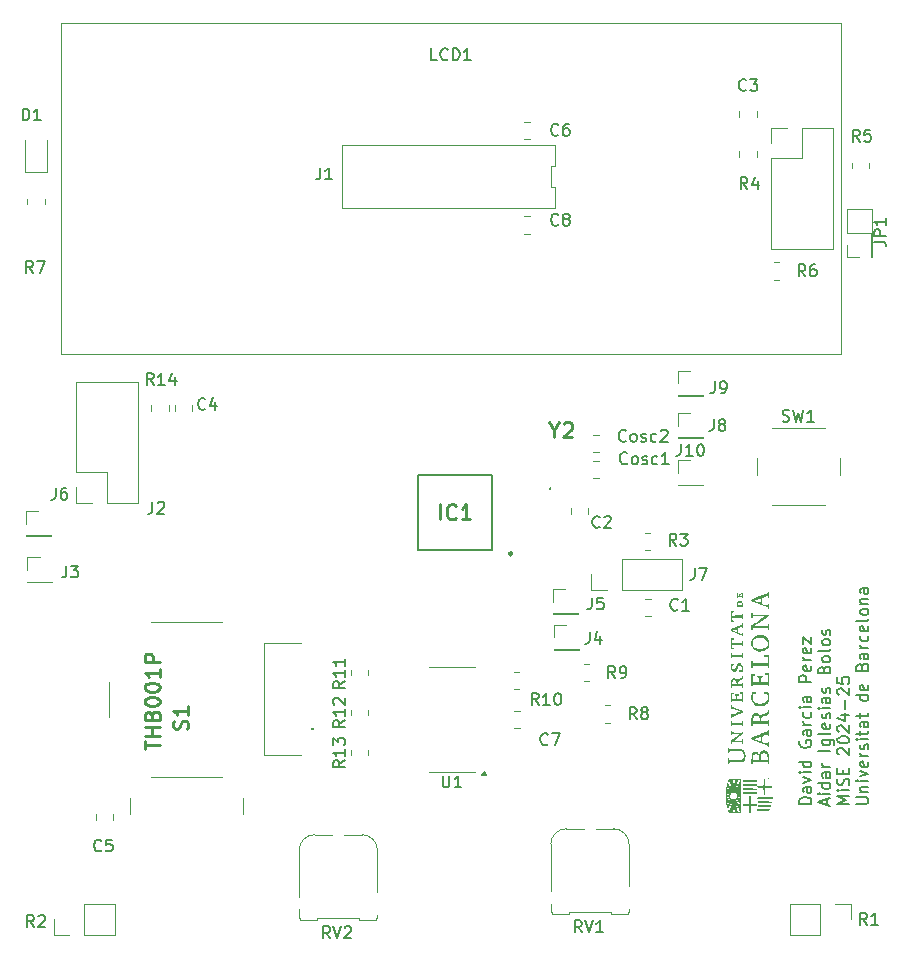
<source format=gbr>
%TF.GenerationSoftware,KiCad,Pcbnew,8.0.9*%
%TF.CreationDate,2025-03-17T12:30:23+01:00*%
%TF.ProjectId,PROJECTE_MISE,50524f4a-4543-4544-955f-4d4953452e6b,12/03/25*%
%TF.SameCoordinates,Original*%
%TF.FileFunction,Legend,Top*%
%TF.FilePolarity,Positive*%
%FSLAX46Y46*%
G04 Gerber Fmt 4.6, Leading zero omitted, Abs format (unit mm)*
G04 Created by KiCad (PCBNEW 8.0.9) date 2025-03-17 12:30:23*
%MOMM*%
%LPD*%
G01*
G04 APERTURE LIST*
%ADD10C,0.200000*%
%ADD11C,0.150000*%
%ADD12C,0.254000*%
%ADD13C,0.120000*%
%ADD14C,0.250000*%
%ADD15C,0.000000*%
%ADD16C,0.100000*%
G04 APERTURE END LIST*
D10*
X137237387Y-126530326D02*
X136237387Y-126530326D01*
X136237387Y-126530326D02*
X136237387Y-126292231D01*
X136237387Y-126292231D02*
X136285006Y-126149374D01*
X136285006Y-126149374D02*
X136380244Y-126054136D01*
X136380244Y-126054136D02*
X136475482Y-126006517D01*
X136475482Y-126006517D02*
X136665958Y-125958898D01*
X136665958Y-125958898D02*
X136808815Y-125958898D01*
X136808815Y-125958898D02*
X136999291Y-126006517D01*
X136999291Y-126006517D02*
X137094529Y-126054136D01*
X137094529Y-126054136D02*
X137189768Y-126149374D01*
X137189768Y-126149374D02*
X137237387Y-126292231D01*
X137237387Y-126292231D02*
X137237387Y-126530326D01*
X137237387Y-125101755D02*
X136713577Y-125101755D01*
X136713577Y-125101755D02*
X136618339Y-125149374D01*
X136618339Y-125149374D02*
X136570720Y-125244612D01*
X136570720Y-125244612D02*
X136570720Y-125435088D01*
X136570720Y-125435088D02*
X136618339Y-125530326D01*
X137189768Y-125101755D02*
X137237387Y-125196993D01*
X137237387Y-125196993D02*
X137237387Y-125435088D01*
X137237387Y-125435088D02*
X137189768Y-125530326D01*
X137189768Y-125530326D02*
X137094529Y-125577945D01*
X137094529Y-125577945D02*
X136999291Y-125577945D01*
X136999291Y-125577945D02*
X136904053Y-125530326D01*
X136904053Y-125530326D02*
X136856434Y-125435088D01*
X136856434Y-125435088D02*
X136856434Y-125196993D01*
X136856434Y-125196993D02*
X136808815Y-125101755D01*
X136570720Y-124720802D02*
X137237387Y-124482707D01*
X137237387Y-124482707D02*
X136570720Y-124244612D01*
X137237387Y-123863659D02*
X136570720Y-123863659D01*
X136237387Y-123863659D02*
X136285006Y-123911278D01*
X136285006Y-123911278D02*
X136332625Y-123863659D01*
X136332625Y-123863659D02*
X136285006Y-123816040D01*
X136285006Y-123816040D02*
X136237387Y-123863659D01*
X136237387Y-123863659D02*
X136332625Y-123863659D01*
X137237387Y-122958898D02*
X136237387Y-122958898D01*
X137189768Y-122958898D02*
X137237387Y-123054136D01*
X137237387Y-123054136D02*
X137237387Y-123244612D01*
X137237387Y-123244612D02*
X137189768Y-123339850D01*
X137189768Y-123339850D02*
X137142148Y-123387469D01*
X137142148Y-123387469D02*
X137046910Y-123435088D01*
X137046910Y-123435088D02*
X136761196Y-123435088D01*
X136761196Y-123435088D02*
X136665958Y-123387469D01*
X136665958Y-123387469D02*
X136618339Y-123339850D01*
X136618339Y-123339850D02*
X136570720Y-123244612D01*
X136570720Y-123244612D02*
X136570720Y-123054136D01*
X136570720Y-123054136D02*
X136618339Y-122958898D01*
X136285006Y-121196993D02*
X136237387Y-121292231D01*
X136237387Y-121292231D02*
X136237387Y-121435088D01*
X136237387Y-121435088D02*
X136285006Y-121577945D01*
X136285006Y-121577945D02*
X136380244Y-121673183D01*
X136380244Y-121673183D02*
X136475482Y-121720802D01*
X136475482Y-121720802D02*
X136665958Y-121768421D01*
X136665958Y-121768421D02*
X136808815Y-121768421D01*
X136808815Y-121768421D02*
X136999291Y-121720802D01*
X136999291Y-121720802D02*
X137094529Y-121673183D01*
X137094529Y-121673183D02*
X137189768Y-121577945D01*
X137189768Y-121577945D02*
X137237387Y-121435088D01*
X137237387Y-121435088D02*
X137237387Y-121339850D01*
X137237387Y-121339850D02*
X137189768Y-121196993D01*
X137189768Y-121196993D02*
X137142148Y-121149374D01*
X137142148Y-121149374D02*
X136808815Y-121149374D01*
X136808815Y-121149374D02*
X136808815Y-121339850D01*
X137237387Y-120292231D02*
X136713577Y-120292231D01*
X136713577Y-120292231D02*
X136618339Y-120339850D01*
X136618339Y-120339850D02*
X136570720Y-120435088D01*
X136570720Y-120435088D02*
X136570720Y-120625564D01*
X136570720Y-120625564D02*
X136618339Y-120720802D01*
X137189768Y-120292231D02*
X137237387Y-120387469D01*
X137237387Y-120387469D02*
X137237387Y-120625564D01*
X137237387Y-120625564D02*
X137189768Y-120720802D01*
X137189768Y-120720802D02*
X137094529Y-120768421D01*
X137094529Y-120768421D02*
X136999291Y-120768421D01*
X136999291Y-120768421D02*
X136904053Y-120720802D01*
X136904053Y-120720802D02*
X136856434Y-120625564D01*
X136856434Y-120625564D02*
X136856434Y-120387469D01*
X136856434Y-120387469D02*
X136808815Y-120292231D01*
X137237387Y-119816040D02*
X136570720Y-119816040D01*
X136761196Y-119816040D02*
X136665958Y-119768421D01*
X136665958Y-119768421D02*
X136618339Y-119720802D01*
X136618339Y-119720802D02*
X136570720Y-119625564D01*
X136570720Y-119625564D02*
X136570720Y-119530326D01*
X137189768Y-118768421D02*
X137237387Y-118863659D01*
X137237387Y-118863659D02*
X137237387Y-119054135D01*
X137237387Y-119054135D02*
X137189768Y-119149373D01*
X137189768Y-119149373D02*
X137142148Y-119196992D01*
X137142148Y-119196992D02*
X137046910Y-119244611D01*
X137046910Y-119244611D02*
X136761196Y-119244611D01*
X136761196Y-119244611D02*
X136665958Y-119196992D01*
X136665958Y-119196992D02*
X136618339Y-119149373D01*
X136618339Y-119149373D02*
X136570720Y-119054135D01*
X136570720Y-119054135D02*
X136570720Y-118863659D01*
X136570720Y-118863659D02*
X136618339Y-118768421D01*
X137237387Y-118339849D02*
X136570720Y-118339849D01*
X136237387Y-118339849D02*
X136285006Y-118387468D01*
X136285006Y-118387468D02*
X136332625Y-118339849D01*
X136332625Y-118339849D02*
X136285006Y-118292230D01*
X136285006Y-118292230D02*
X136237387Y-118339849D01*
X136237387Y-118339849D02*
X136332625Y-118339849D01*
X137237387Y-117435088D02*
X136713577Y-117435088D01*
X136713577Y-117435088D02*
X136618339Y-117482707D01*
X136618339Y-117482707D02*
X136570720Y-117577945D01*
X136570720Y-117577945D02*
X136570720Y-117768421D01*
X136570720Y-117768421D02*
X136618339Y-117863659D01*
X137189768Y-117435088D02*
X137237387Y-117530326D01*
X137237387Y-117530326D02*
X137237387Y-117768421D01*
X137237387Y-117768421D02*
X137189768Y-117863659D01*
X137189768Y-117863659D02*
X137094529Y-117911278D01*
X137094529Y-117911278D02*
X136999291Y-117911278D01*
X136999291Y-117911278D02*
X136904053Y-117863659D01*
X136904053Y-117863659D02*
X136856434Y-117768421D01*
X136856434Y-117768421D02*
X136856434Y-117530326D01*
X136856434Y-117530326D02*
X136808815Y-117435088D01*
X137237387Y-116196992D02*
X136237387Y-116196992D01*
X136237387Y-116196992D02*
X136237387Y-115816040D01*
X136237387Y-115816040D02*
X136285006Y-115720802D01*
X136285006Y-115720802D02*
X136332625Y-115673183D01*
X136332625Y-115673183D02*
X136427863Y-115625564D01*
X136427863Y-115625564D02*
X136570720Y-115625564D01*
X136570720Y-115625564D02*
X136665958Y-115673183D01*
X136665958Y-115673183D02*
X136713577Y-115720802D01*
X136713577Y-115720802D02*
X136761196Y-115816040D01*
X136761196Y-115816040D02*
X136761196Y-116196992D01*
X137189768Y-114816040D02*
X137237387Y-114911278D01*
X137237387Y-114911278D02*
X137237387Y-115101754D01*
X137237387Y-115101754D02*
X137189768Y-115196992D01*
X137189768Y-115196992D02*
X137094529Y-115244611D01*
X137094529Y-115244611D02*
X136713577Y-115244611D01*
X136713577Y-115244611D02*
X136618339Y-115196992D01*
X136618339Y-115196992D02*
X136570720Y-115101754D01*
X136570720Y-115101754D02*
X136570720Y-114911278D01*
X136570720Y-114911278D02*
X136618339Y-114816040D01*
X136618339Y-114816040D02*
X136713577Y-114768421D01*
X136713577Y-114768421D02*
X136808815Y-114768421D01*
X136808815Y-114768421D02*
X136904053Y-115244611D01*
X137237387Y-114339849D02*
X136570720Y-114339849D01*
X136761196Y-114339849D02*
X136665958Y-114292230D01*
X136665958Y-114292230D02*
X136618339Y-114244611D01*
X136618339Y-114244611D02*
X136570720Y-114149373D01*
X136570720Y-114149373D02*
X136570720Y-114054135D01*
X137189768Y-113339849D02*
X137237387Y-113435087D01*
X137237387Y-113435087D02*
X137237387Y-113625563D01*
X137237387Y-113625563D02*
X137189768Y-113720801D01*
X137189768Y-113720801D02*
X137094529Y-113768420D01*
X137094529Y-113768420D02*
X136713577Y-113768420D01*
X136713577Y-113768420D02*
X136618339Y-113720801D01*
X136618339Y-113720801D02*
X136570720Y-113625563D01*
X136570720Y-113625563D02*
X136570720Y-113435087D01*
X136570720Y-113435087D02*
X136618339Y-113339849D01*
X136618339Y-113339849D02*
X136713577Y-113292230D01*
X136713577Y-113292230D02*
X136808815Y-113292230D01*
X136808815Y-113292230D02*
X136904053Y-113768420D01*
X136570720Y-112958896D02*
X136570720Y-112435087D01*
X136570720Y-112435087D02*
X137237387Y-112958896D01*
X137237387Y-112958896D02*
X137237387Y-112435087D01*
X138561616Y-126577945D02*
X138561616Y-126101755D01*
X138847331Y-126673183D02*
X137847331Y-126339850D01*
X137847331Y-126339850D02*
X138847331Y-126006517D01*
X138847331Y-125673183D02*
X138180664Y-125673183D01*
X137847331Y-125673183D02*
X137894950Y-125720802D01*
X137894950Y-125720802D02*
X137942569Y-125673183D01*
X137942569Y-125673183D02*
X137894950Y-125625564D01*
X137894950Y-125625564D02*
X137847331Y-125673183D01*
X137847331Y-125673183D02*
X137942569Y-125673183D01*
X138847331Y-124768422D02*
X137847331Y-124768422D01*
X138799712Y-124768422D02*
X138847331Y-124863660D01*
X138847331Y-124863660D02*
X138847331Y-125054136D01*
X138847331Y-125054136D02*
X138799712Y-125149374D01*
X138799712Y-125149374D02*
X138752092Y-125196993D01*
X138752092Y-125196993D02*
X138656854Y-125244612D01*
X138656854Y-125244612D02*
X138371140Y-125244612D01*
X138371140Y-125244612D02*
X138275902Y-125196993D01*
X138275902Y-125196993D02*
X138228283Y-125149374D01*
X138228283Y-125149374D02*
X138180664Y-125054136D01*
X138180664Y-125054136D02*
X138180664Y-124863660D01*
X138180664Y-124863660D02*
X138228283Y-124768422D01*
X138847331Y-123863660D02*
X138323521Y-123863660D01*
X138323521Y-123863660D02*
X138228283Y-123911279D01*
X138228283Y-123911279D02*
X138180664Y-124006517D01*
X138180664Y-124006517D02*
X138180664Y-124196993D01*
X138180664Y-124196993D02*
X138228283Y-124292231D01*
X138799712Y-123863660D02*
X138847331Y-123958898D01*
X138847331Y-123958898D02*
X138847331Y-124196993D01*
X138847331Y-124196993D02*
X138799712Y-124292231D01*
X138799712Y-124292231D02*
X138704473Y-124339850D01*
X138704473Y-124339850D02*
X138609235Y-124339850D01*
X138609235Y-124339850D02*
X138513997Y-124292231D01*
X138513997Y-124292231D02*
X138466378Y-124196993D01*
X138466378Y-124196993D02*
X138466378Y-123958898D01*
X138466378Y-123958898D02*
X138418759Y-123863660D01*
X138847331Y-123387469D02*
X138180664Y-123387469D01*
X138371140Y-123387469D02*
X138275902Y-123339850D01*
X138275902Y-123339850D02*
X138228283Y-123292231D01*
X138228283Y-123292231D02*
X138180664Y-123196993D01*
X138180664Y-123196993D02*
X138180664Y-123101755D01*
X138847331Y-122006516D02*
X137847331Y-122006516D01*
X138180664Y-121101755D02*
X138990188Y-121101755D01*
X138990188Y-121101755D02*
X139085426Y-121149374D01*
X139085426Y-121149374D02*
X139133045Y-121196993D01*
X139133045Y-121196993D02*
X139180664Y-121292231D01*
X139180664Y-121292231D02*
X139180664Y-121435088D01*
X139180664Y-121435088D02*
X139133045Y-121530326D01*
X138799712Y-121101755D02*
X138847331Y-121196993D01*
X138847331Y-121196993D02*
X138847331Y-121387469D01*
X138847331Y-121387469D02*
X138799712Y-121482707D01*
X138799712Y-121482707D02*
X138752092Y-121530326D01*
X138752092Y-121530326D02*
X138656854Y-121577945D01*
X138656854Y-121577945D02*
X138371140Y-121577945D01*
X138371140Y-121577945D02*
X138275902Y-121530326D01*
X138275902Y-121530326D02*
X138228283Y-121482707D01*
X138228283Y-121482707D02*
X138180664Y-121387469D01*
X138180664Y-121387469D02*
X138180664Y-121196993D01*
X138180664Y-121196993D02*
X138228283Y-121101755D01*
X138847331Y-120482707D02*
X138799712Y-120577945D01*
X138799712Y-120577945D02*
X138704473Y-120625564D01*
X138704473Y-120625564D02*
X137847331Y-120625564D01*
X138799712Y-119720802D02*
X138847331Y-119816040D01*
X138847331Y-119816040D02*
X138847331Y-120006516D01*
X138847331Y-120006516D02*
X138799712Y-120101754D01*
X138799712Y-120101754D02*
X138704473Y-120149373D01*
X138704473Y-120149373D02*
X138323521Y-120149373D01*
X138323521Y-120149373D02*
X138228283Y-120101754D01*
X138228283Y-120101754D02*
X138180664Y-120006516D01*
X138180664Y-120006516D02*
X138180664Y-119816040D01*
X138180664Y-119816040D02*
X138228283Y-119720802D01*
X138228283Y-119720802D02*
X138323521Y-119673183D01*
X138323521Y-119673183D02*
X138418759Y-119673183D01*
X138418759Y-119673183D02*
X138513997Y-120149373D01*
X138799712Y-119292230D02*
X138847331Y-119196992D01*
X138847331Y-119196992D02*
X138847331Y-119006516D01*
X138847331Y-119006516D02*
X138799712Y-118911278D01*
X138799712Y-118911278D02*
X138704473Y-118863659D01*
X138704473Y-118863659D02*
X138656854Y-118863659D01*
X138656854Y-118863659D02*
X138561616Y-118911278D01*
X138561616Y-118911278D02*
X138513997Y-119006516D01*
X138513997Y-119006516D02*
X138513997Y-119149373D01*
X138513997Y-119149373D02*
X138466378Y-119244611D01*
X138466378Y-119244611D02*
X138371140Y-119292230D01*
X138371140Y-119292230D02*
X138323521Y-119292230D01*
X138323521Y-119292230D02*
X138228283Y-119244611D01*
X138228283Y-119244611D02*
X138180664Y-119149373D01*
X138180664Y-119149373D02*
X138180664Y-119006516D01*
X138180664Y-119006516D02*
X138228283Y-118911278D01*
X138847331Y-118435087D02*
X138180664Y-118435087D01*
X137847331Y-118435087D02*
X137894950Y-118482706D01*
X137894950Y-118482706D02*
X137942569Y-118435087D01*
X137942569Y-118435087D02*
X137894950Y-118387468D01*
X137894950Y-118387468D02*
X137847331Y-118435087D01*
X137847331Y-118435087D02*
X137942569Y-118435087D01*
X138847331Y-117530326D02*
X138323521Y-117530326D01*
X138323521Y-117530326D02*
X138228283Y-117577945D01*
X138228283Y-117577945D02*
X138180664Y-117673183D01*
X138180664Y-117673183D02*
X138180664Y-117863659D01*
X138180664Y-117863659D02*
X138228283Y-117958897D01*
X138799712Y-117530326D02*
X138847331Y-117625564D01*
X138847331Y-117625564D02*
X138847331Y-117863659D01*
X138847331Y-117863659D02*
X138799712Y-117958897D01*
X138799712Y-117958897D02*
X138704473Y-118006516D01*
X138704473Y-118006516D02*
X138609235Y-118006516D01*
X138609235Y-118006516D02*
X138513997Y-117958897D01*
X138513997Y-117958897D02*
X138466378Y-117863659D01*
X138466378Y-117863659D02*
X138466378Y-117625564D01*
X138466378Y-117625564D02*
X138418759Y-117530326D01*
X138799712Y-117101754D02*
X138847331Y-117006516D01*
X138847331Y-117006516D02*
X138847331Y-116816040D01*
X138847331Y-116816040D02*
X138799712Y-116720802D01*
X138799712Y-116720802D02*
X138704473Y-116673183D01*
X138704473Y-116673183D02*
X138656854Y-116673183D01*
X138656854Y-116673183D02*
X138561616Y-116720802D01*
X138561616Y-116720802D02*
X138513997Y-116816040D01*
X138513997Y-116816040D02*
X138513997Y-116958897D01*
X138513997Y-116958897D02*
X138466378Y-117054135D01*
X138466378Y-117054135D02*
X138371140Y-117101754D01*
X138371140Y-117101754D02*
X138323521Y-117101754D01*
X138323521Y-117101754D02*
X138228283Y-117054135D01*
X138228283Y-117054135D02*
X138180664Y-116958897D01*
X138180664Y-116958897D02*
X138180664Y-116816040D01*
X138180664Y-116816040D02*
X138228283Y-116720802D01*
X138323521Y-115149373D02*
X138371140Y-115006516D01*
X138371140Y-115006516D02*
X138418759Y-114958897D01*
X138418759Y-114958897D02*
X138513997Y-114911278D01*
X138513997Y-114911278D02*
X138656854Y-114911278D01*
X138656854Y-114911278D02*
X138752092Y-114958897D01*
X138752092Y-114958897D02*
X138799712Y-115006516D01*
X138799712Y-115006516D02*
X138847331Y-115101754D01*
X138847331Y-115101754D02*
X138847331Y-115482706D01*
X138847331Y-115482706D02*
X137847331Y-115482706D01*
X137847331Y-115482706D02*
X137847331Y-115149373D01*
X137847331Y-115149373D02*
X137894950Y-115054135D01*
X137894950Y-115054135D02*
X137942569Y-115006516D01*
X137942569Y-115006516D02*
X138037807Y-114958897D01*
X138037807Y-114958897D02*
X138133045Y-114958897D01*
X138133045Y-114958897D02*
X138228283Y-115006516D01*
X138228283Y-115006516D02*
X138275902Y-115054135D01*
X138275902Y-115054135D02*
X138323521Y-115149373D01*
X138323521Y-115149373D02*
X138323521Y-115482706D01*
X138847331Y-114339849D02*
X138799712Y-114435087D01*
X138799712Y-114435087D02*
X138752092Y-114482706D01*
X138752092Y-114482706D02*
X138656854Y-114530325D01*
X138656854Y-114530325D02*
X138371140Y-114530325D01*
X138371140Y-114530325D02*
X138275902Y-114482706D01*
X138275902Y-114482706D02*
X138228283Y-114435087D01*
X138228283Y-114435087D02*
X138180664Y-114339849D01*
X138180664Y-114339849D02*
X138180664Y-114196992D01*
X138180664Y-114196992D02*
X138228283Y-114101754D01*
X138228283Y-114101754D02*
X138275902Y-114054135D01*
X138275902Y-114054135D02*
X138371140Y-114006516D01*
X138371140Y-114006516D02*
X138656854Y-114006516D01*
X138656854Y-114006516D02*
X138752092Y-114054135D01*
X138752092Y-114054135D02*
X138799712Y-114101754D01*
X138799712Y-114101754D02*
X138847331Y-114196992D01*
X138847331Y-114196992D02*
X138847331Y-114339849D01*
X138847331Y-113435087D02*
X138799712Y-113530325D01*
X138799712Y-113530325D02*
X138704473Y-113577944D01*
X138704473Y-113577944D02*
X137847331Y-113577944D01*
X138847331Y-112911277D02*
X138799712Y-113006515D01*
X138799712Y-113006515D02*
X138752092Y-113054134D01*
X138752092Y-113054134D02*
X138656854Y-113101753D01*
X138656854Y-113101753D02*
X138371140Y-113101753D01*
X138371140Y-113101753D02*
X138275902Y-113054134D01*
X138275902Y-113054134D02*
X138228283Y-113006515D01*
X138228283Y-113006515D02*
X138180664Y-112911277D01*
X138180664Y-112911277D02*
X138180664Y-112768420D01*
X138180664Y-112768420D02*
X138228283Y-112673182D01*
X138228283Y-112673182D02*
X138275902Y-112625563D01*
X138275902Y-112625563D02*
X138371140Y-112577944D01*
X138371140Y-112577944D02*
X138656854Y-112577944D01*
X138656854Y-112577944D02*
X138752092Y-112625563D01*
X138752092Y-112625563D02*
X138799712Y-112673182D01*
X138799712Y-112673182D02*
X138847331Y-112768420D01*
X138847331Y-112768420D02*
X138847331Y-112911277D01*
X138799712Y-112196991D02*
X138847331Y-112101753D01*
X138847331Y-112101753D02*
X138847331Y-111911277D01*
X138847331Y-111911277D02*
X138799712Y-111816039D01*
X138799712Y-111816039D02*
X138704473Y-111768420D01*
X138704473Y-111768420D02*
X138656854Y-111768420D01*
X138656854Y-111768420D02*
X138561616Y-111816039D01*
X138561616Y-111816039D02*
X138513997Y-111911277D01*
X138513997Y-111911277D02*
X138513997Y-112054134D01*
X138513997Y-112054134D02*
X138466378Y-112149372D01*
X138466378Y-112149372D02*
X138371140Y-112196991D01*
X138371140Y-112196991D02*
X138323521Y-112196991D01*
X138323521Y-112196991D02*
X138228283Y-112149372D01*
X138228283Y-112149372D02*
X138180664Y-112054134D01*
X138180664Y-112054134D02*
X138180664Y-111911277D01*
X138180664Y-111911277D02*
X138228283Y-111816039D01*
X140457275Y-126530326D02*
X139457275Y-126530326D01*
X139457275Y-126530326D02*
X140171560Y-126196993D01*
X140171560Y-126196993D02*
X139457275Y-125863660D01*
X139457275Y-125863660D02*
X140457275Y-125863660D01*
X140457275Y-125387469D02*
X139790608Y-125387469D01*
X139457275Y-125387469D02*
X139504894Y-125435088D01*
X139504894Y-125435088D02*
X139552513Y-125387469D01*
X139552513Y-125387469D02*
X139504894Y-125339850D01*
X139504894Y-125339850D02*
X139457275Y-125387469D01*
X139457275Y-125387469D02*
X139552513Y-125387469D01*
X140409656Y-124958898D02*
X140457275Y-124816041D01*
X140457275Y-124816041D02*
X140457275Y-124577946D01*
X140457275Y-124577946D02*
X140409656Y-124482708D01*
X140409656Y-124482708D02*
X140362036Y-124435089D01*
X140362036Y-124435089D02*
X140266798Y-124387470D01*
X140266798Y-124387470D02*
X140171560Y-124387470D01*
X140171560Y-124387470D02*
X140076322Y-124435089D01*
X140076322Y-124435089D02*
X140028703Y-124482708D01*
X140028703Y-124482708D02*
X139981084Y-124577946D01*
X139981084Y-124577946D02*
X139933465Y-124768422D01*
X139933465Y-124768422D02*
X139885846Y-124863660D01*
X139885846Y-124863660D02*
X139838227Y-124911279D01*
X139838227Y-124911279D02*
X139742989Y-124958898D01*
X139742989Y-124958898D02*
X139647751Y-124958898D01*
X139647751Y-124958898D02*
X139552513Y-124911279D01*
X139552513Y-124911279D02*
X139504894Y-124863660D01*
X139504894Y-124863660D02*
X139457275Y-124768422D01*
X139457275Y-124768422D02*
X139457275Y-124530327D01*
X139457275Y-124530327D02*
X139504894Y-124387470D01*
X139933465Y-123958898D02*
X139933465Y-123625565D01*
X140457275Y-123482708D02*
X140457275Y-123958898D01*
X140457275Y-123958898D02*
X139457275Y-123958898D01*
X139457275Y-123958898D02*
X139457275Y-123482708D01*
X139552513Y-122339850D02*
X139504894Y-122292231D01*
X139504894Y-122292231D02*
X139457275Y-122196993D01*
X139457275Y-122196993D02*
X139457275Y-121958898D01*
X139457275Y-121958898D02*
X139504894Y-121863660D01*
X139504894Y-121863660D02*
X139552513Y-121816041D01*
X139552513Y-121816041D02*
X139647751Y-121768422D01*
X139647751Y-121768422D02*
X139742989Y-121768422D01*
X139742989Y-121768422D02*
X139885846Y-121816041D01*
X139885846Y-121816041D02*
X140457275Y-122387469D01*
X140457275Y-122387469D02*
X140457275Y-121768422D01*
X139457275Y-121149374D02*
X139457275Y-121054136D01*
X139457275Y-121054136D02*
X139504894Y-120958898D01*
X139504894Y-120958898D02*
X139552513Y-120911279D01*
X139552513Y-120911279D02*
X139647751Y-120863660D01*
X139647751Y-120863660D02*
X139838227Y-120816041D01*
X139838227Y-120816041D02*
X140076322Y-120816041D01*
X140076322Y-120816041D02*
X140266798Y-120863660D01*
X140266798Y-120863660D02*
X140362036Y-120911279D01*
X140362036Y-120911279D02*
X140409656Y-120958898D01*
X140409656Y-120958898D02*
X140457275Y-121054136D01*
X140457275Y-121054136D02*
X140457275Y-121149374D01*
X140457275Y-121149374D02*
X140409656Y-121244612D01*
X140409656Y-121244612D02*
X140362036Y-121292231D01*
X140362036Y-121292231D02*
X140266798Y-121339850D01*
X140266798Y-121339850D02*
X140076322Y-121387469D01*
X140076322Y-121387469D02*
X139838227Y-121387469D01*
X139838227Y-121387469D02*
X139647751Y-121339850D01*
X139647751Y-121339850D02*
X139552513Y-121292231D01*
X139552513Y-121292231D02*
X139504894Y-121244612D01*
X139504894Y-121244612D02*
X139457275Y-121149374D01*
X139552513Y-120435088D02*
X139504894Y-120387469D01*
X139504894Y-120387469D02*
X139457275Y-120292231D01*
X139457275Y-120292231D02*
X139457275Y-120054136D01*
X139457275Y-120054136D02*
X139504894Y-119958898D01*
X139504894Y-119958898D02*
X139552513Y-119911279D01*
X139552513Y-119911279D02*
X139647751Y-119863660D01*
X139647751Y-119863660D02*
X139742989Y-119863660D01*
X139742989Y-119863660D02*
X139885846Y-119911279D01*
X139885846Y-119911279D02*
X140457275Y-120482707D01*
X140457275Y-120482707D02*
X140457275Y-119863660D01*
X139790608Y-119006517D02*
X140457275Y-119006517D01*
X139409656Y-119244612D02*
X140123941Y-119482707D01*
X140123941Y-119482707D02*
X140123941Y-118863660D01*
X140076322Y-118482707D02*
X140076322Y-117720803D01*
X139552513Y-117292231D02*
X139504894Y-117244612D01*
X139504894Y-117244612D02*
X139457275Y-117149374D01*
X139457275Y-117149374D02*
X139457275Y-116911279D01*
X139457275Y-116911279D02*
X139504894Y-116816041D01*
X139504894Y-116816041D02*
X139552513Y-116768422D01*
X139552513Y-116768422D02*
X139647751Y-116720803D01*
X139647751Y-116720803D02*
X139742989Y-116720803D01*
X139742989Y-116720803D02*
X139885846Y-116768422D01*
X139885846Y-116768422D02*
X140457275Y-117339850D01*
X140457275Y-117339850D02*
X140457275Y-116720803D01*
X139457275Y-115816041D02*
X139457275Y-116292231D01*
X139457275Y-116292231D02*
X139933465Y-116339850D01*
X139933465Y-116339850D02*
X139885846Y-116292231D01*
X139885846Y-116292231D02*
X139838227Y-116196993D01*
X139838227Y-116196993D02*
X139838227Y-115958898D01*
X139838227Y-115958898D02*
X139885846Y-115863660D01*
X139885846Y-115863660D02*
X139933465Y-115816041D01*
X139933465Y-115816041D02*
X140028703Y-115768422D01*
X140028703Y-115768422D02*
X140266798Y-115768422D01*
X140266798Y-115768422D02*
X140362036Y-115816041D01*
X140362036Y-115816041D02*
X140409656Y-115863660D01*
X140409656Y-115863660D02*
X140457275Y-115958898D01*
X140457275Y-115958898D02*
X140457275Y-116196993D01*
X140457275Y-116196993D02*
X140409656Y-116292231D01*
X140409656Y-116292231D02*
X140362036Y-116339850D01*
X141067219Y-126530326D02*
X141876742Y-126530326D01*
X141876742Y-126530326D02*
X141971980Y-126482707D01*
X141971980Y-126482707D02*
X142019600Y-126435088D01*
X142019600Y-126435088D02*
X142067219Y-126339850D01*
X142067219Y-126339850D02*
X142067219Y-126149374D01*
X142067219Y-126149374D02*
X142019600Y-126054136D01*
X142019600Y-126054136D02*
X141971980Y-126006517D01*
X141971980Y-126006517D02*
X141876742Y-125958898D01*
X141876742Y-125958898D02*
X141067219Y-125958898D01*
X141400552Y-125482707D02*
X142067219Y-125482707D01*
X141495790Y-125482707D02*
X141448171Y-125435088D01*
X141448171Y-125435088D02*
X141400552Y-125339850D01*
X141400552Y-125339850D02*
X141400552Y-125196993D01*
X141400552Y-125196993D02*
X141448171Y-125101755D01*
X141448171Y-125101755D02*
X141543409Y-125054136D01*
X141543409Y-125054136D02*
X142067219Y-125054136D01*
X142067219Y-124577945D02*
X141400552Y-124577945D01*
X141067219Y-124577945D02*
X141114838Y-124625564D01*
X141114838Y-124625564D02*
X141162457Y-124577945D01*
X141162457Y-124577945D02*
X141114838Y-124530326D01*
X141114838Y-124530326D02*
X141067219Y-124577945D01*
X141067219Y-124577945D02*
X141162457Y-124577945D01*
X141400552Y-124196993D02*
X142067219Y-123958898D01*
X142067219Y-123958898D02*
X141400552Y-123720803D01*
X142019600Y-122958898D02*
X142067219Y-123054136D01*
X142067219Y-123054136D02*
X142067219Y-123244612D01*
X142067219Y-123244612D02*
X142019600Y-123339850D01*
X142019600Y-123339850D02*
X141924361Y-123387469D01*
X141924361Y-123387469D02*
X141543409Y-123387469D01*
X141543409Y-123387469D02*
X141448171Y-123339850D01*
X141448171Y-123339850D02*
X141400552Y-123244612D01*
X141400552Y-123244612D02*
X141400552Y-123054136D01*
X141400552Y-123054136D02*
X141448171Y-122958898D01*
X141448171Y-122958898D02*
X141543409Y-122911279D01*
X141543409Y-122911279D02*
X141638647Y-122911279D01*
X141638647Y-122911279D02*
X141733885Y-123387469D01*
X142067219Y-122482707D02*
X141400552Y-122482707D01*
X141591028Y-122482707D02*
X141495790Y-122435088D01*
X141495790Y-122435088D02*
X141448171Y-122387469D01*
X141448171Y-122387469D02*
X141400552Y-122292231D01*
X141400552Y-122292231D02*
X141400552Y-122196993D01*
X142019600Y-121911278D02*
X142067219Y-121816040D01*
X142067219Y-121816040D02*
X142067219Y-121625564D01*
X142067219Y-121625564D02*
X142019600Y-121530326D01*
X142019600Y-121530326D02*
X141924361Y-121482707D01*
X141924361Y-121482707D02*
X141876742Y-121482707D01*
X141876742Y-121482707D02*
X141781504Y-121530326D01*
X141781504Y-121530326D02*
X141733885Y-121625564D01*
X141733885Y-121625564D02*
X141733885Y-121768421D01*
X141733885Y-121768421D02*
X141686266Y-121863659D01*
X141686266Y-121863659D02*
X141591028Y-121911278D01*
X141591028Y-121911278D02*
X141543409Y-121911278D01*
X141543409Y-121911278D02*
X141448171Y-121863659D01*
X141448171Y-121863659D02*
X141400552Y-121768421D01*
X141400552Y-121768421D02*
X141400552Y-121625564D01*
X141400552Y-121625564D02*
X141448171Y-121530326D01*
X142067219Y-121054135D02*
X141400552Y-121054135D01*
X141067219Y-121054135D02*
X141114838Y-121101754D01*
X141114838Y-121101754D02*
X141162457Y-121054135D01*
X141162457Y-121054135D02*
X141114838Y-121006516D01*
X141114838Y-121006516D02*
X141067219Y-121054135D01*
X141067219Y-121054135D02*
X141162457Y-121054135D01*
X141400552Y-120720802D02*
X141400552Y-120339850D01*
X141067219Y-120577945D02*
X141924361Y-120577945D01*
X141924361Y-120577945D02*
X142019600Y-120530326D01*
X142019600Y-120530326D02*
X142067219Y-120435088D01*
X142067219Y-120435088D02*
X142067219Y-120339850D01*
X142067219Y-119577945D02*
X141543409Y-119577945D01*
X141543409Y-119577945D02*
X141448171Y-119625564D01*
X141448171Y-119625564D02*
X141400552Y-119720802D01*
X141400552Y-119720802D02*
X141400552Y-119911278D01*
X141400552Y-119911278D02*
X141448171Y-120006516D01*
X142019600Y-119577945D02*
X142067219Y-119673183D01*
X142067219Y-119673183D02*
X142067219Y-119911278D01*
X142067219Y-119911278D02*
X142019600Y-120006516D01*
X142019600Y-120006516D02*
X141924361Y-120054135D01*
X141924361Y-120054135D02*
X141829123Y-120054135D01*
X141829123Y-120054135D02*
X141733885Y-120006516D01*
X141733885Y-120006516D02*
X141686266Y-119911278D01*
X141686266Y-119911278D02*
X141686266Y-119673183D01*
X141686266Y-119673183D02*
X141638647Y-119577945D01*
X141400552Y-119244611D02*
X141400552Y-118863659D01*
X141067219Y-119101754D02*
X141924361Y-119101754D01*
X141924361Y-119101754D02*
X142019600Y-119054135D01*
X142019600Y-119054135D02*
X142067219Y-118958897D01*
X142067219Y-118958897D02*
X142067219Y-118863659D01*
X142067219Y-117339849D02*
X141067219Y-117339849D01*
X142019600Y-117339849D02*
X142067219Y-117435087D01*
X142067219Y-117435087D02*
X142067219Y-117625563D01*
X142067219Y-117625563D02*
X142019600Y-117720801D01*
X142019600Y-117720801D02*
X141971980Y-117768420D01*
X141971980Y-117768420D02*
X141876742Y-117816039D01*
X141876742Y-117816039D02*
X141591028Y-117816039D01*
X141591028Y-117816039D02*
X141495790Y-117768420D01*
X141495790Y-117768420D02*
X141448171Y-117720801D01*
X141448171Y-117720801D02*
X141400552Y-117625563D01*
X141400552Y-117625563D02*
X141400552Y-117435087D01*
X141400552Y-117435087D02*
X141448171Y-117339849D01*
X142019600Y-116482706D02*
X142067219Y-116577944D01*
X142067219Y-116577944D02*
X142067219Y-116768420D01*
X142067219Y-116768420D02*
X142019600Y-116863658D01*
X142019600Y-116863658D02*
X141924361Y-116911277D01*
X141924361Y-116911277D02*
X141543409Y-116911277D01*
X141543409Y-116911277D02*
X141448171Y-116863658D01*
X141448171Y-116863658D02*
X141400552Y-116768420D01*
X141400552Y-116768420D02*
X141400552Y-116577944D01*
X141400552Y-116577944D02*
X141448171Y-116482706D01*
X141448171Y-116482706D02*
X141543409Y-116435087D01*
X141543409Y-116435087D02*
X141638647Y-116435087D01*
X141638647Y-116435087D02*
X141733885Y-116911277D01*
X141543409Y-114911277D02*
X141591028Y-114768420D01*
X141591028Y-114768420D02*
X141638647Y-114720801D01*
X141638647Y-114720801D02*
X141733885Y-114673182D01*
X141733885Y-114673182D02*
X141876742Y-114673182D01*
X141876742Y-114673182D02*
X141971980Y-114720801D01*
X141971980Y-114720801D02*
X142019600Y-114768420D01*
X142019600Y-114768420D02*
X142067219Y-114863658D01*
X142067219Y-114863658D02*
X142067219Y-115244610D01*
X142067219Y-115244610D02*
X141067219Y-115244610D01*
X141067219Y-115244610D02*
X141067219Y-114911277D01*
X141067219Y-114911277D02*
X141114838Y-114816039D01*
X141114838Y-114816039D02*
X141162457Y-114768420D01*
X141162457Y-114768420D02*
X141257695Y-114720801D01*
X141257695Y-114720801D02*
X141352933Y-114720801D01*
X141352933Y-114720801D02*
X141448171Y-114768420D01*
X141448171Y-114768420D02*
X141495790Y-114816039D01*
X141495790Y-114816039D02*
X141543409Y-114911277D01*
X141543409Y-114911277D02*
X141543409Y-115244610D01*
X142067219Y-113816039D02*
X141543409Y-113816039D01*
X141543409Y-113816039D02*
X141448171Y-113863658D01*
X141448171Y-113863658D02*
X141400552Y-113958896D01*
X141400552Y-113958896D02*
X141400552Y-114149372D01*
X141400552Y-114149372D02*
X141448171Y-114244610D01*
X142019600Y-113816039D02*
X142067219Y-113911277D01*
X142067219Y-113911277D02*
X142067219Y-114149372D01*
X142067219Y-114149372D02*
X142019600Y-114244610D01*
X142019600Y-114244610D02*
X141924361Y-114292229D01*
X141924361Y-114292229D02*
X141829123Y-114292229D01*
X141829123Y-114292229D02*
X141733885Y-114244610D01*
X141733885Y-114244610D02*
X141686266Y-114149372D01*
X141686266Y-114149372D02*
X141686266Y-113911277D01*
X141686266Y-113911277D02*
X141638647Y-113816039D01*
X142067219Y-113339848D02*
X141400552Y-113339848D01*
X141591028Y-113339848D02*
X141495790Y-113292229D01*
X141495790Y-113292229D02*
X141448171Y-113244610D01*
X141448171Y-113244610D02*
X141400552Y-113149372D01*
X141400552Y-113149372D02*
X141400552Y-113054134D01*
X142019600Y-112292229D02*
X142067219Y-112387467D01*
X142067219Y-112387467D02*
X142067219Y-112577943D01*
X142067219Y-112577943D02*
X142019600Y-112673181D01*
X142019600Y-112673181D02*
X141971980Y-112720800D01*
X141971980Y-112720800D02*
X141876742Y-112768419D01*
X141876742Y-112768419D02*
X141591028Y-112768419D01*
X141591028Y-112768419D02*
X141495790Y-112720800D01*
X141495790Y-112720800D02*
X141448171Y-112673181D01*
X141448171Y-112673181D02*
X141400552Y-112577943D01*
X141400552Y-112577943D02*
X141400552Y-112387467D01*
X141400552Y-112387467D02*
X141448171Y-112292229D01*
X142019600Y-111482705D02*
X142067219Y-111577943D01*
X142067219Y-111577943D02*
X142067219Y-111768419D01*
X142067219Y-111768419D02*
X142019600Y-111863657D01*
X142019600Y-111863657D02*
X141924361Y-111911276D01*
X141924361Y-111911276D02*
X141543409Y-111911276D01*
X141543409Y-111911276D02*
X141448171Y-111863657D01*
X141448171Y-111863657D02*
X141400552Y-111768419D01*
X141400552Y-111768419D02*
X141400552Y-111577943D01*
X141400552Y-111577943D02*
X141448171Y-111482705D01*
X141448171Y-111482705D02*
X141543409Y-111435086D01*
X141543409Y-111435086D02*
X141638647Y-111435086D01*
X141638647Y-111435086D02*
X141733885Y-111911276D01*
X142067219Y-110863657D02*
X142019600Y-110958895D01*
X142019600Y-110958895D02*
X141924361Y-111006514D01*
X141924361Y-111006514D02*
X141067219Y-111006514D01*
X142067219Y-110339847D02*
X142019600Y-110435085D01*
X142019600Y-110435085D02*
X141971980Y-110482704D01*
X141971980Y-110482704D02*
X141876742Y-110530323D01*
X141876742Y-110530323D02*
X141591028Y-110530323D01*
X141591028Y-110530323D02*
X141495790Y-110482704D01*
X141495790Y-110482704D02*
X141448171Y-110435085D01*
X141448171Y-110435085D02*
X141400552Y-110339847D01*
X141400552Y-110339847D02*
X141400552Y-110196990D01*
X141400552Y-110196990D02*
X141448171Y-110101752D01*
X141448171Y-110101752D02*
X141495790Y-110054133D01*
X141495790Y-110054133D02*
X141591028Y-110006514D01*
X141591028Y-110006514D02*
X141876742Y-110006514D01*
X141876742Y-110006514D02*
X141971980Y-110054133D01*
X141971980Y-110054133D02*
X142019600Y-110101752D01*
X142019600Y-110101752D02*
X142067219Y-110196990D01*
X142067219Y-110196990D02*
X142067219Y-110339847D01*
X141400552Y-109577942D02*
X142067219Y-109577942D01*
X141495790Y-109577942D02*
X141448171Y-109530323D01*
X141448171Y-109530323D02*
X141400552Y-109435085D01*
X141400552Y-109435085D02*
X141400552Y-109292228D01*
X141400552Y-109292228D02*
X141448171Y-109196990D01*
X141448171Y-109196990D02*
X141543409Y-109149371D01*
X141543409Y-109149371D02*
X142067219Y-109149371D01*
X142067219Y-108244609D02*
X141543409Y-108244609D01*
X141543409Y-108244609D02*
X141448171Y-108292228D01*
X141448171Y-108292228D02*
X141400552Y-108387466D01*
X141400552Y-108387466D02*
X141400552Y-108577942D01*
X141400552Y-108577942D02*
X141448171Y-108673180D01*
X142019600Y-108244609D02*
X142067219Y-108339847D01*
X142067219Y-108339847D02*
X142067219Y-108577942D01*
X142067219Y-108577942D02*
X142019600Y-108673180D01*
X142019600Y-108673180D02*
X141924361Y-108720799D01*
X141924361Y-108720799D02*
X141829123Y-108720799D01*
X141829123Y-108720799D02*
X141733885Y-108673180D01*
X141733885Y-108673180D02*
X141686266Y-108577942D01*
X141686266Y-108577942D02*
X141686266Y-108339847D01*
X141686266Y-108339847D02*
X141638647Y-108244609D01*
D11*
X71433333Y-136954819D02*
X71100000Y-136478628D01*
X70861905Y-136954819D02*
X70861905Y-135954819D01*
X70861905Y-135954819D02*
X71242857Y-135954819D01*
X71242857Y-135954819D02*
X71338095Y-136002438D01*
X71338095Y-136002438D02*
X71385714Y-136050057D01*
X71385714Y-136050057D02*
X71433333Y-136145295D01*
X71433333Y-136145295D02*
X71433333Y-136288152D01*
X71433333Y-136288152D02*
X71385714Y-136383390D01*
X71385714Y-136383390D02*
X71338095Y-136431009D01*
X71338095Y-136431009D02*
X71242857Y-136478628D01*
X71242857Y-136478628D02*
X70861905Y-136478628D01*
X71814286Y-136050057D02*
X71861905Y-136002438D01*
X71861905Y-136002438D02*
X71957143Y-135954819D01*
X71957143Y-135954819D02*
X72195238Y-135954819D01*
X72195238Y-135954819D02*
X72290476Y-136002438D01*
X72290476Y-136002438D02*
X72338095Y-136050057D01*
X72338095Y-136050057D02*
X72385714Y-136145295D01*
X72385714Y-136145295D02*
X72385714Y-136240533D01*
X72385714Y-136240533D02*
X72338095Y-136383390D01*
X72338095Y-136383390D02*
X71766667Y-136954819D01*
X71766667Y-136954819D02*
X72385714Y-136954819D01*
X105558333Y-63564819D02*
X105082143Y-63564819D01*
X105082143Y-63564819D02*
X105082143Y-62564819D01*
X106463095Y-63469580D02*
X106415476Y-63517200D01*
X106415476Y-63517200D02*
X106272619Y-63564819D01*
X106272619Y-63564819D02*
X106177381Y-63564819D01*
X106177381Y-63564819D02*
X106034524Y-63517200D01*
X106034524Y-63517200D02*
X105939286Y-63421961D01*
X105939286Y-63421961D02*
X105891667Y-63326723D01*
X105891667Y-63326723D02*
X105844048Y-63136247D01*
X105844048Y-63136247D02*
X105844048Y-62993390D01*
X105844048Y-62993390D02*
X105891667Y-62802914D01*
X105891667Y-62802914D02*
X105939286Y-62707676D01*
X105939286Y-62707676D02*
X106034524Y-62612438D01*
X106034524Y-62612438D02*
X106177381Y-62564819D01*
X106177381Y-62564819D02*
X106272619Y-62564819D01*
X106272619Y-62564819D02*
X106415476Y-62612438D01*
X106415476Y-62612438D02*
X106463095Y-62660057D01*
X106891667Y-63564819D02*
X106891667Y-62564819D01*
X106891667Y-62564819D02*
X107129762Y-62564819D01*
X107129762Y-62564819D02*
X107272619Y-62612438D01*
X107272619Y-62612438D02*
X107367857Y-62707676D01*
X107367857Y-62707676D02*
X107415476Y-62802914D01*
X107415476Y-62802914D02*
X107463095Y-62993390D01*
X107463095Y-62993390D02*
X107463095Y-63136247D01*
X107463095Y-63136247D02*
X107415476Y-63326723D01*
X107415476Y-63326723D02*
X107367857Y-63421961D01*
X107367857Y-63421961D02*
X107272619Y-63517200D01*
X107272619Y-63517200D02*
X107129762Y-63564819D01*
X107129762Y-63564819D02*
X106891667Y-63564819D01*
X108415476Y-63564819D02*
X107844048Y-63564819D01*
X108129762Y-63564819D02*
X108129762Y-62564819D01*
X108129762Y-62564819D02*
X108034524Y-62707676D01*
X108034524Y-62707676D02*
X107939286Y-62802914D01*
X107939286Y-62802914D02*
X107844048Y-62850533D01*
X125820833Y-104654819D02*
X125487500Y-104178628D01*
X125249405Y-104654819D02*
X125249405Y-103654819D01*
X125249405Y-103654819D02*
X125630357Y-103654819D01*
X125630357Y-103654819D02*
X125725595Y-103702438D01*
X125725595Y-103702438D02*
X125773214Y-103750057D01*
X125773214Y-103750057D02*
X125820833Y-103845295D01*
X125820833Y-103845295D02*
X125820833Y-103988152D01*
X125820833Y-103988152D02*
X125773214Y-104083390D01*
X125773214Y-104083390D02*
X125725595Y-104131009D01*
X125725595Y-104131009D02*
X125630357Y-104178628D01*
X125630357Y-104178628D02*
X125249405Y-104178628D01*
X126154167Y-103654819D02*
X126773214Y-103654819D01*
X126773214Y-103654819D02*
X126439881Y-104035771D01*
X126439881Y-104035771D02*
X126582738Y-104035771D01*
X126582738Y-104035771D02*
X126677976Y-104083390D01*
X126677976Y-104083390D02*
X126725595Y-104131009D01*
X126725595Y-104131009D02*
X126773214Y-104226247D01*
X126773214Y-104226247D02*
X126773214Y-104464342D01*
X126773214Y-104464342D02*
X126725595Y-104559580D01*
X126725595Y-104559580D02*
X126677976Y-104607200D01*
X126677976Y-104607200D02*
X126582738Y-104654819D01*
X126582738Y-104654819D02*
X126297024Y-104654819D01*
X126297024Y-104654819D02*
X126201786Y-104607200D01*
X126201786Y-104607200D02*
X126154167Y-104559580D01*
X71333333Y-81554819D02*
X71000000Y-81078628D01*
X70761905Y-81554819D02*
X70761905Y-80554819D01*
X70761905Y-80554819D02*
X71142857Y-80554819D01*
X71142857Y-80554819D02*
X71238095Y-80602438D01*
X71238095Y-80602438D02*
X71285714Y-80650057D01*
X71285714Y-80650057D02*
X71333333Y-80745295D01*
X71333333Y-80745295D02*
X71333333Y-80888152D01*
X71333333Y-80888152D02*
X71285714Y-80983390D01*
X71285714Y-80983390D02*
X71238095Y-81031009D01*
X71238095Y-81031009D02*
X71142857Y-81078628D01*
X71142857Y-81078628D02*
X70761905Y-81078628D01*
X71666667Y-80554819D02*
X72333333Y-80554819D01*
X72333333Y-80554819D02*
X71904762Y-81554819D01*
X121547618Y-95759580D02*
X121499999Y-95807200D01*
X121499999Y-95807200D02*
X121357142Y-95854819D01*
X121357142Y-95854819D02*
X121261904Y-95854819D01*
X121261904Y-95854819D02*
X121119047Y-95807200D01*
X121119047Y-95807200D02*
X121023809Y-95711961D01*
X121023809Y-95711961D02*
X120976190Y-95616723D01*
X120976190Y-95616723D02*
X120928571Y-95426247D01*
X120928571Y-95426247D02*
X120928571Y-95283390D01*
X120928571Y-95283390D02*
X120976190Y-95092914D01*
X120976190Y-95092914D02*
X121023809Y-94997676D01*
X121023809Y-94997676D02*
X121119047Y-94902438D01*
X121119047Y-94902438D02*
X121261904Y-94854819D01*
X121261904Y-94854819D02*
X121357142Y-94854819D01*
X121357142Y-94854819D02*
X121499999Y-94902438D01*
X121499999Y-94902438D02*
X121547618Y-94950057D01*
X122119047Y-95854819D02*
X122023809Y-95807200D01*
X122023809Y-95807200D02*
X121976190Y-95759580D01*
X121976190Y-95759580D02*
X121928571Y-95664342D01*
X121928571Y-95664342D02*
X121928571Y-95378628D01*
X121928571Y-95378628D02*
X121976190Y-95283390D01*
X121976190Y-95283390D02*
X122023809Y-95235771D01*
X122023809Y-95235771D02*
X122119047Y-95188152D01*
X122119047Y-95188152D02*
X122261904Y-95188152D01*
X122261904Y-95188152D02*
X122357142Y-95235771D01*
X122357142Y-95235771D02*
X122404761Y-95283390D01*
X122404761Y-95283390D02*
X122452380Y-95378628D01*
X122452380Y-95378628D02*
X122452380Y-95664342D01*
X122452380Y-95664342D02*
X122404761Y-95759580D01*
X122404761Y-95759580D02*
X122357142Y-95807200D01*
X122357142Y-95807200D02*
X122261904Y-95854819D01*
X122261904Y-95854819D02*
X122119047Y-95854819D01*
X122833333Y-95807200D02*
X122928571Y-95854819D01*
X122928571Y-95854819D02*
X123119047Y-95854819D01*
X123119047Y-95854819D02*
X123214285Y-95807200D01*
X123214285Y-95807200D02*
X123261904Y-95711961D01*
X123261904Y-95711961D02*
X123261904Y-95664342D01*
X123261904Y-95664342D02*
X123214285Y-95569104D01*
X123214285Y-95569104D02*
X123119047Y-95521485D01*
X123119047Y-95521485D02*
X122976190Y-95521485D01*
X122976190Y-95521485D02*
X122880952Y-95473866D01*
X122880952Y-95473866D02*
X122833333Y-95378628D01*
X122833333Y-95378628D02*
X122833333Y-95331009D01*
X122833333Y-95331009D02*
X122880952Y-95235771D01*
X122880952Y-95235771D02*
X122976190Y-95188152D01*
X122976190Y-95188152D02*
X123119047Y-95188152D01*
X123119047Y-95188152D02*
X123214285Y-95235771D01*
X124119047Y-95807200D02*
X124023809Y-95854819D01*
X124023809Y-95854819D02*
X123833333Y-95854819D01*
X123833333Y-95854819D02*
X123738095Y-95807200D01*
X123738095Y-95807200D02*
X123690476Y-95759580D01*
X123690476Y-95759580D02*
X123642857Y-95664342D01*
X123642857Y-95664342D02*
X123642857Y-95378628D01*
X123642857Y-95378628D02*
X123690476Y-95283390D01*
X123690476Y-95283390D02*
X123738095Y-95235771D01*
X123738095Y-95235771D02*
X123833333Y-95188152D01*
X123833333Y-95188152D02*
X124023809Y-95188152D01*
X124023809Y-95188152D02*
X124119047Y-95235771D01*
X124500000Y-94950057D02*
X124547619Y-94902438D01*
X124547619Y-94902438D02*
X124642857Y-94854819D01*
X124642857Y-94854819D02*
X124880952Y-94854819D01*
X124880952Y-94854819D02*
X124976190Y-94902438D01*
X124976190Y-94902438D02*
X125023809Y-94950057D01*
X125023809Y-94950057D02*
X125071428Y-95045295D01*
X125071428Y-95045295D02*
X125071428Y-95140533D01*
X125071428Y-95140533D02*
X125023809Y-95283390D01*
X125023809Y-95283390D02*
X124452381Y-95854819D01*
X124452381Y-95854819D02*
X125071428Y-95854819D01*
X97754819Y-119442857D02*
X97278628Y-119776190D01*
X97754819Y-120014285D02*
X96754819Y-120014285D01*
X96754819Y-120014285D02*
X96754819Y-119633333D01*
X96754819Y-119633333D02*
X96802438Y-119538095D01*
X96802438Y-119538095D02*
X96850057Y-119490476D01*
X96850057Y-119490476D02*
X96945295Y-119442857D01*
X96945295Y-119442857D02*
X97088152Y-119442857D01*
X97088152Y-119442857D02*
X97183390Y-119490476D01*
X97183390Y-119490476D02*
X97231009Y-119538095D01*
X97231009Y-119538095D02*
X97278628Y-119633333D01*
X97278628Y-119633333D02*
X97278628Y-120014285D01*
X97754819Y-118490476D02*
X97754819Y-119061904D01*
X97754819Y-118776190D02*
X96754819Y-118776190D01*
X96754819Y-118776190D02*
X96897676Y-118871428D01*
X96897676Y-118871428D02*
X96992914Y-118966666D01*
X96992914Y-118966666D02*
X97040533Y-119061904D01*
X96850057Y-118109523D02*
X96802438Y-118061904D01*
X96802438Y-118061904D02*
X96754819Y-117966666D01*
X96754819Y-117966666D02*
X96754819Y-117728571D01*
X96754819Y-117728571D02*
X96802438Y-117633333D01*
X96802438Y-117633333D02*
X96850057Y-117585714D01*
X96850057Y-117585714D02*
X96945295Y-117538095D01*
X96945295Y-117538095D02*
X97040533Y-117538095D01*
X97040533Y-117538095D02*
X97183390Y-117585714D01*
X97183390Y-117585714D02*
X97754819Y-118157142D01*
X97754819Y-118157142D02*
X97754819Y-117538095D01*
X95666666Y-72654819D02*
X95666666Y-73369104D01*
X95666666Y-73369104D02*
X95619047Y-73511961D01*
X95619047Y-73511961D02*
X95523809Y-73607200D01*
X95523809Y-73607200D02*
X95380952Y-73654819D01*
X95380952Y-73654819D02*
X95285714Y-73654819D01*
X96666666Y-73654819D02*
X96095238Y-73654819D01*
X96380952Y-73654819D02*
X96380952Y-72654819D01*
X96380952Y-72654819D02*
X96285714Y-72797676D01*
X96285714Y-72797676D02*
X96190476Y-72892914D01*
X96190476Y-72892914D02*
X96095238Y-72940533D01*
X97754819Y-116142857D02*
X97278628Y-116476190D01*
X97754819Y-116714285D02*
X96754819Y-116714285D01*
X96754819Y-116714285D02*
X96754819Y-116333333D01*
X96754819Y-116333333D02*
X96802438Y-116238095D01*
X96802438Y-116238095D02*
X96850057Y-116190476D01*
X96850057Y-116190476D02*
X96945295Y-116142857D01*
X96945295Y-116142857D02*
X97088152Y-116142857D01*
X97088152Y-116142857D02*
X97183390Y-116190476D01*
X97183390Y-116190476D02*
X97231009Y-116238095D01*
X97231009Y-116238095D02*
X97278628Y-116333333D01*
X97278628Y-116333333D02*
X97278628Y-116714285D01*
X97754819Y-115190476D02*
X97754819Y-115761904D01*
X97754819Y-115476190D02*
X96754819Y-115476190D01*
X96754819Y-115476190D02*
X96897676Y-115571428D01*
X96897676Y-115571428D02*
X96992914Y-115666666D01*
X96992914Y-115666666D02*
X97040533Y-115761904D01*
X97754819Y-114238095D02*
X97754819Y-114809523D01*
X97754819Y-114523809D02*
X96754819Y-114523809D01*
X96754819Y-114523809D02*
X96897676Y-114619047D01*
X96897676Y-114619047D02*
X96992914Y-114714285D01*
X96992914Y-114714285D02*
X97040533Y-114809523D01*
X115833333Y-77459580D02*
X115785714Y-77507200D01*
X115785714Y-77507200D02*
X115642857Y-77554819D01*
X115642857Y-77554819D02*
X115547619Y-77554819D01*
X115547619Y-77554819D02*
X115404762Y-77507200D01*
X115404762Y-77507200D02*
X115309524Y-77411961D01*
X115309524Y-77411961D02*
X115261905Y-77316723D01*
X115261905Y-77316723D02*
X115214286Y-77126247D01*
X115214286Y-77126247D02*
X115214286Y-76983390D01*
X115214286Y-76983390D02*
X115261905Y-76792914D01*
X115261905Y-76792914D02*
X115309524Y-76697676D01*
X115309524Y-76697676D02*
X115404762Y-76602438D01*
X115404762Y-76602438D02*
X115547619Y-76554819D01*
X115547619Y-76554819D02*
X115642857Y-76554819D01*
X115642857Y-76554819D02*
X115785714Y-76602438D01*
X115785714Y-76602438D02*
X115833333Y-76650057D01*
X116404762Y-76983390D02*
X116309524Y-76935771D01*
X116309524Y-76935771D02*
X116261905Y-76888152D01*
X116261905Y-76888152D02*
X116214286Y-76792914D01*
X116214286Y-76792914D02*
X116214286Y-76745295D01*
X116214286Y-76745295D02*
X116261905Y-76650057D01*
X116261905Y-76650057D02*
X116309524Y-76602438D01*
X116309524Y-76602438D02*
X116404762Y-76554819D01*
X116404762Y-76554819D02*
X116595238Y-76554819D01*
X116595238Y-76554819D02*
X116690476Y-76602438D01*
X116690476Y-76602438D02*
X116738095Y-76650057D01*
X116738095Y-76650057D02*
X116785714Y-76745295D01*
X116785714Y-76745295D02*
X116785714Y-76792914D01*
X116785714Y-76792914D02*
X116738095Y-76888152D01*
X116738095Y-76888152D02*
X116690476Y-76935771D01*
X116690476Y-76935771D02*
X116595238Y-76983390D01*
X116595238Y-76983390D02*
X116404762Y-76983390D01*
X116404762Y-76983390D02*
X116309524Y-77031009D01*
X116309524Y-77031009D02*
X116261905Y-77078628D01*
X116261905Y-77078628D02*
X116214286Y-77173866D01*
X116214286Y-77173866D02*
X116214286Y-77364342D01*
X116214286Y-77364342D02*
X116261905Y-77459580D01*
X116261905Y-77459580D02*
X116309524Y-77507200D01*
X116309524Y-77507200D02*
X116404762Y-77554819D01*
X116404762Y-77554819D02*
X116595238Y-77554819D01*
X116595238Y-77554819D02*
X116690476Y-77507200D01*
X116690476Y-77507200D02*
X116738095Y-77459580D01*
X116738095Y-77459580D02*
X116785714Y-77364342D01*
X116785714Y-77364342D02*
X116785714Y-77173866D01*
X116785714Y-77173866D02*
X116738095Y-77078628D01*
X116738095Y-77078628D02*
X116690476Y-77031009D01*
X116690476Y-77031009D02*
X116595238Y-76983390D01*
D12*
X115495238Y-94869556D02*
X115495238Y-95474318D01*
X115071905Y-94204318D02*
X115495238Y-94869556D01*
X115495238Y-94869556D02*
X115918572Y-94204318D01*
X116281428Y-94325270D02*
X116341904Y-94264794D01*
X116341904Y-94264794D02*
X116462857Y-94204318D01*
X116462857Y-94204318D02*
X116765238Y-94204318D01*
X116765238Y-94204318D02*
X116886190Y-94264794D01*
X116886190Y-94264794D02*
X116946666Y-94325270D01*
X116946666Y-94325270D02*
X117007143Y-94446222D01*
X117007143Y-94446222D02*
X117007143Y-94567175D01*
X117007143Y-94567175D02*
X116946666Y-94748603D01*
X116946666Y-94748603D02*
X116220952Y-95474318D01*
X116220952Y-95474318D02*
X117007143Y-95474318D01*
D11*
X114157142Y-118154819D02*
X113823809Y-117678628D01*
X113585714Y-118154819D02*
X113585714Y-117154819D01*
X113585714Y-117154819D02*
X113966666Y-117154819D01*
X113966666Y-117154819D02*
X114061904Y-117202438D01*
X114061904Y-117202438D02*
X114109523Y-117250057D01*
X114109523Y-117250057D02*
X114157142Y-117345295D01*
X114157142Y-117345295D02*
X114157142Y-117488152D01*
X114157142Y-117488152D02*
X114109523Y-117583390D01*
X114109523Y-117583390D02*
X114061904Y-117631009D01*
X114061904Y-117631009D02*
X113966666Y-117678628D01*
X113966666Y-117678628D02*
X113585714Y-117678628D01*
X115109523Y-118154819D02*
X114538095Y-118154819D01*
X114823809Y-118154819D02*
X114823809Y-117154819D01*
X114823809Y-117154819D02*
X114728571Y-117297676D01*
X114728571Y-117297676D02*
X114633333Y-117392914D01*
X114633333Y-117392914D02*
X114538095Y-117440533D01*
X115728571Y-117154819D02*
X115823809Y-117154819D01*
X115823809Y-117154819D02*
X115919047Y-117202438D01*
X115919047Y-117202438D02*
X115966666Y-117250057D01*
X115966666Y-117250057D02*
X116014285Y-117345295D01*
X116014285Y-117345295D02*
X116061904Y-117535771D01*
X116061904Y-117535771D02*
X116061904Y-117773866D01*
X116061904Y-117773866D02*
X116014285Y-117964342D01*
X116014285Y-117964342D02*
X115966666Y-118059580D01*
X115966666Y-118059580D02*
X115919047Y-118107200D01*
X115919047Y-118107200D02*
X115823809Y-118154819D01*
X115823809Y-118154819D02*
X115728571Y-118154819D01*
X115728571Y-118154819D02*
X115633333Y-118107200D01*
X115633333Y-118107200D02*
X115585714Y-118059580D01*
X115585714Y-118059580D02*
X115538095Y-117964342D01*
X115538095Y-117964342D02*
X115490476Y-117773866D01*
X115490476Y-117773866D02*
X115490476Y-117535771D01*
X115490476Y-117535771D02*
X115538095Y-117345295D01*
X115538095Y-117345295D02*
X115585714Y-117250057D01*
X115585714Y-117250057D02*
X115633333Y-117202438D01*
X115633333Y-117202438D02*
X115728571Y-117154819D01*
X119333333Y-103059580D02*
X119285714Y-103107200D01*
X119285714Y-103107200D02*
X119142857Y-103154819D01*
X119142857Y-103154819D02*
X119047619Y-103154819D01*
X119047619Y-103154819D02*
X118904762Y-103107200D01*
X118904762Y-103107200D02*
X118809524Y-103011961D01*
X118809524Y-103011961D02*
X118761905Y-102916723D01*
X118761905Y-102916723D02*
X118714286Y-102726247D01*
X118714286Y-102726247D02*
X118714286Y-102583390D01*
X118714286Y-102583390D02*
X118761905Y-102392914D01*
X118761905Y-102392914D02*
X118809524Y-102297676D01*
X118809524Y-102297676D02*
X118904762Y-102202438D01*
X118904762Y-102202438D02*
X119047619Y-102154819D01*
X119047619Y-102154819D02*
X119142857Y-102154819D01*
X119142857Y-102154819D02*
X119285714Y-102202438D01*
X119285714Y-102202438D02*
X119333333Y-102250057D01*
X119714286Y-102250057D02*
X119761905Y-102202438D01*
X119761905Y-102202438D02*
X119857143Y-102154819D01*
X119857143Y-102154819D02*
X120095238Y-102154819D01*
X120095238Y-102154819D02*
X120190476Y-102202438D01*
X120190476Y-102202438D02*
X120238095Y-102250057D01*
X120238095Y-102250057D02*
X120285714Y-102345295D01*
X120285714Y-102345295D02*
X120285714Y-102440533D01*
X120285714Y-102440533D02*
X120238095Y-102583390D01*
X120238095Y-102583390D02*
X119666667Y-103154819D01*
X119666667Y-103154819D02*
X120285714Y-103154819D01*
X74166666Y-106354819D02*
X74166666Y-107069104D01*
X74166666Y-107069104D02*
X74119047Y-107211961D01*
X74119047Y-107211961D02*
X74023809Y-107307200D01*
X74023809Y-107307200D02*
X73880952Y-107354819D01*
X73880952Y-107354819D02*
X73785714Y-107354819D01*
X74547619Y-106354819D02*
X75166666Y-106354819D01*
X75166666Y-106354819D02*
X74833333Y-106735771D01*
X74833333Y-106735771D02*
X74976190Y-106735771D01*
X74976190Y-106735771D02*
X75071428Y-106783390D01*
X75071428Y-106783390D02*
X75119047Y-106831009D01*
X75119047Y-106831009D02*
X75166666Y-106926247D01*
X75166666Y-106926247D02*
X75166666Y-107164342D01*
X75166666Y-107164342D02*
X75119047Y-107259580D01*
X75119047Y-107259580D02*
X75071428Y-107307200D01*
X75071428Y-107307200D02*
X74976190Y-107354819D01*
X74976190Y-107354819D02*
X74690476Y-107354819D01*
X74690476Y-107354819D02*
X74595238Y-107307200D01*
X74595238Y-107307200D02*
X74547619Y-107259580D01*
X131833333Y-74467319D02*
X131500000Y-73991128D01*
X131261905Y-74467319D02*
X131261905Y-73467319D01*
X131261905Y-73467319D02*
X131642857Y-73467319D01*
X131642857Y-73467319D02*
X131738095Y-73514938D01*
X131738095Y-73514938D02*
X131785714Y-73562557D01*
X131785714Y-73562557D02*
X131833333Y-73657795D01*
X131833333Y-73657795D02*
X131833333Y-73800652D01*
X131833333Y-73800652D02*
X131785714Y-73895890D01*
X131785714Y-73895890D02*
X131738095Y-73943509D01*
X131738095Y-73943509D02*
X131642857Y-73991128D01*
X131642857Y-73991128D02*
X131261905Y-73991128D01*
X132690476Y-73800652D02*
X132690476Y-74467319D01*
X132452381Y-73419700D02*
X132214286Y-74133985D01*
X132214286Y-74133985D02*
X132833333Y-74133985D01*
X85933333Y-93059580D02*
X85885714Y-93107200D01*
X85885714Y-93107200D02*
X85742857Y-93154819D01*
X85742857Y-93154819D02*
X85647619Y-93154819D01*
X85647619Y-93154819D02*
X85504762Y-93107200D01*
X85504762Y-93107200D02*
X85409524Y-93011961D01*
X85409524Y-93011961D02*
X85361905Y-92916723D01*
X85361905Y-92916723D02*
X85314286Y-92726247D01*
X85314286Y-92726247D02*
X85314286Y-92583390D01*
X85314286Y-92583390D02*
X85361905Y-92392914D01*
X85361905Y-92392914D02*
X85409524Y-92297676D01*
X85409524Y-92297676D02*
X85504762Y-92202438D01*
X85504762Y-92202438D02*
X85647619Y-92154819D01*
X85647619Y-92154819D02*
X85742857Y-92154819D01*
X85742857Y-92154819D02*
X85885714Y-92202438D01*
X85885714Y-92202438D02*
X85933333Y-92250057D01*
X86790476Y-92488152D02*
X86790476Y-93154819D01*
X86552381Y-92107200D02*
X86314286Y-92821485D01*
X86314286Y-92821485D02*
X86933333Y-92821485D01*
X129066666Y-90754819D02*
X129066666Y-91469104D01*
X129066666Y-91469104D02*
X129019047Y-91611961D01*
X129019047Y-91611961D02*
X128923809Y-91707200D01*
X128923809Y-91707200D02*
X128780952Y-91754819D01*
X128780952Y-91754819D02*
X128685714Y-91754819D01*
X129590476Y-91754819D02*
X129780952Y-91754819D01*
X129780952Y-91754819D02*
X129876190Y-91707200D01*
X129876190Y-91707200D02*
X129923809Y-91659580D01*
X129923809Y-91659580D02*
X130019047Y-91516723D01*
X130019047Y-91516723D02*
X130066666Y-91326247D01*
X130066666Y-91326247D02*
X130066666Y-90945295D01*
X130066666Y-90945295D02*
X130019047Y-90850057D01*
X130019047Y-90850057D02*
X129971428Y-90802438D01*
X129971428Y-90802438D02*
X129876190Y-90754819D01*
X129876190Y-90754819D02*
X129685714Y-90754819D01*
X129685714Y-90754819D02*
X129590476Y-90802438D01*
X129590476Y-90802438D02*
X129542857Y-90850057D01*
X129542857Y-90850057D02*
X129495238Y-90945295D01*
X129495238Y-90945295D02*
X129495238Y-91183390D01*
X129495238Y-91183390D02*
X129542857Y-91278628D01*
X129542857Y-91278628D02*
X129590476Y-91326247D01*
X129590476Y-91326247D02*
X129685714Y-91373866D01*
X129685714Y-91373866D02*
X129876190Y-91373866D01*
X129876190Y-91373866D02*
X129971428Y-91326247D01*
X129971428Y-91326247D02*
X130019047Y-91278628D01*
X130019047Y-91278628D02*
X130066666Y-91183390D01*
X120633333Y-115854819D02*
X120300000Y-115378628D01*
X120061905Y-115854819D02*
X120061905Y-114854819D01*
X120061905Y-114854819D02*
X120442857Y-114854819D01*
X120442857Y-114854819D02*
X120538095Y-114902438D01*
X120538095Y-114902438D02*
X120585714Y-114950057D01*
X120585714Y-114950057D02*
X120633333Y-115045295D01*
X120633333Y-115045295D02*
X120633333Y-115188152D01*
X120633333Y-115188152D02*
X120585714Y-115283390D01*
X120585714Y-115283390D02*
X120538095Y-115331009D01*
X120538095Y-115331009D02*
X120442857Y-115378628D01*
X120442857Y-115378628D02*
X120061905Y-115378628D01*
X121109524Y-115854819D02*
X121300000Y-115854819D01*
X121300000Y-115854819D02*
X121395238Y-115807200D01*
X121395238Y-115807200D02*
X121442857Y-115759580D01*
X121442857Y-115759580D02*
X121538095Y-115616723D01*
X121538095Y-115616723D02*
X121585714Y-115426247D01*
X121585714Y-115426247D02*
X121585714Y-115045295D01*
X121585714Y-115045295D02*
X121538095Y-114950057D01*
X121538095Y-114950057D02*
X121490476Y-114902438D01*
X121490476Y-114902438D02*
X121395238Y-114854819D01*
X121395238Y-114854819D02*
X121204762Y-114854819D01*
X121204762Y-114854819D02*
X121109524Y-114902438D01*
X121109524Y-114902438D02*
X121061905Y-114950057D01*
X121061905Y-114950057D02*
X121014286Y-115045295D01*
X121014286Y-115045295D02*
X121014286Y-115283390D01*
X121014286Y-115283390D02*
X121061905Y-115378628D01*
X121061905Y-115378628D02*
X121109524Y-115426247D01*
X121109524Y-115426247D02*
X121204762Y-115473866D01*
X121204762Y-115473866D02*
X121395238Y-115473866D01*
X121395238Y-115473866D02*
X121490476Y-115426247D01*
X121490476Y-115426247D02*
X121538095Y-115378628D01*
X121538095Y-115378628D02*
X121585714Y-115283390D01*
X141333333Y-70454819D02*
X141000000Y-69978628D01*
X140761905Y-70454819D02*
X140761905Y-69454819D01*
X140761905Y-69454819D02*
X141142857Y-69454819D01*
X141142857Y-69454819D02*
X141238095Y-69502438D01*
X141238095Y-69502438D02*
X141285714Y-69550057D01*
X141285714Y-69550057D02*
X141333333Y-69645295D01*
X141333333Y-69645295D02*
X141333333Y-69788152D01*
X141333333Y-69788152D02*
X141285714Y-69883390D01*
X141285714Y-69883390D02*
X141238095Y-69931009D01*
X141238095Y-69931009D02*
X141142857Y-69978628D01*
X141142857Y-69978628D02*
X140761905Y-69978628D01*
X142238095Y-69454819D02*
X141761905Y-69454819D01*
X141761905Y-69454819D02*
X141714286Y-69931009D01*
X141714286Y-69931009D02*
X141761905Y-69883390D01*
X141761905Y-69883390D02*
X141857143Y-69835771D01*
X141857143Y-69835771D02*
X142095238Y-69835771D01*
X142095238Y-69835771D02*
X142190476Y-69883390D01*
X142190476Y-69883390D02*
X142238095Y-69931009D01*
X142238095Y-69931009D02*
X142285714Y-70026247D01*
X142285714Y-70026247D02*
X142285714Y-70264342D01*
X142285714Y-70264342D02*
X142238095Y-70359580D01*
X142238095Y-70359580D02*
X142190476Y-70407200D01*
X142190476Y-70407200D02*
X142095238Y-70454819D01*
X142095238Y-70454819D02*
X141857143Y-70454819D01*
X141857143Y-70454819D02*
X141761905Y-70407200D01*
X141761905Y-70407200D02*
X141714286Y-70359580D01*
X122445833Y-119354819D02*
X122112500Y-118878628D01*
X121874405Y-119354819D02*
X121874405Y-118354819D01*
X121874405Y-118354819D02*
X122255357Y-118354819D01*
X122255357Y-118354819D02*
X122350595Y-118402438D01*
X122350595Y-118402438D02*
X122398214Y-118450057D01*
X122398214Y-118450057D02*
X122445833Y-118545295D01*
X122445833Y-118545295D02*
X122445833Y-118688152D01*
X122445833Y-118688152D02*
X122398214Y-118783390D01*
X122398214Y-118783390D02*
X122350595Y-118831009D01*
X122350595Y-118831009D02*
X122255357Y-118878628D01*
X122255357Y-118878628D02*
X121874405Y-118878628D01*
X123017262Y-118783390D02*
X122922024Y-118735771D01*
X122922024Y-118735771D02*
X122874405Y-118688152D01*
X122874405Y-118688152D02*
X122826786Y-118592914D01*
X122826786Y-118592914D02*
X122826786Y-118545295D01*
X122826786Y-118545295D02*
X122874405Y-118450057D01*
X122874405Y-118450057D02*
X122922024Y-118402438D01*
X122922024Y-118402438D02*
X123017262Y-118354819D01*
X123017262Y-118354819D02*
X123207738Y-118354819D01*
X123207738Y-118354819D02*
X123302976Y-118402438D01*
X123302976Y-118402438D02*
X123350595Y-118450057D01*
X123350595Y-118450057D02*
X123398214Y-118545295D01*
X123398214Y-118545295D02*
X123398214Y-118592914D01*
X123398214Y-118592914D02*
X123350595Y-118688152D01*
X123350595Y-118688152D02*
X123302976Y-118735771D01*
X123302976Y-118735771D02*
X123207738Y-118783390D01*
X123207738Y-118783390D02*
X123017262Y-118783390D01*
X123017262Y-118783390D02*
X122922024Y-118831009D01*
X122922024Y-118831009D02*
X122874405Y-118878628D01*
X122874405Y-118878628D02*
X122826786Y-118973866D01*
X122826786Y-118973866D02*
X122826786Y-119164342D01*
X122826786Y-119164342D02*
X122874405Y-119259580D01*
X122874405Y-119259580D02*
X122922024Y-119307200D01*
X122922024Y-119307200D02*
X123017262Y-119354819D01*
X123017262Y-119354819D02*
X123207738Y-119354819D01*
X123207738Y-119354819D02*
X123302976Y-119307200D01*
X123302976Y-119307200D02*
X123350595Y-119259580D01*
X123350595Y-119259580D02*
X123398214Y-119164342D01*
X123398214Y-119164342D02*
X123398214Y-118973866D01*
X123398214Y-118973866D02*
X123350595Y-118878628D01*
X123350595Y-118878628D02*
X123302976Y-118831009D01*
X123302976Y-118831009D02*
X123207738Y-118783390D01*
X121647618Y-97659580D02*
X121599999Y-97707200D01*
X121599999Y-97707200D02*
X121457142Y-97754819D01*
X121457142Y-97754819D02*
X121361904Y-97754819D01*
X121361904Y-97754819D02*
X121219047Y-97707200D01*
X121219047Y-97707200D02*
X121123809Y-97611961D01*
X121123809Y-97611961D02*
X121076190Y-97516723D01*
X121076190Y-97516723D02*
X121028571Y-97326247D01*
X121028571Y-97326247D02*
X121028571Y-97183390D01*
X121028571Y-97183390D02*
X121076190Y-96992914D01*
X121076190Y-96992914D02*
X121123809Y-96897676D01*
X121123809Y-96897676D02*
X121219047Y-96802438D01*
X121219047Y-96802438D02*
X121361904Y-96754819D01*
X121361904Y-96754819D02*
X121457142Y-96754819D01*
X121457142Y-96754819D02*
X121599999Y-96802438D01*
X121599999Y-96802438D02*
X121647618Y-96850057D01*
X122219047Y-97754819D02*
X122123809Y-97707200D01*
X122123809Y-97707200D02*
X122076190Y-97659580D01*
X122076190Y-97659580D02*
X122028571Y-97564342D01*
X122028571Y-97564342D02*
X122028571Y-97278628D01*
X122028571Y-97278628D02*
X122076190Y-97183390D01*
X122076190Y-97183390D02*
X122123809Y-97135771D01*
X122123809Y-97135771D02*
X122219047Y-97088152D01*
X122219047Y-97088152D02*
X122361904Y-97088152D01*
X122361904Y-97088152D02*
X122457142Y-97135771D01*
X122457142Y-97135771D02*
X122504761Y-97183390D01*
X122504761Y-97183390D02*
X122552380Y-97278628D01*
X122552380Y-97278628D02*
X122552380Y-97564342D01*
X122552380Y-97564342D02*
X122504761Y-97659580D01*
X122504761Y-97659580D02*
X122457142Y-97707200D01*
X122457142Y-97707200D02*
X122361904Y-97754819D01*
X122361904Y-97754819D02*
X122219047Y-97754819D01*
X122933333Y-97707200D02*
X123028571Y-97754819D01*
X123028571Y-97754819D02*
X123219047Y-97754819D01*
X123219047Y-97754819D02*
X123314285Y-97707200D01*
X123314285Y-97707200D02*
X123361904Y-97611961D01*
X123361904Y-97611961D02*
X123361904Y-97564342D01*
X123361904Y-97564342D02*
X123314285Y-97469104D01*
X123314285Y-97469104D02*
X123219047Y-97421485D01*
X123219047Y-97421485D02*
X123076190Y-97421485D01*
X123076190Y-97421485D02*
X122980952Y-97373866D01*
X122980952Y-97373866D02*
X122933333Y-97278628D01*
X122933333Y-97278628D02*
X122933333Y-97231009D01*
X122933333Y-97231009D02*
X122980952Y-97135771D01*
X122980952Y-97135771D02*
X123076190Y-97088152D01*
X123076190Y-97088152D02*
X123219047Y-97088152D01*
X123219047Y-97088152D02*
X123314285Y-97135771D01*
X124219047Y-97707200D02*
X124123809Y-97754819D01*
X124123809Y-97754819D02*
X123933333Y-97754819D01*
X123933333Y-97754819D02*
X123838095Y-97707200D01*
X123838095Y-97707200D02*
X123790476Y-97659580D01*
X123790476Y-97659580D02*
X123742857Y-97564342D01*
X123742857Y-97564342D02*
X123742857Y-97278628D01*
X123742857Y-97278628D02*
X123790476Y-97183390D01*
X123790476Y-97183390D02*
X123838095Y-97135771D01*
X123838095Y-97135771D02*
X123933333Y-97088152D01*
X123933333Y-97088152D02*
X124123809Y-97088152D01*
X124123809Y-97088152D02*
X124219047Y-97135771D01*
X125171428Y-97754819D02*
X124600000Y-97754819D01*
X124885714Y-97754819D02*
X124885714Y-96754819D01*
X124885714Y-96754819D02*
X124790476Y-96897676D01*
X124790476Y-96897676D02*
X124695238Y-96992914D01*
X124695238Y-96992914D02*
X124600000Y-97040533D01*
X134816667Y-94107200D02*
X134959524Y-94154819D01*
X134959524Y-94154819D02*
X135197619Y-94154819D01*
X135197619Y-94154819D02*
X135292857Y-94107200D01*
X135292857Y-94107200D02*
X135340476Y-94059580D01*
X135340476Y-94059580D02*
X135388095Y-93964342D01*
X135388095Y-93964342D02*
X135388095Y-93869104D01*
X135388095Y-93869104D02*
X135340476Y-93773866D01*
X135340476Y-93773866D02*
X135292857Y-93726247D01*
X135292857Y-93726247D02*
X135197619Y-93678628D01*
X135197619Y-93678628D02*
X135007143Y-93631009D01*
X135007143Y-93631009D02*
X134911905Y-93583390D01*
X134911905Y-93583390D02*
X134864286Y-93535771D01*
X134864286Y-93535771D02*
X134816667Y-93440533D01*
X134816667Y-93440533D02*
X134816667Y-93345295D01*
X134816667Y-93345295D02*
X134864286Y-93250057D01*
X134864286Y-93250057D02*
X134911905Y-93202438D01*
X134911905Y-93202438D02*
X135007143Y-93154819D01*
X135007143Y-93154819D02*
X135245238Y-93154819D01*
X135245238Y-93154819D02*
X135388095Y-93202438D01*
X135721429Y-93154819D02*
X135959524Y-94154819D01*
X135959524Y-94154819D02*
X136150000Y-93440533D01*
X136150000Y-93440533D02*
X136340476Y-94154819D01*
X136340476Y-94154819D02*
X136578572Y-93154819D01*
X137483333Y-94154819D02*
X136911905Y-94154819D01*
X137197619Y-94154819D02*
X137197619Y-93154819D01*
X137197619Y-93154819D02*
X137102381Y-93297676D01*
X137102381Y-93297676D02*
X137007143Y-93392914D01*
X137007143Y-93392914D02*
X136911905Y-93440533D01*
D12*
X105822237Y-102424318D02*
X105822237Y-101154318D01*
X107152714Y-102303365D02*
X107092238Y-102363842D01*
X107092238Y-102363842D02*
X106910809Y-102424318D01*
X106910809Y-102424318D02*
X106789857Y-102424318D01*
X106789857Y-102424318D02*
X106608428Y-102363842D01*
X106608428Y-102363842D02*
X106487476Y-102242889D01*
X106487476Y-102242889D02*
X106426999Y-102121937D01*
X106426999Y-102121937D02*
X106366523Y-101880032D01*
X106366523Y-101880032D02*
X106366523Y-101698603D01*
X106366523Y-101698603D02*
X106426999Y-101456699D01*
X106426999Y-101456699D02*
X106487476Y-101335746D01*
X106487476Y-101335746D02*
X106608428Y-101214794D01*
X106608428Y-101214794D02*
X106789857Y-101154318D01*
X106789857Y-101154318D02*
X106910809Y-101154318D01*
X106910809Y-101154318D02*
X107092238Y-101214794D01*
X107092238Y-101214794D02*
X107152714Y-101275270D01*
X108362238Y-102424318D02*
X107636523Y-102424318D01*
X107999380Y-102424318D02*
X107999380Y-101154318D01*
X107999380Y-101154318D02*
X107878428Y-101335746D01*
X107878428Y-101335746D02*
X107757476Y-101456699D01*
X107757476Y-101456699D02*
X107636523Y-101517175D01*
D11*
X142554819Y-78933333D02*
X143269104Y-78933333D01*
X143269104Y-78933333D02*
X143411961Y-78980952D01*
X143411961Y-78980952D02*
X143507200Y-79076190D01*
X143507200Y-79076190D02*
X143554819Y-79219047D01*
X143554819Y-79219047D02*
X143554819Y-79314285D01*
X143554819Y-78457142D02*
X142554819Y-78457142D01*
X142554819Y-78457142D02*
X142554819Y-78076190D01*
X142554819Y-78076190D02*
X142602438Y-77980952D01*
X142602438Y-77980952D02*
X142650057Y-77933333D01*
X142650057Y-77933333D02*
X142745295Y-77885714D01*
X142745295Y-77885714D02*
X142888152Y-77885714D01*
X142888152Y-77885714D02*
X142983390Y-77933333D01*
X142983390Y-77933333D02*
X143031009Y-77980952D01*
X143031009Y-77980952D02*
X143078628Y-78076190D01*
X143078628Y-78076190D02*
X143078628Y-78457142D01*
X143554819Y-76933333D02*
X143554819Y-77504761D01*
X143554819Y-77219047D02*
X142554819Y-77219047D01*
X142554819Y-77219047D02*
X142697676Y-77314285D01*
X142697676Y-77314285D02*
X142792914Y-77409523D01*
X142792914Y-77409523D02*
X142840533Y-77504761D01*
X106038095Y-124134819D02*
X106038095Y-124944342D01*
X106038095Y-124944342D02*
X106085714Y-125039580D01*
X106085714Y-125039580D02*
X106133333Y-125087200D01*
X106133333Y-125087200D02*
X106228571Y-125134819D01*
X106228571Y-125134819D02*
X106419047Y-125134819D01*
X106419047Y-125134819D02*
X106514285Y-125087200D01*
X106514285Y-125087200D02*
X106561904Y-125039580D01*
X106561904Y-125039580D02*
X106609523Y-124944342D01*
X106609523Y-124944342D02*
X106609523Y-124134819D01*
X107609523Y-125134819D02*
X107038095Y-125134819D01*
X107323809Y-125134819D02*
X107323809Y-124134819D01*
X107323809Y-124134819D02*
X107228571Y-124277676D01*
X107228571Y-124277676D02*
X107133333Y-124372914D01*
X107133333Y-124372914D02*
X107038095Y-124420533D01*
X131733333Y-66059580D02*
X131685714Y-66107200D01*
X131685714Y-66107200D02*
X131542857Y-66154819D01*
X131542857Y-66154819D02*
X131447619Y-66154819D01*
X131447619Y-66154819D02*
X131304762Y-66107200D01*
X131304762Y-66107200D02*
X131209524Y-66011961D01*
X131209524Y-66011961D02*
X131161905Y-65916723D01*
X131161905Y-65916723D02*
X131114286Y-65726247D01*
X131114286Y-65726247D02*
X131114286Y-65583390D01*
X131114286Y-65583390D02*
X131161905Y-65392914D01*
X131161905Y-65392914D02*
X131209524Y-65297676D01*
X131209524Y-65297676D02*
X131304762Y-65202438D01*
X131304762Y-65202438D02*
X131447619Y-65154819D01*
X131447619Y-65154819D02*
X131542857Y-65154819D01*
X131542857Y-65154819D02*
X131685714Y-65202438D01*
X131685714Y-65202438D02*
X131733333Y-65250057D01*
X132066667Y-65154819D02*
X132685714Y-65154819D01*
X132685714Y-65154819D02*
X132352381Y-65535771D01*
X132352381Y-65535771D02*
X132495238Y-65535771D01*
X132495238Y-65535771D02*
X132590476Y-65583390D01*
X132590476Y-65583390D02*
X132638095Y-65631009D01*
X132638095Y-65631009D02*
X132685714Y-65726247D01*
X132685714Y-65726247D02*
X132685714Y-65964342D01*
X132685714Y-65964342D02*
X132638095Y-66059580D01*
X132638095Y-66059580D02*
X132590476Y-66107200D01*
X132590476Y-66107200D02*
X132495238Y-66154819D01*
X132495238Y-66154819D02*
X132209524Y-66154819D01*
X132209524Y-66154819D02*
X132114286Y-66107200D01*
X132114286Y-66107200D02*
X132066667Y-66059580D01*
X77133333Y-130459580D02*
X77085714Y-130507200D01*
X77085714Y-130507200D02*
X76942857Y-130554819D01*
X76942857Y-130554819D02*
X76847619Y-130554819D01*
X76847619Y-130554819D02*
X76704762Y-130507200D01*
X76704762Y-130507200D02*
X76609524Y-130411961D01*
X76609524Y-130411961D02*
X76561905Y-130316723D01*
X76561905Y-130316723D02*
X76514286Y-130126247D01*
X76514286Y-130126247D02*
X76514286Y-129983390D01*
X76514286Y-129983390D02*
X76561905Y-129792914D01*
X76561905Y-129792914D02*
X76609524Y-129697676D01*
X76609524Y-129697676D02*
X76704762Y-129602438D01*
X76704762Y-129602438D02*
X76847619Y-129554819D01*
X76847619Y-129554819D02*
X76942857Y-129554819D01*
X76942857Y-129554819D02*
X77085714Y-129602438D01*
X77085714Y-129602438D02*
X77133333Y-129650057D01*
X78038095Y-129554819D02*
X77561905Y-129554819D01*
X77561905Y-129554819D02*
X77514286Y-130031009D01*
X77514286Y-130031009D02*
X77561905Y-129983390D01*
X77561905Y-129983390D02*
X77657143Y-129935771D01*
X77657143Y-129935771D02*
X77895238Y-129935771D01*
X77895238Y-129935771D02*
X77990476Y-129983390D01*
X77990476Y-129983390D02*
X78038095Y-130031009D01*
X78038095Y-130031009D02*
X78085714Y-130126247D01*
X78085714Y-130126247D02*
X78085714Y-130364342D01*
X78085714Y-130364342D02*
X78038095Y-130459580D01*
X78038095Y-130459580D02*
X77990476Y-130507200D01*
X77990476Y-130507200D02*
X77895238Y-130554819D01*
X77895238Y-130554819D02*
X77657143Y-130554819D01*
X77657143Y-130554819D02*
X77561905Y-130507200D01*
X77561905Y-130507200D02*
X77514286Y-130459580D01*
X128966666Y-93954819D02*
X128966666Y-94669104D01*
X128966666Y-94669104D02*
X128919047Y-94811961D01*
X128919047Y-94811961D02*
X128823809Y-94907200D01*
X128823809Y-94907200D02*
X128680952Y-94954819D01*
X128680952Y-94954819D02*
X128585714Y-94954819D01*
X129585714Y-94383390D02*
X129490476Y-94335771D01*
X129490476Y-94335771D02*
X129442857Y-94288152D01*
X129442857Y-94288152D02*
X129395238Y-94192914D01*
X129395238Y-94192914D02*
X129395238Y-94145295D01*
X129395238Y-94145295D02*
X129442857Y-94050057D01*
X129442857Y-94050057D02*
X129490476Y-94002438D01*
X129490476Y-94002438D02*
X129585714Y-93954819D01*
X129585714Y-93954819D02*
X129776190Y-93954819D01*
X129776190Y-93954819D02*
X129871428Y-94002438D01*
X129871428Y-94002438D02*
X129919047Y-94050057D01*
X129919047Y-94050057D02*
X129966666Y-94145295D01*
X129966666Y-94145295D02*
X129966666Y-94192914D01*
X129966666Y-94192914D02*
X129919047Y-94288152D01*
X129919047Y-94288152D02*
X129871428Y-94335771D01*
X129871428Y-94335771D02*
X129776190Y-94383390D01*
X129776190Y-94383390D02*
X129585714Y-94383390D01*
X129585714Y-94383390D02*
X129490476Y-94431009D01*
X129490476Y-94431009D02*
X129442857Y-94478628D01*
X129442857Y-94478628D02*
X129395238Y-94573866D01*
X129395238Y-94573866D02*
X129395238Y-94764342D01*
X129395238Y-94764342D02*
X129442857Y-94859580D01*
X129442857Y-94859580D02*
X129490476Y-94907200D01*
X129490476Y-94907200D02*
X129585714Y-94954819D01*
X129585714Y-94954819D02*
X129776190Y-94954819D01*
X129776190Y-94954819D02*
X129871428Y-94907200D01*
X129871428Y-94907200D02*
X129919047Y-94859580D01*
X129919047Y-94859580D02*
X129966666Y-94764342D01*
X129966666Y-94764342D02*
X129966666Y-94573866D01*
X129966666Y-94573866D02*
X129919047Y-94478628D01*
X129919047Y-94478628D02*
X129871428Y-94431009D01*
X129871428Y-94431009D02*
X129776190Y-94383390D01*
X70461905Y-68654819D02*
X70461905Y-67654819D01*
X70461905Y-67654819D02*
X70700000Y-67654819D01*
X70700000Y-67654819D02*
X70842857Y-67702438D01*
X70842857Y-67702438D02*
X70938095Y-67797676D01*
X70938095Y-67797676D02*
X70985714Y-67892914D01*
X70985714Y-67892914D02*
X71033333Y-68083390D01*
X71033333Y-68083390D02*
X71033333Y-68226247D01*
X71033333Y-68226247D02*
X70985714Y-68416723D01*
X70985714Y-68416723D02*
X70938095Y-68511961D01*
X70938095Y-68511961D02*
X70842857Y-68607200D01*
X70842857Y-68607200D02*
X70700000Y-68654819D01*
X70700000Y-68654819D02*
X70461905Y-68654819D01*
X71985714Y-68654819D02*
X71414286Y-68654819D01*
X71700000Y-68654819D02*
X71700000Y-67654819D01*
X71700000Y-67654819D02*
X71604762Y-67797676D01*
X71604762Y-67797676D02*
X71509524Y-67892914D01*
X71509524Y-67892914D02*
X71414286Y-67940533D01*
X73266666Y-99754819D02*
X73266666Y-100469104D01*
X73266666Y-100469104D02*
X73219047Y-100611961D01*
X73219047Y-100611961D02*
X73123809Y-100707200D01*
X73123809Y-100707200D02*
X72980952Y-100754819D01*
X72980952Y-100754819D02*
X72885714Y-100754819D01*
X74171428Y-99754819D02*
X73980952Y-99754819D01*
X73980952Y-99754819D02*
X73885714Y-99802438D01*
X73885714Y-99802438D02*
X73838095Y-99850057D01*
X73838095Y-99850057D02*
X73742857Y-99992914D01*
X73742857Y-99992914D02*
X73695238Y-100183390D01*
X73695238Y-100183390D02*
X73695238Y-100564342D01*
X73695238Y-100564342D02*
X73742857Y-100659580D01*
X73742857Y-100659580D02*
X73790476Y-100707200D01*
X73790476Y-100707200D02*
X73885714Y-100754819D01*
X73885714Y-100754819D02*
X74076190Y-100754819D01*
X74076190Y-100754819D02*
X74171428Y-100707200D01*
X74171428Y-100707200D02*
X74219047Y-100659580D01*
X74219047Y-100659580D02*
X74266666Y-100564342D01*
X74266666Y-100564342D02*
X74266666Y-100326247D01*
X74266666Y-100326247D02*
X74219047Y-100231009D01*
X74219047Y-100231009D02*
X74171428Y-100183390D01*
X74171428Y-100183390D02*
X74076190Y-100135771D01*
X74076190Y-100135771D02*
X73885714Y-100135771D01*
X73885714Y-100135771D02*
X73790476Y-100183390D01*
X73790476Y-100183390D02*
X73742857Y-100231009D01*
X73742857Y-100231009D02*
X73695238Y-100326247D01*
D12*
X84413842Y-120193119D02*
X84474318Y-120011690D01*
X84474318Y-120011690D02*
X84474318Y-119709309D01*
X84474318Y-119709309D02*
X84413842Y-119588357D01*
X84413842Y-119588357D02*
X84353365Y-119527881D01*
X84353365Y-119527881D02*
X84232413Y-119467404D01*
X84232413Y-119467404D02*
X84111461Y-119467404D01*
X84111461Y-119467404D02*
X83990508Y-119527881D01*
X83990508Y-119527881D02*
X83930032Y-119588357D01*
X83930032Y-119588357D02*
X83869556Y-119709309D01*
X83869556Y-119709309D02*
X83809080Y-119951214D01*
X83809080Y-119951214D02*
X83748603Y-120072166D01*
X83748603Y-120072166D02*
X83688127Y-120132643D01*
X83688127Y-120132643D02*
X83567175Y-120193119D01*
X83567175Y-120193119D02*
X83446222Y-120193119D01*
X83446222Y-120193119D02*
X83325270Y-120132643D01*
X83325270Y-120132643D02*
X83264794Y-120072166D01*
X83264794Y-120072166D02*
X83204318Y-119951214D01*
X83204318Y-119951214D02*
X83204318Y-119648833D01*
X83204318Y-119648833D02*
X83264794Y-119467404D01*
X84474318Y-118257880D02*
X84474318Y-118983595D01*
X84474318Y-118620738D02*
X83204318Y-118620738D01*
X83204318Y-118620738D02*
X83385746Y-118741690D01*
X83385746Y-118741690D02*
X83506699Y-118862642D01*
X83506699Y-118862642D02*
X83567175Y-118983595D01*
X80804318Y-121912380D02*
X80804318Y-121186666D01*
X82074318Y-121549523D02*
X80804318Y-121549523D01*
X82074318Y-120763333D02*
X80804318Y-120763333D01*
X81409080Y-120763333D02*
X81409080Y-120037618D01*
X82074318Y-120037618D02*
X80804318Y-120037618D01*
X81409080Y-119009523D02*
X81469556Y-118828095D01*
X81469556Y-118828095D02*
X81530032Y-118767618D01*
X81530032Y-118767618D02*
X81650984Y-118707142D01*
X81650984Y-118707142D02*
X81832413Y-118707142D01*
X81832413Y-118707142D02*
X81953365Y-118767618D01*
X81953365Y-118767618D02*
X82013842Y-118828095D01*
X82013842Y-118828095D02*
X82074318Y-118949047D01*
X82074318Y-118949047D02*
X82074318Y-119432857D01*
X82074318Y-119432857D02*
X80804318Y-119432857D01*
X80804318Y-119432857D02*
X80804318Y-119009523D01*
X80804318Y-119009523D02*
X80864794Y-118888571D01*
X80864794Y-118888571D02*
X80925270Y-118828095D01*
X80925270Y-118828095D02*
X81046222Y-118767618D01*
X81046222Y-118767618D02*
X81167175Y-118767618D01*
X81167175Y-118767618D02*
X81288127Y-118828095D01*
X81288127Y-118828095D02*
X81348603Y-118888571D01*
X81348603Y-118888571D02*
X81409080Y-119009523D01*
X81409080Y-119009523D02*
X81409080Y-119432857D01*
X80804318Y-117920952D02*
X80804318Y-117799999D01*
X80804318Y-117799999D02*
X80864794Y-117679047D01*
X80864794Y-117679047D02*
X80925270Y-117618571D01*
X80925270Y-117618571D02*
X81046222Y-117558095D01*
X81046222Y-117558095D02*
X81288127Y-117497618D01*
X81288127Y-117497618D02*
X81590508Y-117497618D01*
X81590508Y-117497618D02*
X81832413Y-117558095D01*
X81832413Y-117558095D02*
X81953365Y-117618571D01*
X81953365Y-117618571D02*
X82013842Y-117679047D01*
X82013842Y-117679047D02*
X82074318Y-117799999D01*
X82074318Y-117799999D02*
X82074318Y-117920952D01*
X82074318Y-117920952D02*
X82013842Y-118041904D01*
X82013842Y-118041904D02*
X81953365Y-118102380D01*
X81953365Y-118102380D02*
X81832413Y-118162857D01*
X81832413Y-118162857D02*
X81590508Y-118223333D01*
X81590508Y-118223333D02*
X81288127Y-118223333D01*
X81288127Y-118223333D02*
X81046222Y-118162857D01*
X81046222Y-118162857D02*
X80925270Y-118102380D01*
X80925270Y-118102380D02*
X80864794Y-118041904D01*
X80864794Y-118041904D02*
X80804318Y-117920952D01*
X80804318Y-116711428D02*
X80804318Y-116590475D01*
X80804318Y-116590475D02*
X80864794Y-116469523D01*
X80864794Y-116469523D02*
X80925270Y-116409047D01*
X80925270Y-116409047D02*
X81046222Y-116348571D01*
X81046222Y-116348571D02*
X81288127Y-116288094D01*
X81288127Y-116288094D02*
X81590508Y-116288094D01*
X81590508Y-116288094D02*
X81832413Y-116348571D01*
X81832413Y-116348571D02*
X81953365Y-116409047D01*
X81953365Y-116409047D02*
X82013842Y-116469523D01*
X82013842Y-116469523D02*
X82074318Y-116590475D01*
X82074318Y-116590475D02*
X82074318Y-116711428D01*
X82074318Y-116711428D02*
X82013842Y-116832380D01*
X82013842Y-116832380D02*
X81953365Y-116892856D01*
X81953365Y-116892856D02*
X81832413Y-116953333D01*
X81832413Y-116953333D02*
X81590508Y-117013809D01*
X81590508Y-117013809D02*
X81288127Y-117013809D01*
X81288127Y-117013809D02*
X81046222Y-116953333D01*
X81046222Y-116953333D02*
X80925270Y-116892856D01*
X80925270Y-116892856D02*
X80864794Y-116832380D01*
X80864794Y-116832380D02*
X80804318Y-116711428D01*
X82074318Y-115078570D02*
X82074318Y-115804285D01*
X82074318Y-115441428D02*
X80804318Y-115441428D01*
X80804318Y-115441428D02*
X80985746Y-115562380D01*
X80985746Y-115562380D02*
X81106699Y-115683332D01*
X81106699Y-115683332D02*
X81167175Y-115804285D01*
X82074318Y-114534285D02*
X80804318Y-114534285D01*
X80804318Y-114534285D02*
X80804318Y-114050475D01*
X80804318Y-114050475D02*
X80864794Y-113929523D01*
X80864794Y-113929523D02*
X80925270Y-113869046D01*
X80925270Y-113869046D02*
X81046222Y-113808570D01*
X81046222Y-113808570D02*
X81227651Y-113808570D01*
X81227651Y-113808570D02*
X81348603Y-113869046D01*
X81348603Y-113869046D02*
X81409080Y-113929523D01*
X81409080Y-113929523D02*
X81469556Y-114050475D01*
X81469556Y-114050475D02*
X81469556Y-114534285D01*
D11*
X125933333Y-110059580D02*
X125885714Y-110107200D01*
X125885714Y-110107200D02*
X125742857Y-110154819D01*
X125742857Y-110154819D02*
X125647619Y-110154819D01*
X125647619Y-110154819D02*
X125504762Y-110107200D01*
X125504762Y-110107200D02*
X125409524Y-110011961D01*
X125409524Y-110011961D02*
X125361905Y-109916723D01*
X125361905Y-109916723D02*
X125314286Y-109726247D01*
X125314286Y-109726247D02*
X125314286Y-109583390D01*
X125314286Y-109583390D02*
X125361905Y-109392914D01*
X125361905Y-109392914D02*
X125409524Y-109297676D01*
X125409524Y-109297676D02*
X125504762Y-109202438D01*
X125504762Y-109202438D02*
X125647619Y-109154819D01*
X125647619Y-109154819D02*
X125742857Y-109154819D01*
X125742857Y-109154819D02*
X125885714Y-109202438D01*
X125885714Y-109202438D02*
X125933333Y-109250057D01*
X126885714Y-110154819D02*
X126314286Y-110154819D01*
X126600000Y-110154819D02*
X126600000Y-109154819D01*
X126600000Y-109154819D02*
X126504762Y-109297676D01*
X126504762Y-109297676D02*
X126409524Y-109392914D01*
X126409524Y-109392914D02*
X126314286Y-109440533D01*
X141933333Y-136754819D02*
X141600000Y-136278628D01*
X141361905Y-136754819D02*
X141361905Y-135754819D01*
X141361905Y-135754819D02*
X141742857Y-135754819D01*
X141742857Y-135754819D02*
X141838095Y-135802438D01*
X141838095Y-135802438D02*
X141885714Y-135850057D01*
X141885714Y-135850057D02*
X141933333Y-135945295D01*
X141933333Y-135945295D02*
X141933333Y-136088152D01*
X141933333Y-136088152D02*
X141885714Y-136183390D01*
X141885714Y-136183390D02*
X141838095Y-136231009D01*
X141838095Y-136231009D02*
X141742857Y-136278628D01*
X141742857Y-136278628D02*
X141361905Y-136278628D01*
X142885714Y-136754819D02*
X142314286Y-136754819D01*
X142600000Y-136754819D02*
X142600000Y-135754819D01*
X142600000Y-135754819D02*
X142504762Y-135897676D01*
X142504762Y-135897676D02*
X142409524Y-135992914D01*
X142409524Y-135992914D02*
X142314286Y-136040533D01*
X118666666Y-109054819D02*
X118666666Y-109769104D01*
X118666666Y-109769104D02*
X118619047Y-109911961D01*
X118619047Y-109911961D02*
X118523809Y-110007200D01*
X118523809Y-110007200D02*
X118380952Y-110054819D01*
X118380952Y-110054819D02*
X118285714Y-110054819D01*
X119619047Y-109054819D02*
X119142857Y-109054819D01*
X119142857Y-109054819D02*
X119095238Y-109531009D01*
X119095238Y-109531009D02*
X119142857Y-109483390D01*
X119142857Y-109483390D02*
X119238095Y-109435771D01*
X119238095Y-109435771D02*
X119476190Y-109435771D01*
X119476190Y-109435771D02*
X119571428Y-109483390D01*
X119571428Y-109483390D02*
X119619047Y-109531009D01*
X119619047Y-109531009D02*
X119666666Y-109626247D01*
X119666666Y-109626247D02*
X119666666Y-109864342D01*
X119666666Y-109864342D02*
X119619047Y-109959580D01*
X119619047Y-109959580D02*
X119571428Y-110007200D01*
X119571428Y-110007200D02*
X119476190Y-110054819D01*
X119476190Y-110054819D02*
X119238095Y-110054819D01*
X119238095Y-110054819D02*
X119142857Y-110007200D01*
X119142857Y-110007200D02*
X119095238Y-109959580D01*
X127366666Y-106554819D02*
X127366666Y-107269104D01*
X127366666Y-107269104D02*
X127319047Y-107411961D01*
X127319047Y-107411961D02*
X127223809Y-107507200D01*
X127223809Y-107507200D02*
X127080952Y-107554819D01*
X127080952Y-107554819D02*
X126985714Y-107554819D01*
X127747619Y-106554819D02*
X128414285Y-106554819D01*
X128414285Y-106554819D02*
X127985714Y-107554819D01*
X136733333Y-81854819D02*
X136400000Y-81378628D01*
X136161905Y-81854819D02*
X136161905Y-80854819D01*
X136161905Y-80854819D02*
X136542857Y-80854819D01*
X136542857Y-80854819D02*
X136638095Y-80902438D01*
X136638095Y-80902438D02*
X136685714Y-80950057D01*
X136685714Y-80950057D02*
X136733333Y-81045295D01*
X136733333Y-81045295D02*
X136733333Y-81188152D01*
X136733333Y-81188152D02*
X136685714Y-81283390D01*
X136685714Y-81283390D02*
X136638095Y-81331009D01*
X136638095Y-81331009D02*
X136542857Y-81378628D01*
X136542857Y-81378628D02*
X136161905Y-81378628D01*
X137590476Y-80854819D02*
X137400000Y-80854819D01*
X137400000Y-80854819D02*
X137304762Y-80902438D01*
X137304762Y-80902438D02*
X137257143Y-80950057D01*
X137257143Y-80950057D02*
X137161905Y-81092914D01*
X137161905Y-81092914D02*
X137114286Y-81283390D01*
X137114286Y-81283390D02*
X137114286Y-81664342D01*
X137114286Y-81664342D02*
X137161905Y-81759580D01*
X137161905Y-81759580D02*
X137209524Y-81807200D01*
X137209524Y-81807200D02*
X137304762Y-81854819D01*
X137304762Y-81854819D02*
X137495238Y-81854819D01*
X137495238Y-81854819D02*
X137590476Y-81807200D01*
X137590476Y-81807200D02*
X137638095Y-81759580D01*
X137638095Y-81759580D02*
X137685714Y-81664342D01*
X137685714Y-81664342D02*
X137685714Y-81426247D01*
X137685714Y-81426247D02*
X137638095Y-81331009D01*
X137638095Y-81331009D02*
X137590476Y-81283390D01*
X137590476Y-81283390D02*
X137495238Y-81235771D01*
X137495238Y-81235771D02*
X137304762Y-81235771D01*
X137304762Y-81235771D02*
X137209524Y-81283390D01*
X137209524Y-81283390D02*
X137161905Y-81331009D01*
X137161905Y-81331009D02*
X137114286Y-81426247D01*
X81466666Y-100954819D02*
X81466666Y-101669104D01*
X81466666Y-101669104D02*
X81419047Y-101811961D01*
X81419047Y-101811961D02*
X81323809Y-101907200D01*
X81323809Y-101907200D02*
X81180952Y-101954819D01*
X81180952Y-101954819D02*
X81085714Y-101954819D01*
X81895238Y-101050057D02*
X81942857Y-101002438D01*
X81942857Y-101002438D02*
X82038095Y-100954819D01*
X82038095Y-100954819D02*
X82276190Y-100954819D01*
X82276190Y-100954819D02*
X82371428Y-101002438D01*
X82371428Y-101002438D02*
X82419047Y-101050057D01*
X82419047Y-101050057D02*
X82466666Y-101145295D01*
X82466666Y-101145295D02*
X82466666Y-101240533D01*
X82466666Y-101240533D02*
X82419047Y-101383390D01*
X82419047Y-101383390D02*
X81847619Y-101954819D01*
X81847619Y-101954819D02*
X82466666Y-101954819D01*
X115833333Y-69859580D02*
X115785714Y-69907200D01*
X115785714Y-69907200D02*
X115642857Y-69954819D01*
X115642857Y-69954819D02*
X115547619Y-69954819D01*
X115547619Y-69954819D02*
X115404762Y-69907200D01*
X115404762Y-69907200D02*
X115309524Y-69811961D01*
X115309524Y-69811961D02*
X115261905Y-69716723D01*
X115261905Y-69716723D02*
X115214286Y-69526247D01*
X115214286Y-69526247D02*
X115214286Y-69383390D01*
X115214286Y-69383390D02*
X115261905Y-69192914D01*
X115261905Y-69192914D02*
X115309524Y-69097676D01*
X115309524Y-69097676D02*
X115404762Y-69002438D01*
X115404762Y-69002438D02*
X115547619Y-68954819D01*
X115547619Y-68954819D02*
X115642857Y-68954819D01*
X115642857Y-68954819D02*
X115785714Y-69002438D01*
X115785714Y-69002438D02*
X115833333Y-69050057D01*
X116690476Y-68954819D02*
X116500000Y-68954819D01*
X116500000Y-68954819D02*
X116404762Y-69002438D01*
X116404762Y-69002438D02*
X116357143Y-69050057D01*
X116357143Y-69050057D02*
X116261905Y-69192914D01*
X116261905Y-69192914D02*
X116214286Y-69383390D01*
X116214286Y-69383390D02*
X116214286Y-69764342D01*
X116214286Y-69764342D02*
X116261905Y-69859580D01*
X116261905Y-69859580D02*
X116309524Y-69907200D01*
X116309524Y-69907200D02*
X116404762Y-69954819D01*
X116404762Y-69954819D02*
X116595238Y-69954819D01*
X116595238Y-69954819D02*
X116690476Y-69907200D01*
X116690476Y-69907200D02*
X116738095Y-69859580D01*
X116738095Y-69859580D02*
X116785714Y-69764342D01*
X116785714Y-69764342D02*
X116785714Y-69526247D01*
X116785714Y-69526247D02*
X116738095Y-69431009D01*
X116738095Y-69431009D02*
X116690476Y-69383390D01*
X116690476Y-69383390D02*
X116595238Y-69335771D01*
X116595238Y-69335771D02*
X116404762Y-69335771D01*
X116404762Y-69335771D02*
X116309524Y-69383390D01*
X116309524Y-69383390D02*
X116261905Y-69431009D01*
X116261905Y-69431009D02*
X116214286Y-69526247D01*
X97754819Y-122842857D02*
X97278628Y-123176190D01*
X97754819Y-123414285D02*
X96754819Y-123414285D01*
X96754819Y-123414285D02*
X96754819Y-123033333D01*
X96754819Y-123033333D02*
X96802438Y-122938095D01*
X96802438Y-122938095D02*
X96850057Y-122890476D01*
X96850057Y-122890476D02*
X96945295Y-122842857D01*
X96945295Y-122842857D02*
X97088152Y-122842857D01*
X97088152Y-122842857D02*
X97183390Y-122890476D01*
X97183390Y-122890476D02*
X97231009Y-122938095D01*
X97231009Y-122938095D02*
X97278628Y-123033333D01*
X97278628Y-123033333D02*
X97278628Y-123414285D01*
X97754819Y-121890476D02*
X97754819Y-122461904D01*
X97754819Y-122176190D02*
X96754819Y-122176190D01*
X96754819Y-122176190D02*
X96897676Y-122271428D01*
X96897676Y-122271428D02*
X96992914Y-122366666D01*
X96992914Y-122366666D02*
X97040533Y-122461904D01*
X96754819Y-121557142D02*
X96754819Y-120938095D01*
X96754819Y-120938095D02*
X97135771Y-121271428D01*
X97135771Y-121271428D02*
X97135771Y-121128571D01*
X97135771Y-121128571D02*
X97183390Y-121033333D01*
X97183390Y-121033333D02*
X97231009Y-120985714D01*
X97231009Y-120985714D02*
X97326247Y-120938095D01*
X97326247Y-120938095D02*
X97564342Y-120938095D01*
X97564342Y-120938095D02*
X97659580Y-120985714D01*
X97659580Y-120985714D02*
X97707200Y-121033333D01*
X97707200Y-121033333D02*
X97754819Y-121128571D01*
X97754819Y-121128571D02*
X97754819Y-121414285D01*
X97754819Y-121414285D02*
X97707200Y-121509523D01*
X97707200Y-121509523D02*
X97659580Y-121557142D01*
X117804761Y-137394819D02*
X117471428Y-136918628D01*
X117233333Y-137394819D02*
X117233333Y-136394819D01*
X117233333Y-136394819D02*
X117614285Y-136394819D01*
X117614285Y-136394819D02*
X117709523Y-136442438D01*
X117709523Y-136442438D02*
X117757142Y-136490057D01*
X117757142Y-136490057D02*
X117804761Y-136585295D01*
X117804761Y-136585295D02*
X117804761Y-136728152D01*
X117804761Y-136728152D02*
X117757142Y-136823390D01*
X117757142Y-136823390D02*
X117709523Y-136871009D01*
X117709523Y-136871009D02*
X117614285Y-136918628D01*
X117614285Y-136918628D02*
X117233333Y-136918628D01*
X118090476Y-136394819D02*
X118423809Y-137394819D01*
X118423809Y-137394819D02*
X118757142Y-136394819D01*
X119614285Y-137394819D02*
X119042857Y-137394819D01*
X119328571Y-137394819D02*
X119328571Y-136394819D01*
X119328571Y-136394819D02*
X119233333Y-136537676D01*
X119233333Y-136537676D02*
X119138095Y-136632914D01*
X119138095Y-136632914D02*
X119042857Y-136680533D01*
X126190476Y-96054819D02*
X126190476Y-96769104D01*
X126190476Y-96769104D02*
X126142857Y-96911961D01*
X126142857Y-96911961D02*
X126047619Y-97007200D01*
X126047619Y-97007200D02*
X125904762Y-97054819D01*
X125904762Y-97054819D02*
X125809524Y-97054819D01*
X127190476Y-97054819D02*
X126619048Y-97054819D01*
X126904762Y-97054819D02*
X126904762Y-96054819D01*
X126904762Y-96054819D02*
X126809524Y-96197676D01*
X126809524Y-96197676D02*
X126714286Y-96292914D01*
X126714286Y-96292914D02*
X126619048Y-96340533D01*
X127809524Y-96054819D02*
X127904762Y-96054819D01*
X127904762Y-96054819D02*
X128000000Y-96102438D01*
X128000000Y-96102438D02*
X128047619Y-96150057D01*
X128047619Y-96150057D02*
X128095238Y-96245295D01*
X128095238Y-96245295D02*
X128142857Y-96435771D01*
X128142857Y-96435771D02*
X128142857Y-96673866D01*
X128142857Y-96673866D02*
X128095238Y-96864342D01*
X128095238Y-96864342D02*
X128047619Y-96959580D01*
X128047619Y-96959580D02*
X128000000Y-97007200D01*
X128000000Y-97007200D02*
X127904762Y-97054819D01*
X127904762Y-97054819D02*
X127809524Y-97054819D01*
X127809524Y-97054819D02*
X127714286Y-97007200D01*
X127714286Y-97007200D02*
X127666667Y-96959580D01*
X127666667Y-96959580D02*
X127619048Y-96864342D01*
X127619048Y-96864342D02*
X127571429Y-96673866D01*
X127571429Y-96673866D02*
X127571429Y-96435771D01*
X127571429Y-96435771D02*
X127619048Y-96245295D01*
X127619048Y-96245295D02*
X127666667Y-96150057D01*
X127666667Y-96150057D02*
X127714286Y-96102438D01*
X127714286Y-96102438D02*
X127809524Y-96054819D01*
X96504761Y-137894819D02*
X96171428Y-137418628D01*
X95933333Y-137894819D02*
X95933333Y-136894819D01*
X95933333Y-136894819D02*
X96314285Y-136894819D01*
X96314285Y-136894819D02*
X96409523Y-136942438D01*
X96409523Y-136942438D02*
X96457142Y-136990057D01*
X96457142Y-136990057D02*
X96504761Y-137085295D01*
X96504761Y-137085295D02*
X96504761Y-137228152D01*
X96504761Y-137228152D02*
X96457142Y-137323390D01*
X96457142Y-137323390D02*
X96409523Y-137371009D01*
X96409523Y-137371009D02*
X96314285Y-137418628D01*
X96314285Y-137418628D02*
X95933333Y-137418628D01*
X96790476Y-136894819D02*
X97123809Y-137894819D01*
X97123809Y-137894819D02*
X97457142Y-136894819D01*
X97742857Y-136990057D02*
X97790476Y-136942438D01*
X97790476Y-136942438D02*
X97885714Y-136894819D01*
X97885714Y-136894819D02*
X98123809Y-136894819D01*
X98123809Y-136894819D02*
X98219047Y-136942438D01*
X98219047Y-136942438D02*
X98266666Y-136990057D01*
X98266666Y-136990057D02*
X98314285Y-137085295D01*
X98314285Y-137085295D02*
X98314285Y-137180533D01*
X98314285Y-137180533D02*
X98266666Y-137323390D01*
X98266666Y-137323390D02*
X97695238Y-137894819D01*
X97695238Y-137894819D02*
X98314285Y-137894819D01*
X118466666Y-111954819D02*
X118466666Y-112669104D01*
X118466666Y-112669104D02*
X118419047Y-112811961D01*
X118419047Y-112811961D02*
X118323809Y-112907200D01*
X118323809Y-112907200D02*
X118180952Y-112954819D01*
X118180952Y-112954819D02*
X118085714Y-112954819D01*
X119371428Y-112288152D02*
X119371428Y-112954819D01*
X119133333Y-111907200D02*
X118895238Y-112621485D01*
X118895238Y-112621485D02*
X119514285Y-112621485D01*
X81557142Y-91054819D02*
X81223809Y-90578628D01*
X80985714Y-91054819D02*
X80985714Y-90054819D01*
X80985714Y-90054819D02*
X81366666Y-90054819D01*
X81366666Y-90054819D02*
X81461904Y-90102438D01*
X81461904Y-90102438D02*
X81509523Y-90150057D01*
X81509523Y-90150057D02*
X81557142Y-90245295D01*
X81557142Y-90245295D02*
X81557142Y-90388152D01*
X81557142Y-90388152D02*
X81509523Y-90483390D01*
X81509523Y-90483390D02*
X81461904Y-90531009D01*
X81461904Y-90531009D02*
X81366666Y-90578628D01*
X81366666Y-90578628D02*
X80985714Y-90578628D01*
X82509523Y-91054819D02*
X81938095Y-91054819D01*
X82223809Y-91054819D02*
X82223809Y-90054819D01*
X82223809Y-90054819D02*
X82128571Y-90197676D01*
X82128571Y-90197676D02*
X82033333Y-90292914D01*
X82033333Y-90292914D02*
X81938095Y-90340533D01*
X83366666Y-90388152D02*
X83366666Y-91054819D01*
X83128571Y-90007200D02*
X82890476Y-90721485D01*
X82890476Y-90721485D02*
X83509523Y-90721485D01*
X114933333Y-121459580D02*
X114885714Y-121507200D01*
X114885714Y-121507200D02*
X114742857Y-121554819D01*
X114742857Y-121554819D02*
X114647619Y-121554819D01*
X114647619Y-121554819D02*
X114504762Y-121507200D01*
X114504762Y-121507200D02*
X114409524Y-121411961D01*
X114409524Y-121411961D02*
X114361905Y-121316723D01*
X114361905Y-121316723D02*
X114314286Y-121126247D01*
X114314286Y-121126247D02*
X114314286Y-120983390D01*
X114314286Y-120983390D02*
X114361905Y-120792914D01*
X114361905Y-120792914D02*
X114409524Y-120697676D01*
X114409524Y-120697676D02*
X114504762Y-120602438D01*
X114504762Y-120602438D02*
X114647619Y-120554819D01*
X114647619Y-120554819D02*
X114742857Y-120554819D01*
X114742857Y-120554819D02*
X114885714Y-120602438D01*
X114885714Y-120602438D02*
X114933333Y-120650057D01*
X115266667Y-120554819D02*
X115933333Y-120554819D01*
X115933333Y-120554819D02*
X115504762Y-121554819D01*
D13*
%TO.C,R2*%
X73095000Y-137630000D02*
X73095000Y-136300000D01*
X74425000Y-137630000D02*
X73095000Y-137630000D01*
X75695000Y-134970000D02*
X78295000Y-134970000D01*
X75695000Y-137630000D02*
X75695000Y-134970000D01*
X75695000Y-137630000D02*
X78295000Y-137630000D01*
X78295000Y-137630000D02*
X78295000Y-134970000D01*
%TO.C,LCD1*%
X73725000Y-60410000D02*
X73725000Y-88410000D01*
X73725000Y-88410000D02*
X139725000Y-88410000D01*
X133870000Y-69270000D02*
X135200000Y-69270000D01*
X133870000Y-70600000D02*
X133870000Y-69270000D01*
X133870000Y-71870000D02*
X133870000Y-79550000D01*
X133870000Y-71870000D02*
X136470000Y-71870000D01*
X133870000Y-79550000D02*
X139070000Y-79550000D01*
X136470000Y-69270000D02*
X139070000Y-69270000D01*
X136470000Y-71870000D02*
X136470000Y-69270000D01*
X139070000Y-69270000D02*
X139070000Y-79550000D01*
X139725000Y-60410000D02*
X73725000Y-60410000D01*
X139725000Y-88410000D02*
X139725000Y-60410000D01*
%TO.C,R3*%
X123614564Y-103565000D02*
X123160436Y-103565000D01*
X123614564Y-105035000D02*
X123160436Y-105035000D01*
%TO.C,R7*%
X70865000Y-75272936D02*
X70865000Y-75727064D01*
X72335000Y-75272936D02*
X72335000Y-75727064D01*
%TO.C,Cosc2*%
X118788748Y-95265000D02*
X119311252Y-95265000D01*
X118788748Y-96735000D02*
X119311252Y-96735000D01*
%TO.C,R12*%
X98265000Y-118560436D02*
X98265000Y-119014564D01*
X99735000Y-118560436D02*
X99735000Y-119014564D01*
%TO.C,J1*%
X97540000Y-70760000D02*
X97540000Y-76099999D01*
X97540000Y-76099999D02*
X115580000Y-76100000D01*
X115220000Y-72540001D02*
X115580000Y-72540001D01*
X115220000Y-74320000D02*
X115220000Y-72540001D01*
X115580000Y-70760001D02*
X97540000Y-70760000D01*
X115580000Y-72540001D02*
X115580000Y-70760001D01*
X115580000Y-74320000D02*
X115220000Y-74320000D01*
X115580000Y-76100000D02*
X115580000Y-74320000D01*
%TO.C,R11*%
X98265000Y-115160436D02*
X98265000Y-115614564D01*
X99735000Y-115160436D02*
X99735000Y-115614564D01*
%TO.C,C8*%
X113461252Y-76765000D02*
X112938748Y-76765000D01*
X113461252Y-78235000D02*
X112938748Y-78235000D01*
D10*
%TO.C,Y2*%
X115150000Y-99800000D02*
X115150000Y-99800000D01*
X115150000Y-99900000D02*
X115150000Y-99900000D01*
X115150000Y-99900000D02*
X115150000Y-99900000D01*
X115150000Y-99800000D02*
G75*
G02*
X115150000Y-99900000I0J-50000D01*
G01*
X115150000Y-99800000D02*
G75*
G02*
X115150000Y-99900000I0J-50000D01*
G01*
X115150000Y-99900000D02*
G75*
G02*
X115150000Y-99800000I0J50000D01*
G01*
D13*
%TO.C,R10*%
X112072936Y-115365000D02*
X112527064Y-115365000D01*
X112072936Y-116835000D02*
X112527064Y-116835000D01*
%TO.C,C2*%
X116865000Y-101961252D02*
X116865000Y-101438748D01*
X118335000Y-101961252D02*
X118335000Y-101438748D01*
%TO.C,J3*%
X70840000Y-105640000D02*
X71900000Y-105640000D01*
X70840000Y-106700000D02*
X70840000Y-105640000D01*
X70840000Y-107700000D02*
X70840000Y-107760000D01*
X70840000Y-107700000D02*
X72960000Y-107700000D01*
X70840000Y-107760000D02*
X72960000Y-107760000D01*
X72960000Y-107700000D02*
X72960000Y-107760000D01*
%TO.C,R4*%
X131165000Y-71285436D02*
X131165000Y-71739564D01*
X132635000Y-71285436D02*
X132635000Y-71739564D01*
%TO.C,C4*%
X83365000Y-92738748D02*
X83365000Y-93261252D01*
X84835000Y-92738748D02*
X84835000Y-93261252D01*
%TO.C,J9*%
X125940000Y-89840000D02*
X127000000Y-89840000D01*
X125940000Y-90900000D02*
X125940000Y-89840000D01*
X125940000Y-91900000D02*
X125940000Y-91960000D01*
X125940000Y-91900000D02*
X128060000Y-91900000D01*
X125940000Y-91960000D02*
X128060000Y-91960000D01*
X128060000Y-91900000D02*
X128060000Y-91960000D01*
%TO.C,R9*%
X118427064Y-114665000D02*
X117972936Y-114665000D01*
X118427064Y-116135000D02*
X117972936Y-116135000D01*
%TO.C,R5*%
X140665000Y-72272936D02*
X140665000Y-72727064D01*
X142135000Y-72272936D02*
X142135000Y-72727064D01*
%TO.C,R8*%
X120227064Y-118165000D02*
X119772936Y-118165000D01*
X120227064Y-119635000D02*
X119772936Y-119635000D01*
%TO.C,Cosc1*%
X118788748Y-97465000D02*
X119311252Y-97465000D01*
X118788748Y-98935000D02*
X119311252Y-98935000D01*
%TO.C,SW1*%
X132650000Y-97200000D02*
X132650000Y-98700000D01*
X133900000Y-101200000D02*
X138400000Y-101200000D01*
X138400000Y-94700000D02*
X133900000Y-94700000D01*
X139650000Y-98700000D02*
X139650000Y-97200000D01*
D10*
%TO.C,IC1*%
X103912000Y-98700000D02*
X110212000Y-98700000D01*
X103912000Y-105000000D02*
X103912000Y-98700000D01*
X110212000Y-98700000D02*
X110212000Y-105000000D01*
X110212000Y-105000000D02*
X103912000Y-105000000D01*
D14*
X111912000Y-105350000D02*
G75*
G02*
X111662000Y-105350000I-125000J0D01*
G01*
X111662000Y-105350000D02*
G75*
G02*
X111912000Y-105350000I125000J0D01*
G01*
D15*
%TO.C,G\u002A\u002A\u002A*%
G36*
X131062154Y-125588739D02*
G01*
X131054339Y-125596554D01*
X131046523Y-125588739D01*
X131054339Y-125580923D01*
X131062154Y-125588739D01*
G37*
G36*
X131234093Y-125479323D02*
G01*
X131226277Y-125487139D01*
X131218462Y-125479323D01*
X131226277Y-125471508D01*
X131234093Y-125479323D01*
G37*
G36*
X131499816Y-125885723D02*
G01*
X131492000Y-125893539D01*
X131484185Y-125885723D01*
X131492000Y-125877908D01*
X131499816Y-125885723D01*
G37*
G36*
X131499816Y-126432800D02*
G01*
X131492000Y-126440616D01*
X131484185Y-126432800D01*
X131492000Y-126424985D01*
X131499816Y-126432800D01*
G37*
G36*
X132203200Y-126729785D02*
G01*
X132195385Y-126737600D01*
X132187569Y-126729785D01*
X132195385Y-126721969D01*
X132203200Y-126729785D01*
G37*
G36*
X132203200Y-127276862D02*
G01*
X132195385Y-127284677D01*
X132187569Y-127276862D01*
X132195385Y-127269046D01*
X132203200Y-127276862D01*
G37*
G36*
X133625600Y-124369539D02*
G01*
X133617785Y-124377354D01*
X133609969Y-124369539D01*
X133617785Y-124361723D01*
X133625600Y-124369539D01*
G37*
G36*
X131197621Y-125695549D02*
G01*
X131195475Y-125704841D01*
X131187200Y-125705969D01*
X131174334Y-125700250D01*
X131176780Y-125695549D01*
X131195330Y-125693678D01*
X131197621Y-125695549D01*
G37*
G36*
X131108578Y-125557080D02*
G01*
X131094182Y-125572524D01*
X131091000Y-125574600D01*
X131080304Y-125576443D01*
X131084108Y-125567708D01*
X131098638Y-125551059D01*
X131102153Y-125549662D01*
X131108578Y-125557080D01*
G37*
G36*
X132625231Y-124604000D02*
G01*
X132625231Y-124674339D01*
X132062523Y-124674339D01*
X131499816Y-124674339D01*
X131499816Y-124604000D01*
X131499816Y-124533662D01*
X132062523Y-124533662D01*
X132625231Y-124533662D01*
X132625231Y-124604000D01*
G37*
G36*
X133171780Y-126318467D02*
G01*
X133306023Y-126319053D01*
X133344770Y-126319294D01*
X133962657Y-126323385D01*
X133949481Y-126389994D01*
X133936305Y-126456603D01*
X133315937Y-126452517D01*
X132695569Y-126448431D01*
X132690711Y-126389690D01*
X132692548Y-126343536D01*
X132706367Y-126323076D01*
X132726069Y-126321444D01*
X132773553Y-126320130D01*
X132845344Y-126319154D01*
X132937963Y-126318539D01*
X133047934Y-126318303D01*
X133171780Y-126318467D01*
G37*
G36*
X133335769Y-126988029D02*
G01*
X133449579Y-126988984D01*
X133549202Y-126990477D01*
X133631023Y-126992428D01*
X133691430Y-126994754D01*
X133726810Y-126997375D01*
X133734758Y-126999416D01*
X133727491Y-127019005D01*
X133709425Y-127054934D01*
X133699098Y-127073662D01*
X133663695Y-127136185D01*
X133175725Y-127140315D01*
X132687754Y-127144446D01*
X132687754Y-127066069D01*
X132687754Y-126987692D01*
X133211385Y-126987692D01*
X133335769Y-126988029D01*
G37*
G36*
X133525979Y-126646941D02*
G01*
X133634163Y-126647578D01*
X133725402Y-126648773D01*
X133796159Y-126650479D01*
X133842894Y-126652648D01*
X133862069Y-126655234D01*
X133862229Y-126655361D01*
X133863471Y-126675428D01*
X133852996Y-126712673D01*
X133844343Y-126733909D01*
X133814520Y-126800520D01*
X133255045Y-126796414D01*
X132695569Y-126792308D01*
X132695569Y-126721969D01*
X132695569Y-126651631D01*
X133272931Y-126647528D01*
X133404389Y-126646908D01*
X133525979Y-126646941D01*
G37*
G36*
X131847600Y-125211068D02*
G01*
X131966927Y-125214170D01*
X132090352Y-125216899D01*
X132209532Y-125219106D01*
X132316127Y-125220640D01*
X132401795Y-125221349D01*
X132418123Y-125221380D01*
X132625231Y-125221416D01*
X132625231Y-125289232D01*
X132625231Y-125357048D01*
X132069253Y-125367637D01*
X131940187Y-125369844D01*
X131820914Y-125371398D01*
X131715067Y-125372291D01*
X131626276Y-125372512D01*
X131558171Y-125372051D01*
X131514384Y-125370897D01*
X131498730Y-125369237D01*
X131490413Y-125349680D01*
X131485149Y-125309586D01*
X131484185Y-125280520D01*
X131484185Y-125200792D01*
X131847600Y-125211068D01*
G37*
G36*
X132625231Y-124947877D02*
G01*
X132622898Y-124989961D01*
X132616996Y-125015364D01*
X132613508Y-125018710D01*
X132595647Y-125019007D01*
X132550195Y-125019628D01*
X132480821Y-125020525D01*
X132391192Y-125021654D01*
X132284978Y-125022967D01*
X132165846Y-125024418D01*
X132063076Y-125025655D01*
X131896142Y-125027210D01*
X131759718Y-125027497D01*
X131653080Y-125026502D01*
X131575503Y-125024212D01*
X131526260Y-125020615D01*
X131504627Y-125015696D01*
X131504276Y-125015431D01*
X131491211Y-124989928D01*
X131484445Y-124948087D01*
X131484185Y-124938148D01*
X131484185Y-124877539D01*
X132054708Y-124877539D01*
X132625231Y-124877539D01*
X132625231Y-124947877D01*
G37*
G36*
X131508070Y-125539852D02*
G01*
X131529249Y-125542148D01*
X131577923Y-125544253D01*
X131650327Y-125546103D01*
X131742694Y-125547632D01*
X131851260Y-125548777D01*
X131972257Y-125549472D01*
X132079432Y-125549662D01*
X132625231Y-125549662D01*
X132625231Y-125619078D01*
X132622500Y-125662862D01*
X132615621Y-125691765D01*
X132611991Y-125696677D01*
X132593797Y-125698623D01*
X132547971Y-125700503D01*
X132478144Y-125702253D01*
X132387946Y-125703809D01*
X132281007Y-125705107D01*
X132160956Y-125706084D01*
X132045375Y-125706634D01*
X131492000Y-125708408D01*
X131487253Y-125619225D01*
X131485695Y-125569107D01*
X131488982Y-125543902D01*
X131498736Y-125537430D01*
X131508070Y-125539852D01*
G37*
G36*
X133547086Y-125971886D02*
G01*
X133681919Y-125972514D01*
X133790152Y-125973649D01*
X133874113Y-125975363D01*
X133936134Y-125977729D01*
X133978542Y-125980817D01*
X134003667Y-125984701D01*
X134013840Y-125989453D01*
X134014312Y-125991231D01*
X134010327Y-126019143D01*
X134003368Y-126061040D01*
X134002589Y-126065477D01*
X133992923Y-126120185D01*
X133340339Y-126123625D01*
X132687754Y-126127065D01*
X132687754Y-126049379D01*
X132690487Y-125999758D01*
X132699679Y-125975865D01*
X132710301Y-125971692D01*
X132727889Y-125986249D01*
X132738060Y-126030418D01*
X132738832Y-126038123D01*
X132744815Y-126104554D01*
X132747546Y-126038123D01*
X132750277Y-125971692D01*
X133383323Y-125971692D01*
X133547086Y-125971886D01*
G37*
G36*
X130516414Y-119551965D02*
G01*
X130528805Y-119571408D01*
X130533672Y-119606062D01*
X130538523Y-119664677D01*
X130944923Y-119664677D01*
X131351323Y-119664677D01*
X131356175Y-119606062D01*
X131362339Y-119567091D01*
X131376360Y-119550519D01*
X131399159Y-119547446D01*
X131437293Y-119547446D01*
X131437293Y-119758462D01*
X131437293Y-119969477D01*
X131399159Y-119969477D01*
X131373432Y-119964959D01*
X131361042Y-119945516D01*
X131356175Y-119910862D01*
X131351323Y-119852246D01*
X130944923Y-119852246D01*
X130538523Y-119852246D01*
X130533672Y-119910862D01*
X130527507Y-119949832D01*
X130513486Y-119966404D01*
X130490687Y-119969477D01*
X130452554Y-119969477D01*
X130452554Y-119758462D01*
X130452554Y-119547446D01*
X130490687Y-119547446D01*
X130516414Y-119551965D01*
G37*
G36*
X132128617Y-126194431D02*
G01*
X132132862Y-126495323D01*
X132379046Y-126499628D01*
X132625231Y-126503932D01*
X132625231Y-126582180D01*
X132621370Y-126634552D01*
X132610677Y-126663888D01*
X132605693Y-126667591D01*
X132583730Y-126670416D01*
X132536652Y-126673308D01*
X132470603Y-126675989D01*
X132391729Y-126678176D01*
X132359508Y-126678823D01*
X132132862Y-126682892D01*
X132125046Y-126979877D01*
X132117231Y-127276862D01*
X132046893Y-127276862D01*
X131976554Y-127276862D01*
X131968739Y-126979877D01*
X131960923Y-126682892D01*
X131726462Y-126675077D01*
X131492000Y-126667262D01*
X131487276Y-126585200D01*
X131482551Y-126503139D01*
X131725645Y-126503139D01*
X131968739Y-126503139D01*
X131968832Y-126327292D01*
X131969861Y-126238730D01*
X131972548Y-126145199D01*
X131976424Y-126060821D01*
X131978964Y-126022492D01*
X131989003Y-125893539D01*
X132056687Y-125893539D01*
X132124371Y-125893539D01*
X132128617Y-126194431D01*
G37*
G36*
X130516770Y-113767455D02*
G01*
X130527969Y-113783486D01*
X130530691Y-113820928D01*
X130530708Y-113826844D01*
X130530708Y-113889627D01*
X130941016Y-113885460D01*
X131351323Y-113881292D01*
X131356175Y-113822677D01*
X131362339Y-113783707D01*
X131376360Y-113767134D01*
X131399159Y-113764062D01*
X131437293Y-113764062D01*
X131437293Y-113982892D01*
X131437293Y-114201723D01*
X131398216Y-114201723D01*
X131373039Y-114198311D01*
X131361849Y-114182214D01*
X131359153Y-114144645D01*
X131359139Y-114139200D01*
X131359139Y-114076677D01*
X130945867Y-114076677D01*
X130532595Y-114076677D01*
X130527744Y-114135292D01*
X130520483Y-114175932D01*
X130503949Y-114194576D01*
X130487723Y-114198903D01*
X130473855Y-114200013D01*
X130464217Y-114195599D01*
X130458038Y-114180956D01*
X130454550Y-114151384D01*
X130452984Y-114102181D01*
X130452570Y-114028645D01*
X130452554Y-113983980D01*
X130452554Y-113764062D01*
X130491631Y-113764062D01*
X130516770Y-113767455D01*
G37*
G36*
X130702646Y-110252756D02*
G01*
X130700937Y-110283463D01*
X130690654Y-110300798D01*
X130664063Y-110311023D01*
X130620585Y-110319186D01*
X130538523Y-110333108D01*
X130533953Y-110454507D01*
X130529384Y-110575906D01*
X130940353Y-110571738D01*
X131351323Y-110567569D01*
X131356130Y-110501139D01*
X131361347Y-110459056D01*
X131372508Y-110439752D01*
X131395101Y-110434750D01*
X131399114Y-110434708D01*
X131437293Y-110434708D01*
X131437293Y-110662441D01*
X131437165Y-110750918D01*
X131436297Y-110812757D01*
X131433958Y-110852584D01*
X131429418Y-110875023D01*
X131421946Y-110884698D01*
X131410812Y-110886234D01*
X131402123Y-110885180D01*
X131377699Y-110875152D01*
X131364423Y-110848308D01*
X131359139Y-110817662D01*
X131351323Y-110755139D01*
X130941016Y-110750971D01*
X130530708Y-110746804D01*
X130530708Y-110863241D01*
X130531189Y-110924556D01*
X130536549Y-110962034D01*
X130552663Y-110983085D01*
X130585408Y-110995117D01*
X130640659Y-111005541D01*
X130644031Y-111006137D01*
X130682482Y-111015591D01*
X130698965Y-111031942D01*
X130702632Y-111065082D01*
X130702646Y-111069494D01*
X130702646Y-111122462D01*
X130577600Y-111122462D01*
X130452554Y-111122462D01*
X130452554Y-110661354D01*
X130452554Y-110200246D01*
X130577600Y-110200246D01*
X130702646Y-110200246D01*
X130702646Y-110252756D01*
G37*
G36*
X130702646Y-112552379D02*
G01*
X130698875Y-112590608D01*
X130682573Y-112609102D01*
X130659662Y-112616270D01*
X130599605Y-112630061D01*
X130563446Y-112643662D01*
X130544758Y-112664473D01*
X130537112Y-112699895D01*
X130534082Y-112757329D01*
X130533931Y-112761035D01*
X130529338Y-112873108D01*
X130944238Y-112873108D01*
X131359139Y-112873108D01*
X131359139Y-112810585D01*
X131361272Y-112770302D01*
X131371332Y-112752398D01*
X131394813Y-112748084D01*
X131398216Y-112748062D01*
X131437293Y-112748062D01*
X131437293Y-112966892D01*
X131437293Y-113185723D01*
X131398216Y-113185723D01*
X131373039Y-113182311D01*
X131361849Y-113166214D01*
X131359153Y-113128645D01*
X131359139Y-113123200D01*
X131359139Y-113060677D01*
X130944923Y-113060677D01*
X130530708Y-113060677D01*
X130530708Y-113169170D01*
X130532775Y-113224587D01*
X130538203Y-113266826D01*
X130545832Y-113286994D01*
X130546099Y-113287175D01*
X130570161Y-113295539D01*
X130611874Y-113305026D01*
X130628160Y-113307984D01*
X130670095Y-113317088D01*
X130690283Y-113331477D01*
X130698011Y-113360184D01*
X130699682Y-113377549D01*
X130704533Y-113435816D01*
X130578544Y-113435816D01*
X130452554Y-113435816D01*
X130452554Y-112966892D01*
X130452554Y-112497969D01*
X130577600Y-112497969D01*
X130702646Y-112497969D01*
X130702646Y-112552379D01*
G37*
G36*
X133347824Y-124717323D02*
G01*
X133352062Y-125026031D01*
X133616086Y-125033846D01*
X133880109Y-125041662D01*
X133901110Y-125112000D01*
X133913523Y-125154179D01*
X133921186Y-125181369D01*
X133922348Y-125186246D01*
X133907646Y-125187532D01*
X133866764Y-125188639D01*
X133804784Y-125189493D01*
X133726788Y-125190020D01*
X133658140Y-125190154D01*
X133568889Y-125190695D01*
X133489488Y-125192194D01*
X133425679Y-125194460D01*
X133383203Y-125197308D01*
X133368971Y-125199642D01*
X133360118Y-125206719D01*
X133353622Y-125222943D01*
X133349137Y-125252488D01*
X133346315Y-125299526D01*
X133344809Y-125368230D01*
X133344271Y-125462772D01*
X133344246Y-125496626D01*
X133344246Y-125784123D01*
X133273908Y-125784123D01*
X133203569Y-125784123D01*
X133203569Y-125504683D01*
X133202980Y-125397339D01*
X133201047Y-125317714D01*
X133197527Y-125262287D01*
X133192174Y-125227534D01*
X133184744Y-125209934D01*
X133182952Y-125208133D01*
X133159144Y-125201079D01*
X133108464Y-125194957D01*
X133035298Y-125190136D01*
X132944031Y-125186987D01*
X132928952Y-125186680D01*
X132695569Y-125182339D01*
X132690817Y-125117020D01*
X132686065Y-125051702D01*
X132929786Y-125046682D01*
X133026248Y-125044139D01*
X133095782Y-125040779D01*
X133142718Y-125036126D01*
X133171390Y-125029703D01*
X133186129Y-125021032D01*
X133188299Y-125018216D01*
X133192986Y-124995721D01*
X133197087Y-124947328D01*
X133200348Y-124878397D01*
X133202514Y-124794291D01*
X133203330Y-124701692D01*
X133203569Y-124408616D01*
X133273577Y-124408616D01*
X133343585Y-124408616D01*
X133347824Y-124717323D01*
G37*
G36*
X131280503Y-109337975D02*
G01*
X131318217Y-109355105D01*
X131360067Y-109385734D01*
X131390425Y-109421570D01*
X131411234Y-109468163D01*
X131424438Y-109531068D01*
X131431978Y-109615835D01*
X131434850Y-109688339D01*
X131436745Y-109771130D01*
X131436646Y-109827556D01*
X131434079Y-109862478D01*
X131428571Y-109880754D01*
X131419648Y-109887244D01*
X131415416Y-109887631D01*
X131394630Y-109874582D01*
X131390400Y-109856369D01*
X131388607Y-109843345D01*
X131379826Y-109834545D01*
X131358956Y-109829146D01*
X131320895Y-109826324D01*
X131260541Y-109825255D01*
X131196839Y-109825108D01*
X131194697Y-109825116D01*
X131116048Y-109825405D01*
X131061165Y-109826878D01*
X131026839Y-109830397D01*
X131007717Y-109836833D01*
X130998449Y-109847059D01*
X130994671Y-109858016D01*
X130979982Y-109881303D01*
X130965494Y-109883858D01*
X130956106Y-109872349D01*
X130950116Y-109842765D01*
X130947105Y-109790947D01*
X130946654Y-109712737D01*
X130946786Y-109698027D01*
X130947396Y-109684431D01*
X130995515Y-109684431D01*
X131194697Y-109684431D01*
X131393879Y-109684431D01*
X131383168Y-109625816D01*
X131370116Y-109577083D01*
X131352576Y-109536456D01*
X131350721Y-109533426D01*
X131310737Y-109497605D01*
X131252499Y-109476352D01*
X131185646Y-109470111D01*
X131119813Y-109479328D01*
X131064637Y-109504447D01*
X131047366Y-109519411D01*
X131022506Y-109559424D01*
X131005719Y-109610691D01*
X131004107Y-109620371D01*
X130995515Y-109684431D01*
X130947396Y-109684431D01*
X130951784Y-109586669D01*
X130965254Y-109501096D01*
X130988853Y-109436586D01*
X131024233Y-109388416D01*
X131066692Y-109355630D01*
X131131760Y-109331258D01*
X131207602Y-109325363D01*
X131280503Y-109337975D01*
G37*
G36*
X131437293Y-117492000D02*
G01*
X131437293Y-117921846D01*
X131399159Y-117921846D01*
X131373432Y-117917328D01*
X131361042Y-117897885D01*
X131356175Y-117863231D01*
X131351323Y-117804616D01*
X130944923Y-117804616D01*
X130538523Y-117804616D01*
X130530708Y-117859323D01*
X130519710Y-117899286D01*
X130498094Y-117916768D01*
X130487723Y-117919026D01*
X130452554Y-117924021D01*
X130452554Y-117524349D01*
X130452554Y-117124677D01*
X130561969Y-117124677D01*
X130671385Y-117124677D01*
X130671385Y-117179087D01*
X130667603Y-117217333D01*
X130651269Y-117235866D01*
X130628400Y-117243063D01*
X130586698Y-117252239D01*
X130558899Y-117261581D01*
X130542198Y-117276917D01*
X130533795Y-117304072D01*
X130530885Y-117348873D01*
X130530667Y-117417147D01*
X130530708Y-117446161D01*
X130530708Y-117624862D01*
X130702646Y-117624862D01*
X130874585Y-117624862D01*
X130874585Y-117492000D01*
X130874195Y-117427651D01*
X130871852Y-117388377D01*
X130865797Y-117367991D01*
X130854269Y-117360307D01*
X130836786Y-117359139D01*
X130784777Y-117352914D01*
X130757252Y-117331953D01*
X130749539Y-117294943D01*
X130749539Y-117249723D01*
X130922467Y-117249723D01*
X131095396Y-117249723D01*
X131090498Y-117300523D01*
X131083182Y-117335623D01*
X131063518Y-117352200D01*
X131030893Y-117359139D01*
X130976185Y-117366954D01*
X130971645Y-117495908D01*
X130967105Y-117624862D01*
X131163122Y-117624862D01*
X131359139Y-117624862D01*
X131359139Y-117423576D01*
X131357965Y-117329060D01*
X131354285Y-117263058D01*
X131347858Y-117222903D01*
X131339600Y-117206717D01*
X131313163Y-117195283D01*
X131268802Y-117184305D01*
X131245816Y-117180399D01*
X131201156Y-117172604D01*
X131179347Y-117161505D01*
X131172213Y-117139999D01*
X131171569Y-117115904D01*
X131171569Y-117062154D01*
X131304431Y-117062154D01*
X131437293Y-117062154D01*
X131437293Y-117492000D01*
G37*
G36*
X133441939Y-117049919D02*
G01*
X133617785Y-117054339D01*
X133652007Y-117187200D01*
X133669449Y-117276533D01*
X133681018Y-117380481D01*
X133686340Y-117488857D01*
X133685037Y-117591471D01*
X133676734Y-117678137D01*
X133671180Y-117706858D01*
X133625445Y-117834877D01*
X133553181Y-117951948D01*
X133458154Y-118054842D01*
X133344128Y-118140333D01*
X133214869Y-118205194D01*
X133074140Y-118246197D01*
X133034301Y-118252810D01*
X132876499Y-118260823D01*
X132727204Y-118241215D01*
X132589195Y-118195845D01*
X132465253Y-118126571D01*
X132358156Y-118035249D01*
X132270686Y-117923739D01*
X132205621Y-117793898D01*
X132171104Y-117675858D01*
X132161283Y-117595697D01*
X132159285Y-117495786D01*
X132164548Y-117386490D01*
X132176506Y-117278176D01*
X132194596Y-117181207D01*
X132198988Y-117163754D01*
X132228042Y-117054339D01*
X132399282Y-117054339D01*
X132570523Y-117054339D01*
X132575210Y-117118330D01*
X132579898Y-117182321D01*
X132473610Y-117199838D01*
X132401181Y-117217941D01*
X132348504Y-117247604D01*
X132312930Y-117292989D01*
X132291811Y-117358257D01*
X132282498Y-117447571D01*
X132281441Y-117501758D01*
X132294949Y-117629579D01*
X132334938Y-117741682D01*
X132400261Y-117836982D01*
X132489772Y-117914392D01*
X132602327Y-117972826D01*
X132736780Y-118011199D01*
X132833122Y-118024667D01*
X132968424Y-118026478D01*
X133100461Y-118008712D01*
X133223113Y-117973243D01*
X133330263Y-117921946D01*
X133415790Y-117856695D01*
X133430047Y-117841820D01*
X133481800Y-117778362D01*
X133517590Y-117716786D01*
X133540024Y-117649048D01*
X133551708Y-117567105D01*
X133555251Y-117462911D01*
X133555262Y-117455477D01*
X133554153Y-117368580D01*
X133548194Y-117307334D01*
X133533437Y-117266141D01*
X133505934Y-117239405D01*
X133461736Y-117221528D01*
X133396894Y-117206912D01*
X133377287Y-117203167D01*
X133266093Y-117182186D01*
X133266093Y-117113843D01*
X133266093Y-117045499D01*
X133441939Y-117049919D01*
G37*
G36*
X133672493Y-114460122D02*
G01*
X133672318Y-114604830D01*
X133671710Y-114721247D01*
X133670543Y-114812339D01*
X133668692Y-114881075D01*
X133666031Y-114930421D01*
X133662435Y-114963346D01*
X133657779Y-114982818D01*
X133651936Y-114991805D01*
X133649959Y-114992890D01*
X133607694Y-114999784D01*
X133580663Y-114980797D01*
X133567192Y-114934492D01*
X133565910Y-114920910D01*
X133559346Y-114873727D01*
X133548797Y-114838491D01*
X133544458Y-114831168D01*
X133533299Y-114825877D01*
X133507825Y-114821543D01*
X133465608Y-114818091D01*
X133404220Y-114815441D01*
X133321233Y-114813516D01*
X133214219Y-114812240D01*
X133080750Y-114811535D01*
X132922216Y-114811323D01*
X132760511Y-114811545D01*
X132627637Y-114812262D01*
X132521166Y-114813551D01*
X132438670Y-114815490D01*
X132377720Y-114818156D01*
X132335889Y-114821627D01*
X132310750Y-114825981D01*
X132299973Y-114831168D01*
X132288801Y-114858218D01*
X132280336Y-114902539D01*
X132278521Y-114921045D01*
X132273877Y-114964219D01*
X132263923Y-114984622D01*
X132242382Y-114990732D01*
X132226646Y-114991077D01*
X132179754Y-114991077D01*
X132175477Y-114721446D01*
X132171200Y-114451816D01*
X132226277Y-114451816D01*
X132262169Y-114453877D01*
X132277651Y-114466219D01*
X132281291Y-114498078D01*
X132281354Y-114511213D01*
X132286020Y-114554976D01*
X132297508Y-114586190D01*
X132300111Y-114589366D01*
X132313814Y-114594425D01*
X132345240Y-114598585D01*
X132396447Y-114601909D01*
X132469493Y-114604456D01*
X132566436Y-114606286D01*
X132689332Y-114607460D01*
X132840239Y-114608038D01*
X132940973Y-114608123D01*
X133563077Y-114608123D01*
X133563077Y-114359243D01*
X133563077Y-114110363D01*
X133512277Y-114094194D01*
X133468599Y-114083652D01*
X133408982Y-114073351D01*
X133363785Y-114067516D01*
X133266093Y-114057008D01*
X133266093Y-113996504D01*
X133266093Y-113936000D01*
X133469293Y-113936000D01*
X133672493Y-113936000D01*
X133672493Y-114460122D01*
G37*
G36*
X133672493Y-108809108D02*
G01*
X133672493Y-109059200D01*
X133617785Y-109059200D01*
X133584170Y-109057699D01*
X133568252Y-109047522D01*
X133563415Y-109020163D01*
X133563077Y-108988862D01*
X133560445Y-108943657D01*
X133550888Y-108922586D01*
X133537326Y-108918523D01*
X133513746Y-108923745D01*
X133467166Y-108938052D01*
X133403804Y-108959406D01*
X133329874Y-108985769D01*
X133310833Y-108992769D01*
X133110091Y-109067016D01*
X133109938Y-109325215D01*
X133109785Y-109583415D01*
X133312780Y-109659120D01*
X133388381Y-109686078D01*
X133454771Y-109707445D01*
X133505893Y-109721442D01*
X133535693Y-109726288D01*
X133539426Y-109725749D01*
X133556289Y-109705103D01*
X133562904Y-109658227D01*
X133563077Y-109645845D01*
X133564221Y-109602431D01*
X133572016Y-109581800D01*
X133593014Y-109575473D01*
X133617785Y-109575016D01*
X133672493Y-109575016D01*
X133672493Y-109793846D01*
X133672493Y-110012677D01*
X133620787Y-110012677D01*
X133587608Y-110009935D01*
X133569533Y-109995994D01*
X133557866Y-109962285D01*
X133554356Y-109947221D01*
X133539631Y-109881765D01*
X133000369Y-109680994D01*
X132847969Y-109624254D01*
X132156308Y-109366743D01*
X132156308Y-109330861D01*
X132401605Y-109330861D01*
X132501695Y-109365281D01*
X132555769Y-109384096D01*
X132629662Y-109410106D01*
X132713778Y-109439920D01*
X132798519Y-109470147D01*
X132801077Y-109471063D01*
X133000369Y-109542424D01*
X133000369Y-109325784D01*
X133000369Y-109109143D01*
X132793262Y-109186319D01*
X132708712Y-109217774D01*
X132625714Y-109248561D01*
X132553079Y-109275417D01*
X132499618Y-109295081D01*
X132493879Y-109297178D01*
X132401605Y-109330861D01*
X132156308Y-109330861D01*
X132156308Y-109293502D01*
X132156308Y-109220262D01*
X132847969Y-108955541D01*
X133539631Y-108690820D01*
X133554356Y-108624918D01*
X133565731Y-108583521D01*
X133580835Y-108564458D01*
X133608281Y-108559186D01*
X133620787Y-108559016D01*
X133672493Y-108559016D01*
X133672493Y-108809108D01*
G37*
G36*
X130521801Y-118194435D02*
G01*
X130530890Y-118219837D01*
X130530947Y-118222739D01*
X130535977Y-118258918D01*
X130542670Y-118275839D01*
X130559542Y-118285964D01*
X130601828Y-118306070D01*
X130665897Y-118334581D01*
X130748116Y-118369922D01*
X130844852Y-118410519D01*
X130952472Y-118454796D01*
X130999631Y-118473944D01*
X131445108Y-118654118D01*
X131449780Y-118723402D01*
X131454453Y-118792686D01*
X131066827Y-118952352D01*
X130929684Y-119008903D01*
X130818639Y-119055016D01*
X130730873Y-119092134D01*
X130663568Y-119121700D01*
X130613906Y-119145158D01*
X130579068Y-119163952D01*
X130556236Y-119179525D01*
X130542593Y-119193320D01*
X130535320Y-119206782D01*
X130531598Y-119221354D01*
X130530607Y-119227016D01*
X130516010Y-119264716D01*
X130487623Y-119278903D01*
X130473613Y-119279993D01*
X130463942Y-119275399D01*
X130457805Y-119260348D01*
X130454399Y-119230069D01*
X130452919Y-119179791D01*
X130452562Y-119104742D01*
X130452554Y-119070708D01*
X130452701Y-118985563D01*
X130453680Y-118926908D01*
X130456296Y-118889972D01*
X130461356Y-118869982D01*
X130469666Y-118862167D01*
X130482031Y-118861755D01*
X130487723Y-118862513D01*
X130514245Y-118874488D01*
X130526282Y-118906053D01*
X130527791Y-118918308D01*
X130535026Y-118952909D01*
X130546071Y-118968968D01*
X130547160Y-118969108D01*
X130565099Y-118963336D01*
X130607695Y-118947128D01*
X130670775Y-118922149D01*
X130750172Y-118890063D01*
X130841714Y-118852535D01*
X130906272Y-118825795D01*
X131250913Y-118682482D01*
X130910349Y-118544880D01*
X130813159Y-118505917D01*
X130725104Y-118471198D01*
X130650486Y-118442371D01*
X130593611Y-118421087D01*
X130558780Y-118408996D01*
X130550246Y-118406839D01*
X130536182Y-118420728D01*
X130530717Y-118459134D01*
X130530708Y-118461108D01*
X130527788Y-118498104D01*
X130514650Y-118513250D01*
X130491631Y-118515816D01*
X130452554Y-118515816D01*
X130452554Y-118351692D01*
X130452554Y-118187569D01*
X130491631Y-118187569D01*
X130521801Y-118194435D01*
G37*
G36*
X133013523Y-112208233D02*
G01*
X133115018Y-112224163D01*
X133250307Y-112263099D01*
X133365816Y-112320044D01*
X133469833Y-112399244D01*
X133485773Y-112414083D01*
X133580765Y-112525453D01*
X133649244Y-112651179D01*
X133690066Y-112787351D01*
X133702088Y-112930058D01*
X133684165Y-113075388D01*
X133681951Y-113084771D01*
X133633308Y-113223006D01*
X133560010Y-113343607D01*
X133464197Y-113445041D01*
X133348009Y-113525776D01*
X133213585Y-113584279D01*
X133063068Y-113619019D01*
X132922216Y-113628721D01*
X132859352Y-113623725D01*
X132757489Y-113615629D01*
X132608584Y-113577223D01*
X132477160Y-113514807D01*
X132364877Y-113429684D01*
X132273396Y-113323158D01*
X132204378Y-113196533D01*
X132159481Y-113051113D01*
X132154601Y-113025929D01*
X132145469Y-112906359D01*
X132269018Y-112906359D01*
X132280542Y-113016621D01*
X132319741Y-113119256D01*
X132384822Y-113210316D01*
X132473992Y-113285853D01*
X132524324Y-113315182D01*
X132565005Y-113332109D01*
X132622381Y-113351391D01*
X132672816Y-113365820D01*
X132757014Y-113380458D01*
X132859352Y-113387185D01*
X132969731Y-113386354D01*
X133078047Y-113378316D01*
X133174199Y-113363423D01*
X133237455Y-113346137D01*
X133356946Y-113289698D01*
X133451824Y-113217004D01*
X133520892Y-113130164D01*
X133562955Y-113031287D01*
X133576814Y-112922483D01*
X133561273Y-112805861D01*
X133555614Y-112785385D01*
X133511718Y-112690658D01*
X133442053Y-112609006D01*
X133349858Y-112541853D01*
X133238374Y-112490619D01*
X133110838Y-112456727D01*
X132970491Y-112441600D01*
X132820571Y-112446660D01*
X132791669Y-112449970D01*
X132645007Y-112479463D01*
X132520572Y-112527299D01*
X132419642Y-112592609D01*
X132343498Y-112674526D01*
X132293418Y-112772181D01*
X132286962Y-112792420D01*
X132269018Y-112906359D01*
X132145469Y-112906359D01*
X132143833Y-112884931D01*
X132161318Y-112751441D01*
X132204517Y-112627578D01*
X132270890Y-112515463D01*
X132357896Y-112417217D01*
X132462995Y-112334960D01*
X132583648Y-112270812D01*
X132717313Y-112226895D01*
X132861452Y-112205329D01*
X133013523Y-112208233D01*
G37*
G36*
X130516414Y-120364765D02*
G01*
X130528805Y-120384208D01*
X130533672Y-120418862D01*
X130538523Y-120477477D01*
X130935275Y-120481658D01*
X131332026Y-120485838D01*
X131384659Y-120445693D01*
X131437293Y-120405548D01*
X131437293Y-120506607D01*
X131437293Y-120607666D01*
X131052302Y-120890667D01*
X130667312Y-121173667D01*
X131009317Y-121169449D01*
X131351323Y-121165231D01*
X131359139Y-121110523D01*
X131370137Y-121070561D01*
X131391753Y-121053079D01*
X131402123Y-121050821D01*
X131416869Y-121049750D01*
X131426781Y-121054865D01*
X131432820Y-121071206D01*
X131435945Y-121103815D01*
X131437116Y-121157733D01*
X131437293Y-121235569D01*
X131437103Y-121315098D01*
X131435894Y-121368405D01*
X131432706Y-121400534D01*
X131426580Y-121416524D01*
X131416555Y-121421417D01*
X131402123Y-121420318D01*
X131375726Y-121408342D01*
X131361933Y-121376643D01*
X131359139Y-121360616D01*
X131351323Y-121305908D01*
X130941974Y-121301743D01*
X130532626Y-121297577D01*
X130527759Y-121356450D01*
X130520537Y-121397182D01*
X130504136Y-121415907D01*
X130487723Y-121420318D01*
X130472047Y-121421329D01*
X130461896Y-121415407D01*
X130456071Y-121397149D01*
X130453370Y-121361148D01*
X130452595Y-121302002D01*
X130452554Y-121261926D01*
X130453055Y-121188361D01*
X130455236Y-121140259D01*
X130460117Y-121111830D01*
X130468716Y-121097283D01*
X130482052Y-121090828D01*
X130482685Y-121090659D01*
X130503084Y-121079579D01*
X130544913Y-121052464D01*
X130604469Y-121011871D01*
X130678052Y-120960357D01*
X130761958Y-120900478D01*
X130841732Y-120842651D01*
X131170648Y-120602523D01*
X130870677Y-120598266D01*
X130776054Y-120597322D01*
X130691575Y-120597235D01*
X130622449Y-120597948D01*
X130573886Y-120599405D01*
X130551094Y-120601552D01*
X130550707Y-120601683D01*
X130537353Y-120620964D01*
X130530837Y-120658230D01*
X130530708Y-120664556D01*
X130527849Y-120701764D01*
X130514944Y-120717086D01*
X130491631Y-120719754D01*
X130452554Y-120719754D01*
X130452554Y-120540000D01*
X130452554Y-120360246D01*
X130490687Y-120360246D01*
X130516414Y-120364765D01*
G37*
G36*
X131205626Y-114613778D02*
G01*
X131255302Y-114629628D01*
X131313502Y-114667767D01*
X131367960Y-114727977D01*
X131411521Y-114801257D01*
X131429926Y-114849330D01*
X131442397Y-114913310D01*
X131449473Y-114996230D01*
X131451105Y-115086936D01*
X131447247Y-115174275D01*
X131437850Y-115247095D01*
X131431720Y-115272431D01*
X131412919Y-115334954D01*
X131267819Y-115339461D01*
X131122719Y-115343968D01*
X131127606Y-115284884D01*
X131137330Y-115240144D01*
X131155939Y-115222754D01*
X131230400Y-115213072D01*
X131279740Y-115205468D01*
X131309763Y-115197454D01*
X131326273Y-115186541D01*
X131335076Y-115170241D01*
X131341976Y-115146065D01*
X131342930Y-115142593D01*
X131358973Y-115049374D01*
X131355065Y-114964521D01*
X131333096Y-114892420D01*
X131294951Y-114837456D01*
X131242517Y-114804015D01*
X131193669Y-114795692D01*
X131149457Y-114804399D01*
X131109961Y-114832719D01*
X131072343Y-114883956D01*
X131033766Y-114961413D01*
X131017139Y-115001204D01*
X130968764Y-115113738D01*
X130924114Y-115198819D01*
X130880408Y-115259569D01*
X130834866Y-115299114D01*
X130784709Y-115320576D01*
X130727156Y-115327080D01*
X130727120Y-115327080D01*
X130640113Y-115312360D01*
X130562719Y-115270575D01*
X130499725Y-115205548D01*
X130455916Y-115121101D01*
X130451211Y-115106719D01*
X130440077Y-115046280D01*
X130435171Y-114966303D01*
X130436473Y-114877880D01*
X130443959Y-114792104D01*
X130451925Y-114744013D01*
X130470401Y-114655016D01*
X130602155Y-114655016D01*
X130733908Y-114655016D01*
X130733908Y-114702295D01*
X130720515Y-114744757D01*
X130681240Y-114770978D01*
X130617440Y-114780060D01*
X130616546Y-114780062D01*
X130574758Y-114794134D01*
X130546164Y-114834851D01*
X130532030Y-114899961D01*
X130530708Y-114932808D01*
X130539340Y-115013036D01*
X130563542Y-115077234D01*
X130600774Y-115119138D01*
X130607996Y-115123475D01*
X130662543Y-115138222D01*
X130722449Y-115133869D01*
X130750587Y-115123377D01*
X130778509Y-115096143D01*
X130810867Y-115044960D01*
X130844279Y-114976150D01*
X130875367Y-114896033D01*
X130880742Y-114880020D01*
X130926316Y-114772316D01*
X130983165Y-114690788D01*
X131049715Y-114636487D01*
X131124394Y-114610467D01*
X131205626Y-114613778D01*
G37*
G36*
X131437293Y-108871631D02*
G01*
X131436867Y-108963395D01*
X131435302Y-109028250D01*
X131432161Y-109070543D01*
X131427012Y-109094617D01*
X131419418Y-109104819D01*
X131413846Y-109106092D01*
X131394752Y-109093061D01*
X131390400Y-109074831D01*
X131388621Y-109061857D01*
X131379896Y-109053073D01*
X131359149Y-109047665D01*
X131321301Y-109044821D01*
X131261272Y-109043728D01*
X131195016Y-109043569D01*
X131113931Y-109043854D01*
X131059027Y-109045250D01*
X131025228Y-109048570D01*
X131007453Y-109054625D01*
X131000625Y-109064230D01*
X130999631Y-109074831D01*
X130988578Y-109100955D01*
X130968369Y-109106092D01*
X130955999Y-109104469D01*
X130947408Y-109096396D01*
X130941910Y-109077070D01*
X130938818Y-109041686D01*
X130937448Y-108985439D01*
X130937112Y-108903527D01*
X130937108Y-108887262D01*
X130937108Y-108668431D01*
X131007446Y-108668431D01*
X131050861Y-108670063D01*
X131071431Y-108678034D01*
X131077524Y-108696959D01*
X131077785Y-108707210D01*
X131068028Y-108740538D01*
X131038708Y-108755797D01*
X131015084Y-108765162D01*
X131003512Y-108783802D01*
X130999828Y-108820906D01*
X130999631Y-108842064D01*
X130999631Y-108918523D01*
X131077785Y-108918523D01*
X131124043Y-108917537D01*
X131147110Y-108911249D01*
X131155052Y-108894668D01*
X131155939Y-108870168D01*
X131149101Y-108831403D01*
X131125852Y-108813956D01*
X131124677Y-108813637D01*
X131099135Y-108794525D01*
X131093416Y-108776023D01*
X131097380Y-108759511D01*
X131113961Y-108750587D01*
X131150192Y-108747046D01*
X131187200Y-108746585D01*
X131239787Y-108747821D01*
X131268204Y-108753011D01*
X131279494Y-108764374D01*
X131280985Y-108776152D01*
X131266754Y-108803856D01*
X131240922Y-108815774D01*
X131211681Y-108829569D01*
X131204821Y-108857183D01*
X131205753Y-108868268D01*
X131210660Y-108892589D01*
X131223559Y-108905235D01*
X131252582Y-108910006D01*
X131296616Y-108910708D01*
X131382585Y-108910708D01*
X131382585Y-108825443D01*
X131381263Y-108775819D01*
X131374935Y-108748863D01*
X131360059Y-108736020D01*
X131343508Y-108731041D01*
X131310805Y-108712290D01*
X131299485Y-108679536D01*
X131298565Y-108653641D01*
X131309012Y-108641264D01*
X131338623Y-108637434D01*
X131365916Y-108637169D01*
X131437293Y-108637169D01*
X131437293Y-108871631D01*
G37*
G36*
X131437293Y-111450708D02*
G01*
X131437293Y-111653908D01*
X131398216Y-111653908D01*
X131371789Y-111649820D01*
X131360971Y-111631427D01*
X131359139Y-111599200D01*
X131356339Y-111563026D01*
X131349457Y-111544960D01*
X131348004Y-111544492D01*
X131329593Y-111550128D01*
X131289316Y-111565261D01*
X131234108Y-111587233D01*
X131199512Y-111601426D01*
X131062154Y-111658360D01*
X131062154Y-111840949D01*
X131062154Y-112023537D01*
X131202003Y-112079222D01*
X131262759Y-112102241D01*
X131312100Y-112118734D01*
X131343303Y-112126573D01*
X131350496Y-112126264D01*
X131356411Y-112106150D01*
X131359120Y-112068921D01*
X131359139Y-112065518D01*
X131362415Y-112029658D01*
X131376902Y-112015458D01*
X131398216Y-112013416D01*
X131437293Y-112013416D01*
X131437293Y-112177539D01*
X131437293Y-112341662D01*
X131398216Y-112341662D01*
X131368046Y-112334796D01*
X131358956Y-112309394D01*
X131358899Y-112306492D01*
X131353911Y-112271023D01*
X131347176Y-112254724D01*
X131330326Y-112244891D01*
X131288094Y-112224975D01*
X131224105Y-112196547D01*
X131141985Y-112161181D01*
X131045358Y-112120450D01*
X130976103Y-112091769D01*
X130937848Y-112075926D01*
X130890216Y-112056430D01*
X130444739Y-111874737D01*
X130444739Y-111843800D01*
X130651881Y-111843800D01*
X130669573Y-111853570D01*
X130708710Y-111871827D01*
X130761839Y-111895394D01*
X130821511Y-111921091D01*
X130880273Y-111945737D01*
X130930675Y-111966153D01*
X130965264Y-111979160D01*
X130976103Y-111982154D01*
X130979581Y-111967687D01*
X130982277Y-111928935D01*
X130983801Y-111872874D01*
X130984000Y-111841477D01*
X130982795Y-111779520D01*
X130979565Y-111731475D01*
X130974894Y-111704321D01*
X130972277Y-111700754D01*
X130948765Y-111706478D01*
X130906981Y-111721727D01*
X130853699Y-111743476D01*
X130795695Y-111768701D01*
X130739743Y-111794378D01*
X130692619Y-111817481D01*
X130661097Y-111834985D01*
X130651881Y-111843800D01*
X130444739Y-111843800D01*
X130444739Y-111801661D01*
X130444739Y-111728586D01*
X130890035Y-111541554D01*
X131000816Y-111494604D01*
X131102293Y-111450789D01*
X131190862Y-111411732D01*
X131262916Y-111379053D01*
X131314848Y-111354372D01*
X131343054Y-111339310D01*
X131346996Y-111336184D01*
X131356601Y-111306398D01*
X131358899Y-111282677D01*
X131366713Y-111255566D01*
X131394991Y-111247541D01*
X131398216Y-111247508D01*
X131437293Y-111247508D01*
X131437293Y-111450708D01*
G37*
G36*
X131430435Y-115667053D02*
G01*
X131443071Y-115690554D01*
X131452157Y-115755436D01*
X131450464Y-115829726D01*
X131439034Y-115898805D01*
X131425545Y-115936739D01*
X131401936Y-115971394D01*
X131364974Y-116003304D01*
X131310046Y-116035304D01*
X131232540Y-116070234D01*
X131165184Y-116096878D01*
X131091314Y-116132002D01*
X131043942Y-116173777D01*
X131018308Y-116228371D01*
X131009741Y-116298227D01*
X131007446Y-116382216D01*
X131179385Y-116382216D01*
X131351323Y-116382216D01*
X131356175Y-116323600D01*
X131362339Y-116284630D01*
X131376360Y-116268058D01*
X131399159Y-116264985D01*
X131437293Y-116264985D01*
X131437293Y-116477087D01*
X131437144Y-116561979D01*
X131436156Y-116620391D01*
X131433517Y-116657109D01*
X131428414Y-116676915D01*
X131420036Y-116684592D01*
X131407570Y-116684924D01*
X131402123Y-116684195D01*
X131375726Y-116672219D01*
X131361933Y-116640520D01*
X131359139Y-116624492D01*
X131351323Y-116569785D01*
X130944923Y-116569785D01*
X130723832Y-116569785D01*
X130538523Y-116569785D01*
X130530708Y-116624492D01*
X130519982Y-116664097D01*
X130498707Y-116681625D01*
X130486316Y-116684379D01*
X130449740Y-116689559D01*
X130454749Y-116390031D01*
X130526187Y-116390031D01*
X130723832Y-116390031D01*
X130921477Y-116390031D01*
X130921390Y-116315785D01*
X130917706Y-116255873D01*
X130908630Y-116197589D01*
X130905221Y-116183634D01*
X130874331Y-116119729D01*
X130823372Y-116079497D01*
X130751673Y-116062471D01*
X130730772Y-116061785D01*
X130678855Y-116064979D01*
X130636177Y-116073061D01*
X130623627Y-116077879D01*
X130584491Y-116115853D01*
X130555418Y-116181126D01*
X130537513Y-116271046D01*
X130535634Y-116288872D01*
X130526187Y-116390031D01*
X130454749Y-116390031D01*
X130455055Y-116371764D01*
X130456957Y-116264381D01*
X130458987Y-116183307D01*
X130461764Y-116123591D01*
X130465905Y-116080284D01*
X130472028Y-116048436D01*
X130480749Y-116023099D01*
X130492688Y-115999321D01*
X130503962Y-115979810D01*
X130553884Y-115913792D01*
X130613092Y-115874963D01*
X130688484Y-115859342D01*
X130714023Y-115858585D01*
X130797299Y-115872532D01*
X130865497Y-115913287D01*
X130916521Y-115979218D01*
X130939173Y-116033803D01*
X130957310Y-116091790D01*
X130982378Y-116041930D01*
X131029805Y-115981783D01*
X131105703Y-115932340D01*
X131197804Y-115897524D01*
X131275865Y-115867508D01*
X131326447Y-115829083D01*
X131352961Y-115778631D01*
X131359139Y-115726434D01*
X131360798Y-115682680D01*
X131368675Y-115661844D01*
X131387114Y-115655636D01*
X131396393Y-115655385D01*
X131430435Y-115667053D01*
G37*
G36*
X133481016Y-115439966D02*
G01*
X133664677Y-115444369D01*
X133668780Y-116010985D01*
X133672882Y-116577600D01*
X133617980Y-116577600D01*
X133582201Y-116575528D01*
X133566767Y-116563156D01*
X133563140Y-116531245D01*
X133563077Y-116518203D01*
X133558411Y-116474440D01*
X133546923Y-116443226D01*
X133544320Y-116440049D01*
X133523985Y-116435005D01*
X133476579Y-116430684D01*
X133406284Y-116427087D01*
X133317284Y-116424213D01*
X133213760Y-116422063D01*
X133099895Y-116420636D01*
X132979871Y-116419932D01*
X132857871Y-116419952D01*
X132738078Y-116420696D01*
X132624673Y-116422162D01*
X132521839Y-116424353D01*
X132433758Y-116427266D01*
X132364613Y-116430903D01*
X132318587Y-116435264D01*
X132300111Y-116440049D01*
X132287764Y-116467172D01*
X132281535Y-116509780D01*
X132281354Y-116518203D01*
X132279439Y-116556911D01*
X132268002Y-116573608D01*
X132238503Y-116577532D01*
X132226438Y-116577600D01*
X132171523Y-116577600D01*
X132175638Y-116050062D01*
X132179754Y-115522523D01*
X132339969Y-115518069D01*
X132500185Y-115513614D01*
X132500185Y-115583033D01*
X132500185Y-115652451D01*
X132418123Y-115663533D01*
X132369353Y-115670142D01*
X132333793Y-115677841D01*
X132309363Y-115691153D01*
X132293980Y-115714600D01*
X132285564Y-115752704D01*
X132282034Y-115809987D01*
X132281308Y-115890973D01*
X132281354Y-115960735D01*
X132281354Y-116218092D01*
X132562708Y-116218092D01*
X132844062Y-116218092D01*
X132844062Y-116040253D01*
X132842665Y-115951486D01*
X132838281Y-115891020D01*
X132830616Y-115856008D01*
X132824052Y-115845806D01*
X132797593Y-115833639D01*
X132752863Y-115821409D01*
X132726360Y-115816263D01*
X132680067Y-115807009D01*
X132656297Y-115795006D01*
X132646540Y-115773713D01*
X132643779Y-115752801D01*
X132638881Y-115702277D01*
X132889964Y-115702277D01*
X133141046Y-115702277D01*
X133141046Y-115754455D01*
X133139591Y-115783911D01*
X133130290Y-115800959D01*
X133105745Y-115811070D01*
X133058556Y-115819711D01*
X133051169Y-115820886D01*
X132961293Y-115835139D01*
X132956904Y-116026616D01*
X132952515Y-116218092D01*
X133257796Y-116218092D01*
X133563077Y-116218092D01*
X133563077Y-115923022D01*
X133562453Y-115810341D01*
X133560457Y-115725955D01*
X133556903Y-115666923D01*
X133551608Y-115630301D01*
X133544385Y-115613145D01*
X133543539Y-115612378D01*
X133517359Y-115601229D01*
X133472725Y-115590370D01*
X133445846Y-115585896D01*
X133377303Y-115575825D01*
X133333963Y-115566491D01*
X133310049Y-115554433D01*
X133299786Y-115536190D01*
X133297398Y-115508298D01*
X133297354Y-115496887D01*
X133297354Y-115435562D01*
X133481016Y-115439966D01*
G37*
G36*
X130279452Y-121771512D02*
G01*
X130295506Y-121791214D01*
X130302736Y-121820153D01*
X130314996Y-121861129D01*
X130331258Y-121888611D01*
X130332432Y-121889662D01*
X130354309Y-121894789D01*
X130406026Y-121899368D01*
X130486165Y-121903341D01*
X130593307Y-121906650D01*
X130726036Y-121909239D01*
X130851741Y-121910771D01*
X131351323Y-121915508D01*
X131442756Y-121960403D01*
X131509177Y-121999371D01*
X131556688Y-122044683D01*
X131580154Y-122077634D01*
X131633922Y-122188858D01*
X131667223Y-122317772D01*
X131678779Y-122457386D01*
X131671093Y-122575259D01*
X131641729Y-122702419D01*
X131590726Y-122808362D01*
X131518777Y-122892045D01*
X131426574Y-122952427D01*
X131417868Y-122956433D01*
X131394252Y-122966529D01*
X131371022Y-122974634D01*
X131344478Y-122981015D01*
X131310917Y-122985938D01*
X131266639Y-122989671D01*
X131207944Y-122992480D01*
X131131131Y-122994632D01*
X131032497Y-122996394D01*
X130908344Y-122998032D01*
X130827693Y-122998979D01*
X130672813Y-123001157D01*
X130547585Y-123003816D01*
X130450400Y-123007029D01*
X130379651Y-123010870D01*
X130333729Y-123015412D01*
X130311026Y-123020731D01*
X130308209Y-123022880D01*
X130299479Y-123051246D01*
X130296486Y-123083908D01*
X130291902Y-123114475D01*
X130272081Y-123125706D01*
X130249354Y-123126892D01*
X130202462Y-123126892D01*
X130202462Y-122876800D01*
X130202462Y-122626708D01*
X130249354Y-122626708D01*
X130279944Y-122629377D01*
X130293162Y-122643488D01*
X130296219Y-122678194D01*
X130296246Y-122686243D01*
X130296298Y-122718403D01*
X130298573Y-122743997D01*
X130306255Y-122763711D01*
X130322526Y-122778233D01*
X130350569Y-122788250D01*
X130393565Y-122794450D01*
X130454698Y-122797521D01*
X130537149Y-122798150D01*
X130644102Y-122797023D01*
X130778738Y-122794830D01*
X130797497Y-122794518D01*
X130947536Y-122791385D01*
X131075387Y-122787369D01*
X131179004Y-122782573D01*
X131256340Y-122777100D01*
X131305349Y-122771054D01*
X131317260Y-122768287D01*
X131402916Y-122726638D01*
X131467861Y-122661918D01*
X131511692Y-122574829D01*
X131534001Y-122466071D01*
X131536865Y-122389202D01*
X131522910Y-122277667D01*
X131485351Y-122185557D01*
X131424964Y-122113972D01*
X131342528Y-122064009D01*
X131295607Y-122048098D01*
X131262170Y-122043600D01*
X131200806Y-122040045D01*
X131114834Y-122037510D01*
X131007577Y-122036069D01*
X130882356Y-122035797D01*
X130778350Y-122036408D01*
X130319902Y-122040554D01*
X130303414Y-122118708D01*
X130291395Y-122165851D01*
X130277283Y-122190255D01*
X130255218Y-122200217D01*
X130244694Y-122201808D01*
X130202462Y-122206754D01*
X130202462Y-121986885D01*
X130202462Y-121767016D01*
X130247614Y-121767016D01*
X130279452Y-121771512D01*
G37*
G36*
X132262784Y-110333300D02*
G01*
X132273762Y-110354613D01*
X132284668Y-110396977D01*
X132291231Y-110426892D01*
X132304800Y-110489416D01*
X132984739Y-110497231D01*
X133664677Y-110505046D01*
X133669389Y-110578021D01*
X133674101Y-110650995D01*
X133046508Y-111070390D01*
X132418914Y-111489785D01*
X132963642Y-111494064D01*
X133108412Y-111495161D01*
X133225134Y-111495831D01*
X133317021Y-111495911D01*
X133387285Y-111495237D01*
X133439139Y-111493647D01*
X133475796Y-111490976D01*
X133500467Y-111487062D01*
X133516367Y-111481741D01*
X133526706Y-111474849D01*
X133534698Y-111466224D01*
X133535723Y-111464979D01*
X133555098Y-111425676D01*
X133563077Y-111378638D01*
X133565614Y-111343119D01*
X133579607Y-111328552D01*
X133614627Y-111325666D01*
X133617785Y-111325662D01*
X133672493Y-111325662D01*
X133672493Y-111552798D01*
X133671931Y-111644790D01*
X133669969Y-111709915D01*
X133666186Y-111752553D01*
X133660166Y-111777083D01*
X133651488Y-111787886D01*
X133649959Y-111788582D01*
X133607429Y-111794502D01*
X133578300Y-111773305D01*
X133561038Y-111723816D01*
X133560353Y-111719963D01*
X133551221Y-111675260D01*
X133542054Y-111643565D01*
X133539483Y-111638037D01*
X133521607Y-111633642D01*
X133476606Y-111629952D01*
X133408604Y-111626954D01*
X133321728Y-111624639D01*
X133220105Y-111622995D01*
X133107863Y-111622010D01*
X132989126Y-111621674D01*
X132868023Y-111621975D01*
X132748678Y-111622902D01*
X132635220Y-111624444D01*
X132531775Y-111626590D01*
X132442469Y-111629328D01*
X132371429Y-111632647D01*
X132322781Y-111636536D01*
X132300653Y-111640984D01*
X132300111Y-111641403D01*
X132288408Y-111667888D01*
X132281858Y-111711404D01*
X132281354Y-111727372D01*
X132280025Y-111769335D01*
X132271275Y-111788739D01*
X132247964Y-111794287D01*
X132226193Y-111794585D01*
X132171031Y-111794585D01*
X132175393Y-111588580D01*
X132179754Y-111382575D01*
X132219637Y-111371930D01*
X132240890Y-111361145D01*
X132285107Y-111334738D01*
X132349354Y-111294594D01*
X132430695Y-111242596D01*
X132526194Y-111180630D01*
X132632916Y-111110579D01*
X132747924Y-111034327D01*
X132805791Y-110995689D01*
X133352062Y-110630092D01*
X132844841Y-110625964D01*
X132700135Y-110624777D01*
X132583562Y-110624203D01*
X132491993Y-110624823D01*
X132422298Y-110627216D01*
X132371349Y-110631962D01*
X132336016Y-110639641D01*
X132313171Y-110650833D01*
X132299684Y-110666118D01*
X132292426Y-110686076D01*
X132288269Y-110711285D01*
X132285912Y-110729542D01*
X132278503Y-110770477D01*
X132265453Y-110789052D01*
X132238376Y-110794049D01*
X132224170Y-110794216D01*
X132171103Y-110794216D01*
X132175428Y-110563662D01*
X132179754Y-110333108D01*
X132222828Y-110328153D01*
X132247289Y-110326620D01*
X132262784Y-110333300D01*
G37*
G36*
X133672493Y-120500923D02*
G01*
X133672493Y-120751016D01*
X133617785Y-120751016D01*
X133584170Y-120749514D01*
X133568252Y-120739337D01*
X133563415Y-120711978D01*
X133563077Y-120680677D01*
X133559491Y-120632817D01*
X133548006Y-120611935D01*
X133541416Y-120610339D01*
X133519462Y-120615637D01*
X133474389Y-120630158D01*
X133412234Y-120651846D01*
X133339033Y-120678640D01*
X133318678Y-120686287D01*
X133117600Y-120762236D01*
X133113324Y-121020173D01*
X133109049Y-121278111D01*
X133316524Y-121356291D01*
X133392423Y-121383943D01*
X133458605Y-121406277D01*
X133509271Y-121421470D01*
X133538623Y-121427697D01*
X133542738Y-121427440D01*
X133554778Y-121408965D01*
X133563835Y-121370205D01*
X133566184Y-121347527D01*
X133570449Y-121303250D01*
X133579610Y-121281897D01*
X133599559Y-121275148D01*
X133617785Y-121274646D01*
X133664677Y-121274646D01*
X133669026Y-121489569D01*
X133673375Y-121704492D01*
X133619600Y-121704492D01*
X133584472Y-121701873D01*
X133566852Y-121688034D01*
X133557354Y-121654005D01*
X133555469Y-121643194D01*
X133541990Y-121599015D01*
X133522131Y-121573072D01*
X133518925Y-121571440D01*
X133499157Y-121563911D01*
X133453229Y-121546618D01*
X133384270Y-121520730D01*
X133295405Y-121487420D01*
X133189762Y-121447859D01*
X133070467Y-121403219D01*
X132980831Y-121369699D01*
X132940649Y-121354672D01*
X132851877Y-121321492D01*
X132716830Y-121271010D01*
X132590226Y-121223657D01*
X132475199Y-121180608D01*
X132374882Y-121143035D01*
X132292411Y-121112114D01*
X132230920Y-121089018D01*
X132193542Y-121074923D01*
X132183662Y-121071143D01*
X132164911Y-121053583D01*
X132159276Y-121026763D01*
X132404007Y-121026763D01*
X132682650Y-121125569D01*
X132771252Y-121157005D01*
X132850331Y-121185095D01*
X132914919Y-121208071D01*
X132960046Y-121224166D01*
X132980742Y-121231612D01*
X132980831Y-121231645D01*
X132989018Y-121227473D01*
X132994718Y-121205458D01*
X132998275Y-121162004D01*
X133000030Y-121093513D01*
X133000369Y-121026226D01*
X132999560Y-120948774D01*
X132997341Y-120883945D01*
X132994023Y-120837412D01*
X132989921Y-120814844D01*
X132988646Y-120813592D01*
X132971011Y-120818823D01*
X132928782Y-120833370D01*
X132866631Y-120855561D01*
X132789231Y-120883726D01*
X132701255Y-120916193D01*
X132690465Y-120920204D01*
X132404007Y-121026763D01*
X132159276Y-121026763D01*
X132157000Y-121015930D01*
X132156308Y-120992022D01*
X132159203Y-120946746D01*
X132171625Y-120920818D01*
X132199176Y-120902568D01*
X132199293Y-120902510D01*
X132222578Y-120892618D01*
X132271897Y-120872865D01*
X132344058Y-120844493D01*
X132435871Y-120808739D01*
X132544144Y-120766845D01*
X132665686Y-120720050D01*
X132797305Y-120669593D01*
X132894458Y-120632478D01*
X133546640Y-120383692D01*
X133556633Y-120317262D01*
X133564732Y-120275631D01*
X133577717Y-120256443D01*
X133603777Y-120251057D01*
X133619560Y-120250831D01*
X133672493Y-120250831D01*
X133672493Y-120500923D01*
G37*
G36*
X133314209Y-122000279D02*
G01*
X133397465Y-122023654D01*
X133461433Y-122056781D01*
X133517949Y-122106474D01*
X133538439Y-122129367D01*
X133572963Y-122173617D01*
X133600603Y-122219777D01*
X133622193Y-122272004D01*
X133638565Y-122334452D01*
X133650553Y-122411278D01*
X133658991Y-122506635D01*
X133664711Y-122624681D01*
X133668547Y-122769570D01*
X133668734Y-122779108D01*
X133676033Y-123158154D01*
X133620412Y-123158154D01*
X133586809Y-123156677D01*
X133569855Y-123146738D01*
X133562832Y-123120080D01*
X133560026Y-123083908D01*
X133555262Y-123009662D01*
X132971023Y-123005834D01*
X132931066Y-123005572D01*
X132767594Y-123004705D01*
X132666260Y-123004538D01*
X132632960Y-123004483D01*
X132524746Y-123004967D01*
X132440535Y-123006216D01*
X132377908Y-123008289D01*
X132334447Y-123011245D01*
X132307735Y-123015144D01*
X132295354Y-123020046D01*
X132294351Y-123021203D01*
X132286045Y-123049047D01*
X132281745Y-123092153D01*
X132281593Y-123100529D01*
X132279702Y-123139125D01*
X132269207Y-123154900D01*
X132242242Y-123156289D01*
X132230554Y-123155237D01*
X132179754Y-123150339D01*
X132180912Y-122804142D01*
X132181151Y-122783016D01*
X132277530Y-122783016D01*
X132559493Y-122783016D01*
X132666260Y-122783098D01*
X132745431Y-122781756D01*
X132800656Y-122776601D01*
X132835586Y-122765247D01*
X132853872Y-122745307D01*
X132859165Y-122714395D01*
X132855114Y-122670123D01*
X132845371Y-122610105D01*
X132843298Y-122597466D01*
X132838857Y-122579045D01*
X132954147Y-122579045D01*
X132955601Y-122669515D01*
X132960155Y-122710543D01*
X132971023Y-122783016D01*
X133258197Y-122783016D01*
X133545370Y-122783016D01*
X133552607Y-122740031D01*
X133556228Y-122685657D01*
X133553969Y-122612874D01*
X133546924Y-122533746D01*
X133536188Y-122460339D01*
X133522858Y-122404715D01*
X133521907Y-122401944D01*
X133479584Y-122320023D01*
X133418703Y-122262851D01*
X133338382Y-122229841D01*
X133248083Y-122220308D01*
X133152827Y-122232670D01*
X133073763Y-122268482D01*
X133014643Y-122325828D01*
X133002010Y-122345777D01*
X132978549Y-122406744D01*
X132962195Y-122487977D01*
X132954147Y-122579045D01*
X132838857Y-122579045D01*
X132817373Y-122489929D01*
X132777887Y-122409696D01*
X132723011Y-122355092D01*
X132650916Y-122324445D01*
X132559773Y-122316081D01*
X132536810Y-122317076D01*
X132450918Y-122331404D01*
X132384988Y-122363762D01*
X132337099Y-122416650D01*
X132305327Y-122492565D01*
X132287750Y-122594007D01*
X132284107Y-122645457D01*
X132277530Y-122783016D01*
X132181151Y-122783016D01*
X132182558Y-122658538D01*
X132186884Y-122540072D01*
X132194581Y-122444681D01*
X132206339Y-122368307D01*
X132222849Y-122306886D01*
X132244801Y-122256360D01*
X132272888Y-122212666D01*
X132283910Y-122198703D01*
X132341604Y-122141192D01*
X132404740Y-122106753D01*
X132482463Y-122091352D01*
X132531446Y-122089528D01*
X132626210Y-122098382D01*
X132702056Y-122127202D01*
X132764090Y-122179373D01*
X132817423Y-122258278D01*
X132833436Y-122289624D01*
X132869674Y-122364712D01*
X132898478Y-122258304D01*
X132939886Y-122156330D01*
X133001203Y-122077207D01*
X133079693Y-122022633D01*
X133172624Y-121994304D01*
X133277262Y-121993918D01*
X133314209Y-122000279D01*
G37*
G36*
X133643508Y-118533669D02*
G01*
X133659459Y-118544272D01*
X133669410Y-118569156D01*
X133675904Y-118614222D01*
X133680737Y-118674676D01*
X133682155Y-118765957D01*
X133671324Y-118834409D01*
X133666354Y-118849451D01*
X133641685Y-118901648D01*
X133607763Y-118945083D01*
X133560256Y-118982509D01*
X133494830Y-119016679D01*
X133407154Y-119050346D01*
X133294391Y-119085824D01*
X133189652Y-119122691D01*
X133112594Y-119165502D01*
X133059682Y-119218430D01*
X133027387Y-119285649D01*
X133012176Y-119371332D01*
X133009879Y-119421997D01*
X133008185Y-119539631D01*
X133264014Y-119543935D01*
X133376362Y-119544793D01*
X133458904Y-119543027D01*
X133512992Y-119538570D01*
X133539975Y-119531355D01*
X133541460Y-119530298D01*
X133555543Y-119503889D01*
X133562808Y-119461502D01*
X133563077Y-119451748D01*
X133564881Y-119412525D01*
X133575834Y-119395402D01*
X133604254Y-119391232D01*
X133618163Y-119391139D01*
X133673248Y-119391139D01*
X133668963Y-119652954D01*
X133664677Y-119914769D01*
X133617785Y-119914769D01*
X133587388Y-119911918D01*
X133572833Y-119897405D01*
X133566667Y-119862291D01*
X133565820Y-119852445D01*
X133558636Y-119807458D01*
X133547247Y-119774683D01*
X133544368Y-119770383D01*
X133533078Y-119765111D01*
X133507191Y-119760794D01*
X133464305Y-119757353D01*
X133402017Y-119754714D01*
X133317925Y-119752800D01*
X133209628Y-119751535D01*
X133074722Y-119750843D01*
X132922216Y-119750646D01*
X132760229Y-119750872D01*
X132627099Y-119751598D01*
X132582546Y-119752143D01*
X132520423Y-119752903D01*
X132437799Y-119754861D01*
X132376825Y-119757549D01*
X132335099Y-119761043D01*
X132310219Y-119765420D01*
X132300063Y-119770383D01*
X132288267Y-119798000D01*
X132279722Y-119841481D01*
X132278611Y-119852445D01*
X132273203Y-119892537D01*
X132260837Y-119910312D01*
X132234059Y-119914709D01*
X132226646Y-119914769D01*
X132179754Y-119914769D01*
X132175386Y-119672492D01*
X132175080Y-119547446D01*
X132276742Y-119547446D01*
X132582546Y-119547446D01*
X132695303Y-119546910D01*
X132779855Y-119545176D01*
X132839243Y-119542055D01*
X132876506Y-119537358D01*
X132894685Y-119530896D01*
X132897236Y-119527908D01*
X132903678Y-119491705D01*
X132903151Y-119434729D01*
X132896822Y-119366393D01*
X132885861Y-119296107D01*
X132871436Y-119233284D01*
X132855022Y-119187939D01*
X132806092Y-119123276D01*
X132736868Y-119077048D01*
X132653502Y-119051024D01*
X132562148Y-119046972D01*
X132468959Y-119066662D01*
X132453407Y-119072486D01*
X132395498Y-119105336D01*
X132351596Y-119153976D01*
X132319872Y-119222191D01*
X132298497Y-119313764D01*
X132286750Y-119417241D01*
X132276742Y-119547446D01*
X132175080Y-119547446D01*
X132174939Y-119490095D01*
X132180986Y-119335948D01*
X132193933Y-119207636D01*
X132214190Y-119102747D01*
X132242163Y-119018866D01*
X132278260Y-118953580D01*
X132301656Y-118924797D01*
X132373780Y-118869010D01*
X132462391Y-118833476D01*
X132559275Y-118819283D01*
X132656221Y-118827518D01*
X132745016Y-118859271D01*
X132754790Y-118864746D01*
X132817572Y-118915669D01*
X132873887Y-118986700D01*
X132915922Y-119066715D01*
X132931459Y-119116286D01*
X132937676Y-119140753D01*
X132944549Y-119146284D01*
X132956117Y-119129914D01*
X132976418Y-119088680D01*
X132980352Y-119080406D01*
X133012733Y-119024549D01*
X133053780Y-118980480D01*
X133109170Y-118944467D01*
X133184581Y-118912780D01*
X133280525Y-118883121D01*
X133378878Y-118853826D01*
X133451045Y-118826179D01*
X133501568Y-118796070D01*
X133534991Y-118759390D01*
X133555853Y-118712031D01*
X133568698Y-118649884D01*
X133572750Y-118618762D01*
X133580043Y-118568711D01*
X133589399Y-118542455D01*
X133604742Y-118532586D01*
X133619014Y-118531446D01*
X133643508Y-118533669D01*
G37*
G36*
X131312246Y-125837823D02*
G01*
X131312246Y-127267440D01*
X131236054Y-127268997D01*
X131118074Y-127271408D01*
X131081693Y-127272151D01*
X130986525Y-127273277D01*
X130871106Y-127273372D01*
X130746427Y-127272499D01*
X130674002Y-127271453D01*
X130623479Y-127270723D01*
X130547046Y-127269046D01*
X130303046Y-127262775D01*
X130242954Y-127261231D01*
X130183079Y-127058031D01*
X130157779Y-126959390D01*
X130221374Y-126959390D01*
X130254826Y-127075167D01*
X130272369Y-127129211D01*
X130288804Y-127168400D01*
X130301121Y-127185818D01*
X130303046Y-127186021D01*
X130310921Y-127170243D01*
X130311667Y-127168124D01*
X130587636Y-127168124D01*
X130588383Y-127193156D01*
X130588819Y-127194800D01*
X130606710Y-127201511D01*
X130645532Y-127205753D01*
X130674002Y-127206523D01*
X130752928Y-127206523D01*
X130743735Y-127046308D01*
X130738664Y-126956583D01*
X130732918Y-126852867D01*
X130727449Y-126752388D01*
X130725403Y-126714154D01*
X130721039Y-126634316D01*
X130716616Y-126557157D01*
X130712758Y-126493420D01*
X130710835Y-126464062D01*
X130707154Y-126400747D01*
X130704499Y-126336759D01*
X130704027Y-126318987D01*
X130696660Y-126272311D01*
X130683141Y-126248706D01*
X130776501Y-126248706D01*
X130780987Y-126281420D01*
X130791312Y-126330675D01*
X130808141Y-126399495D01*
X130832138Y-126490906D01*
X130863968Y-126607932D01*
X130880985Y-126669619D01*
X130912644Y-126783794D01*
X130942309Y-126890344D01*
X130968758Y-126984910D01*
X130990767Y-127063132D01*
X131007113Y-127120648D01*
X131016572Y-127153101D01*
X131017380Y-127155723D01*
X131028430Y-127185005D01*
X131043967Y-127200110D01*
X131073274Y-127205721D01*
X131118074Y-127206523D01*
X131164783Y-127204700D01*
X131195567Y-127200001D01*
X131202831Y-127195582D01*
X131197466Y-127177786D01*
X131182741Y-127136468D01*
X131160708Y-127077211D01*
X131133420Y-127005597D01*
X131123788Y-126980659D01*
X131093963Y-126903951D01*
X131067228Y-126835667D01*
X131046077Y-126782149D01*
X131033009Y-126749736D01*
X131031185Y-126745416D01*
X131021121Y-126720522D01*
X131002184Y-126672200D01*
X130976624Y-126606237D01*
X130946685Y-126528421D01*
X130928030Y-126479692D01*
X130890322Y-126382101D01*
X130861303Y-126310500D01*
X130839052Y-126261473D01*
X130821648Y-126231605D01*
X130807168Y-126217480D01*
X130793692Y-126215683D01*
X130782387Y-126220799D01*
X130777189Y-126229507D01*
X130776501Y-126248706D01*
X130683141Y-126248706D01*
X130679689Y-126242679D01*
X130657505Y-126235592D01*
X130644084Y-126243875D01*
X130643718Y-126245812D01*
X130640786Y-126261328D01*
X130636320Y-126305302D01*
X130630961Y-126371090D01*
X130624981Y-126453985D01*
X130618654Y-126549279D01*
X130612254Y-126652266D01*
X130606054Y-126758238D01*
X130600328Y-126862487D01*
X130595350Y-126960308D01*
X130591393Y-127046993D01*
X130588730Y-127117834D01*
X130587636Y-127168124D01*
X130311667Y-127168124D01*
X130325712Y-127128203D01*
X130346208Y-127063822D01*
X130371199Y-126981025D01*
X130399474Y-126883735D01*
X130429824Y-126775876D01*
X130432039Y-126767872D01*
X130462789Y-126656797D01*
X130491462Y-126553541D01*
X130516814Y-126462561D01*
X130537599Y-126388314D01*
X130552574Y-126335258D01*
X130560493Y-126307849D01*
X130560522Y-126307754D01*
X130572230Y-126267167D01*
X130574088Y-126245398D01*
X130565191Y-126231313D01*
X130553492Y-126221235D01*
X130527276Y-126210437D01*
X130515947Y-126215413D01*
X130506835Y-126233385D01*
X130488284Y-126276458D01*
X130461966Y-126340511D01*
X130429555Y-126421426D01*
X130392725Y-126515084D01*
X130361943Y-126594495D01*
X130221374Y-126959390D01*
X130157779Y-126959390D01*
X130157036Y-126956493D01*
X130102102Y-126742314D01*
X130096235Y-126719439D01*
X130081663Y-126636755D01*
X130063219Y-126532099D01*
X130128430Y-126532099D01*
X130131997Y-126564745D01*
X130140671Y-126609554D01*
X130151042Y-126638212D01*
X130157036Y-126643816D01*
X130170038Y-126631348D01*
X130171200Y-126623185D01*
X130180813Y-126599180D01*
X130204804Y-126564467D01*
X130214185Y-126553198D01*
X130243999Y-126514713D01*
X130281415Y-126460581D01*
X130318505Y-126402289D01*
X130319693Y-126400328D01*
X130353709Y-126345399D01*
X130385073Y-126297137D01*
X130407501Y-126265182D01*
X130409049Y-126263206D01*
X130429288Y-126226559D01*
X130435838Y-126190639D01*
X130432953Y-126181080D01*
X130890216Y-126181080D01*
X130898256Y-126201045D01*
X130920309Y-126241402D01*
X130953266Y-126297294D01*
X130994024Y-126363863D01*
X131039477Y-126436252D01*
X131086519Y-126509605D01*
X131132045Y-126579064D01*
X131172949Y-126639773D01*
X131206125Y-126686874D01*
X131228469Y-126715510D01*
X131236054Y-126721969D01*
X131243015Y-126707713D01*
X131247938Y-126670411D01*
X131249723Y-126620369D01*
X131247910Y-126568628D01*
X131243281Y-126532921D01*
X131243166Y-126532034D01*
X131236802Y-126518769D01*
X131221992Y-126506991D01*
X131194887Y-126475918D01*
X131161008Y-126431944D01*
X131156573Y-126425861D01*
X131120770Y-126379199D01*
X131089468Y-126343259D01*
X131068984Y-126325244D01*
X131067895Y-126324752D01*
X131048241Y-126305558D01*
X131046161Y-126296522D01*
X131034758Y-126270586D01*
X131007035Y-126235086D01*
X130971740Y-126199138D01*
X130937619Y-126171859D01*
X130917569Y-126162484D01*
X130894409Y-126168933D01*
X130890216Y-126181080D01*
X130432953Y-126181080D01*
X130428203Y-126165345D01*
X130414255Y-126159262D01*
X130395749Y-126170718D01*
X130362771Y-126201803D01*
X130345951Y-126219894D01*
X130320199Y-126247592D01*
X130278765Y-126296031D01*
X130231215Y-126353611D01*
X130189221Y-126404349D01*
X130157849Y-126442130D01*
X130143533Y-126459237D01*
X130130045Y-126487632D01*
X130128430Y-126532099D01*
X130063219Y-126532099D01*
X130037899Y-126388431D01*
X130023118Y-126229059D01*
X130083965Y-126229059D01*
X130087461Y-126253046D01*
X130095173Y-126290830D01*
X130101430Y-126312332D01*
X130102102Y-126313434D01*
X130115369Y-126306586D01*
X130147141Y-126283565D01*
X130192052Y-126248384D01*
X130225075Y-126221454D01*
X130287240Y-126165828D01*
X130327325Y-126120677D01*
X130344233Y-126087841D01*
X130336866Y-126069160D01*
X130318099Y-126065477D01*
X130293621Y-126073320D01*
X130251106Y-126094124D01*
X130198721Y-126123800D01*
X130185394Y-126131908D01*
X130132287Y-126165309D01*
X130100965Y-126188570D01*
X130086501Y-126207788D01*
X130083965Y-126229059D01*
X130023118Y-126229059D01*
X130007534Y-126061028D01*
X130007162Y-126021683D01*
X130072578Y-126021683D01*
X130072803Y-126025911D01*
X130076960Y-126059466D01*
X130081663Y-126074935D01*
X130097830Y-126072392D01*
X130135134Y-126060408D01*
X130185828Y-126041498D01*
X130191077Y-126039425D01*
X130244979Y-126016830D01*
X130274314Y-126000288D01*
X130284142Y-125985875D01*
X130279985Y-125970514D01*
X130258166Y-125950873D01*
X130218275Y-125948902D01*
X130214261Y-125949392D01*
X130151926Y-125959606D01*
X130144178Y-125960876D01*
X130100464Y-125974989D01*
X130078228Y-125994376D01*
X130072578Y-126021683D01*
X130007162Y-126021683D01*
X130005623Y-125858863D01*
X130063282Y-125858863D01*
X130070900Y-125871700D01*
X130094535Y-125876893D01*
X130141214Y-125877903D01*
X130151926Y-125877908D01*
X130203112Y-125876265D01*
X130240841Y-125872011D01*
X130254564Y-125867487D01*
X130265439Y-125841819D01*
X130263714Y-125839589D01*
X130381492Y-125839589D01*
X130392913Y-125919169D01*
X130427531Y-125993369D01*
X130485466Y-126056867D01*
X130553507Y-126098620D01*
X130643718Y-126124712D01*
X130729876Y-126122397D01*
X130807678Y-126094530D01*
X130815006Y-126088842D01*
X130984000Y-126088842D01*
X130995475Y-126107562D01*
X131026242Y-126139853D01*
X131070819Y-126180224D01*
X131097323Y-126202333D01*
X131160425Y-126253349D01*
X131203148Y-126286390D01*
X131229448Y-126303106D01*
X131243281Y-126305145D01*
X131248602Y-126294157D01*
X131249369Y-126271790D01*
X131249320Y-126265692D01*
X131245596Y-126234261D01*
X131240745Y-126225939D01*
X131230837Y-126208942D01*
X131198792Y-126181699D01*
X131167259Y-126160155D01*
X131117456Y-126126130D01*
X131073631Y-126094136D01*
X131051588Y-126076456D01*
X131023619Y-126060716D01*
X131017827Y-126057456D01*
X130993001Y-126062735D01*
X130984000Y-126088842D01*
X130815006Y-126088842D01*
X130872823Y-126043965D01*
X130921009Y-125973556D01*
X130922734Y-125967957D01*
X131046983Y-125967957D01*
X131067983Y-125994362D01*
X131110052Y-126021610D01*
X131168537Y-126046420D01*
X131213642Y-126059810D01*
X131240745Y-126061564D01*
X131249375Y-126042222D01*
X131249723Y-126031053D01*
X131245777Y-126008886D01*
X131229440Y-125992512D01*
X131193965Y-125977209D01*
X131174696Y-125971103D01*
X131155233Y-125964935D01*
X131104865Y-125951566D01*
X131067259Y-125944781D01*
X131051702Y-125945672D01*
X131046983Y-125967957D01*
X130922734Y-125967957D01*
X130947935Y-125886158D01*
X130952113Y-125834147D01*
X130951228Y-125821094D01*
X131072941Y-125821094D01*
X131074503Y-125850429D01*
X131104357Y-125869582D01*
X131160953Y-125877688D01*
X131174696Y-125877908D01*
X131223541Y-125875733D01*
X131245611Y-125867333D01*
X131245206Y-125849897D01*
X131237761Y-125836667D01*
X131214677Y-125821574D01*
X131175214Y-125811333D01*
X131130833Y-125807028D01*
X131099120Y-125809302D01*
X131092997Y-125809741D01*
X131073168Y-125820555D01*
X131072941Y-125821094D01*
X130951228Y-125821094D01*
X130948281Y-125777636D01*
X130937836Y-125727388D01*
X130931245Y-125710525D01*
X131048947Y-125710525D01*
X131067500Y-125727152D01*
X131099120Y-125734522D01*
X131129467Y-125734496D01*
X131133329Y-125723253D01*
X131131741Y-125720384D01*
X131128706Y-125708485D01*
X131138274Y-125712528D01*
X131166021Y-125717754D01*
X131200904Y-125714208D01*
X131232157Y-125702426D01*
X131239785Y-125680644D01*
X131237959Y-125667108D01*
X131227761Y-125641157D01*
X131204264Y-125634042D01*
X131182924Y-125635776D01*
X131148123Y-125643293D01*
X131124377Y-125648422D01*
X131080473Y-125667521D01*
X131054300Y-125689435D01*
X131048947Y-125710525D01*
X130931245Y-125710525D01*
X130930688Y-125709101D01*
X130922096Y-125697359D01*
X130875032Y-125633043D01*
X130814948Y-125589493D01*
X130984000Y-125589493D01*
X130995257Y-125609443D01*
X131023619Y-125612551D01*
X131060970Y-125600453D01*
X131099195Y-125574780D01*
X131110158Y-125564103D01*
X131135016Y-125541846D01*
X131140308Y-125541846D01*
X131148123Y-125549662D01*
X131155939Y-125541846D01*
X131148123Y-125534031D01*
X131140308Y-125541846D01*
X131135016Y-125541846D01*
X131141032Y-125536459D01*
X131164880Y-125524497D01*
X131170057Y-125525281D01*
X131190205Y-125523065D01*
X131196351Y-125516240D01*
X131198583Y-125505418D01*
X131187200Y-125510585D01*
X131174152Y-125514745D01*
X131178551Y-125504119D01*
X131200927Y-125491318D01*
X131210699Y-125492811D01*
X131232549Y-125496643D01*
X131236472Y-125495077D01*
X131240747Y-125477024D01*
X131242505Y-125442440D01*
X131241895Y-125403624D01*
X131239066Y-125372872D01*
X131234854Y-125362249D01*
X131216035Y-125372423D01*
X131181511Y-125398929D01*
X131137395Y-125436232D01*
X131089797Y-125478794D01*
X131044827Y-125521082D01*
X131008598Y-125557557D01*
X130987220Y-125582686D01*
X130984000Y-125589493D01*
X130814948Y-125589493D01*
X130802800Y-125580688D01*
X130801120Y-125580151D01*
X130719353Y-125554019D01*
X130670440Y-125554569D01*
X130630056Y-125555023D01*
X130565375Y-125573900D01*
X130531064Y-125594395D01*
X130485210Y-125621784D01*
X130427761Y-125685574D01*
X130422538Y-125696797D01*
X130393149Y-125759950D01*
X130381492Y-125839589D01*
X130263714Y-125839589D01*
X130260195Y-125835038D01*
X130248623Y-125820075D01*
X130214185Y-125808382D01*
X130146665Y-125798138D01*
X130103827Y-125795234D01*
X130079732Y-125800727D01*
X130068439Y-125815669D01*
X130064654Y-125834923D01*
X130063282Y-125858863D01*
X130005623Y-125858863D01*
X130004474Y-125737231D01*
X130009039Y-125658671D01*
X130065128Y-125658671D01*
X130073164Y-125681283D01*
X130103485Y-125698731D01*
X130146252Y-125712676D01*
X130215920Y-125730891D01*
X130260195Y-125736869D01*
X130282520Y-125730445D01*
X130286340Y-125711452D01*
X130285145Y-125705969D01*
X130271054Y-125680163D01*
X130259254Y-125673807D01*
X130236077Y-125666998D01*
X130195414Y-125650456D01*
X130163385Y-125635886D01*
X130118205Y-125615570D01*
X130093062Y-125608724D01*
X130080251Y-125614408D01*
X130074606Y-125625064D01*
X130065128Y-125658671D01*
X130009039Y-125658671D01*
X130017907Y-125506041D01*
X130024649Y-125447333D01*
X130084329Y-125447333D01*
X130089080Y-125467504D01*
X130106858Y-125487689D01*
X130142496Y-125513855D01*
X130185950Y-125542349D01*
X130257939Y-125584737D01*
X130311815Y-125607447D01*
X130345951Y-125610029D01*
X130358718Y-125592034D01*
X130358769Y-125590087D01*
X130347386Y-125571431D01*
X130316642Y-125538480D01*
X130271647Y-125496396D01*
X130233038Y-125463121D01*
X130180931Y-125420540D01*
X130138384Y-125387433D01*
X130110555Y-125367710D01*
X130102422Y-125364080D01*
X130096456Y-125381894D01*
X130088495Y-125417438D01*
X130087766Y-125421211D01*
X130084329Y-125447333D01*
X130024649Y-125447333D01*
X130044379Y-125275535D01*
X130063893Y-125161917D01*
X130124308Y-125161917D01*
X130134164Y-125187353D01*
X130160667Y-125229089D01*
X130199223Y-125281633D01*
X130245234Y-125339491D01*
X130294104Y-125397168D01*
X130341237Y-125449171D01*
X130382038Y-125490006D01*
X130411910Y-125514178D01*
X130422538Y-125518400D01*
X130447213Y-125509427D01*
X130452554Y-125497644D01*
X130451866Y-125495987D01*
X130890216Y-125495987D01*
X130901985Y-125514698D01*
X130922096Y-125515580D01*
X130947450Y-125506659D01*
X130953111Y-125498663D01*
X130962088Y-125482841D01*
X130987351Y-125447468D01*
X131025414Y-125397210D01*
X131072792Y-125336734D01*
X131092451Y-125312121D01*
X131148240Y-125241895D01*
X131187185Y-125190104D01*
X131212485Y-125151186D01*
X131227332Y-125119580D01*
X131234925Y-125089725D01*
X131238300Y-125058319D01*
X131242136Y-125007818D01*
X131245558Y-124968284D01*
X131246832Y-124956251D01*
X131246260Y-124941361D01*
X131233496Y-124950342D01*
X131227712Y-124956251D01*
X131208119Y-124981142D01*
X131176992Y-125025892D01*
X131137477Y-125085466D01*
X131092721Y-125154832D01*
X131045871Y-125228957D01*
X131000075Y-125302808D01*
X130958479Y-125371353D01*
X130924231Y-125429558D01*
X130900477Y-125472391D01*
X130890364Y-125494819D01*
X130890216Y-125495987D01*
X130451866Y-125495987D01*
X130444453Y-125478136D01*
X130422026Y-125437285D01*
X130388092Y-125379887D01*
X130345466Y-125310742D01*
X130310328Y-125255367D01*
X130262641Y-125182161D01*
X130220296Y-125119160D01*
X130186306Y-125070690D01*
X130163686Y-125041078D01*
X130155974Y-125033846D01*
X130145187Y-125047634D01*
X130134558Y-125081822D01*
X130126746Y-125125650D01*
X130124308Y-125161917D01*
X130063893Y-125161917D01*
X130085051Y-125038721D01*
X130141089Y-124788604D01*
X130160282Y-124716036D01*
X130221972Y-124716036D01*
X130363670Y-125085956D01*
X130410943Y-125207896D01*
X130449027Y-125302621D01*
X130478973Y-125372456D01*
X130501833Y-125419724D01*
X130518658Y-125446748D01*
X130530499Y-125455850D01*
X130531064Y-125455877D01*
X130564637Y-125446622D01*
X130572776Y-125419680D01*
X130570650Y-125410115D01*
X130564621Y-125388730D01*
X130551530Y-125341605D01*
X130532595Y-125273146D01*
X130509032Y-125187759D01*
X130482059Y-125089850D01*
X130460200Y-125010400D01*
X130421045Y-124868118D01*
X130389282Y-124753176D01*
X130364040Y-124662765D01*
X130344448Y-124594075D01*
X130329637Y-124544295D01*
X130318735Y-124510617D01*
X130310873Y-124490231D01*
X130305178Y-124480327D01*
X130300782Y-124478095D01*
X130296813Y-124480726D01*
X130296264Y-124481299D01*
X130286183Y-124502036D01*
X130271261Y-124544294D01*
X130254552Y-124599343D01*
X130252874Y-124605310D01*
X130221972Y-124716036D01*
X130160282Y-124716036D01*
X130198183Y-124572739D01*
X130226644Y-124471139D01*
X130577231Y-124471139D01*
X130584848Y-124529754D01*
X130587696Y-124561791D01*
X130591550Y-124619861D01*
X130596118Y-124698764D01*
X130601109Y-124793297D01*
X130606230Y-124898260D01*
X130609217Y-124963508D01*
X130615339Y-125098067D01*
X130620617Y-125204642D01*
X130625471Y-125286485D01*
X130630317Y-125346845D01*
X130635574Y-125388976D01*
X130641658Y-125416129D01*
X130648987Y-125431556D01*
X130657979Y-125438507D01*
X130669051Y-125440235D01*
X130670440Y-125440246D01*
X130671357Y-125439777D01*
X130777274Y-125439777D01*
X130779285Y-125444983D01*
X130801120Y-125452995D01*
X130825010Y-125447526D01*
X130837596Y-125433385D01*
X130835576Y-125424726D01*
X130837643Y-125410286D01*
X130844073Y-125408985D01*
X130855311Y-125397653D01*
X130853302Y-125385539D01*
X130853411Y-125365434D01*
X130860367Y-125362092D01*
X130869245Y-125352487D01*
X130866769Y-125346462D01*
X130868944Y-125332100D01*
X130875335Y-125330831D01*
X130886573Y-125319499D01*
X130884563Y-125307385D01*
X130884006Y-125287246D01*
X130890216Y-125283939D01*
X130897943Y-125272283D01*
X130894884Y-125257928D01*
X130892371Y-125240369D01*
X130904865Y-125244255D01*
X130917772Y-125246705D01*
X130914877Y-125225347D01*
X130913662Y-125221416D01*
X130909689Y-125196793D01*
X130919623Y-125196824D01*
X130930323Y-125196278D01*
X130927441Y-125183150D01*
X130927482Y-125162573D01*
X130934945Y-125158892D01*
X130944477Y-125147317D01*
X130941776Y-125132882D01*
X130939210Y-125115332D01*
X130952110Y-125119427D01*
X130966605Y-125122332D01*
X130965300Y-125110607D01*
X130967546Y-125081161D01*
X130972585Y-125073262D01*
X130982712Y-125054012D01*
X131001591Y-125011129D01*
X131027001Y-124950256D01*
X131056722Y-124877031D01*
X131088535Y-124797097D01*
X131120219Y-124716093D01*
X131149555Y-124639662D01*
X131174321Y-124573442D01*
X131192300Y-124523076D01*
X131201269Y-124494204D01*
X131201868Y-124490677D01*
X131189081Y-124477945D01*
X131148037Y-124471833D01*
X131118074Y-124471139D01*
X131085638Y-124470557D01*
X131061974Y-124471628D01*
X131044368Y-124478574D01*
X131030106Y-124495620D01*
X131016473Y-124526988D01*
X131000755Y-124576901D01*
X130980239Y-124649584D01*
X130962374Y-124713416D01*
X130913260Y-124888444D01*
X130872552Y-125035471D01*
X130839759Y-125156465D01*
X130814388Y-125253392D01*
X130795946Y-125328219D01*
X130783941Y-125382914D01*
X130777881Y-125419445D01*
X130777274Y-125439777D01*
X130671357Y-125439777D01*
X130695375Y-125427492D01*
X130701665Y-125405077D01*
X130703587Y-125373478D01*
X130706641Y-125320584D01*
X130710255Y-125256314D01*
X130711322Y-125237046D01*
X130715841Y-125161517D01*
X130721853Y-125069593D01*
X130728377Y-124976041D01*
X130731601Y-124932246D01*
X130737567Y-124841542D01*
X130742678Y-124742894D01*
X130746168Y-124652050D01*
X130747044Y-124615723D01*
X130749539Y-124471139D01*
X130663385Y-124471139D01*
X130577231Y-124471139D01*
X130226644Y-124471139D01*
X130241970Y-124416431D01*
X130777108Y-124412318D01*
X131312246Y-124408205D01*
X131312246Y-125837823D01*
G37*
D13*
%TO.C,JP1*%
X140240000Y-76140000D02*
X142360000Y-76140000D01*
X140240000Y-78200000D02*
X140240000Y-76140000D01*
X140240000Y-80260000D02*
X140240000Y-79200000D01*
X141300000Y-80260000D02*
X140240000Y-80260000D01*
X142300000Y-78200000D02*
X140240000Y-78200000D01*
X142300000Y-80260000D02*
X142300000Y-78200000D01*
X142300000Y-80260000D02*
X142360000Y-80260000D01*
X142360000Y-80260000D02*
X142360000Y-76140000D01*
%TO.C,U1*%
X106800000Y-114965000D02*
X104850000Y-114965000D01*
X106800000Y-114965000D02*
X108750000Y-114965000D01*
X106800000Y-123835000D02*
X104850000Y-123835000D01*
X106800000Y-123835000D02*
X108750000Y-123835000D01*
X109740000Y-124100000D02*
X109260000Y-124100000D01*
X109500000Y-123770000D01*
X109740000Y-124100000D01*
G36*
X109740000Y-124100000D02*
G01*
X109260000Y-124100000D01*
X109500000Y-123770000D01*
X109740000Y-124100000D01*
G37*
%TO.C,C3*%
X131165000Y-68361252D02*
X131165000Y-67838748D01*
X132635000Y-68361252D02*
X132635000Y-67838748D01*
%TO.C,C5*%
X76665000Y-127861252D02*
X76665000Y-127338748D01*
X78135000Y-127861252D02*
X78135000Y-127338748D01*
%TO.C,J8*%
X125940000Y-93440000D02*
X127000000Y-93440000D01*
X125940000Y-94500000D02*
X125940000Y-93440000D01*
X125940000Y-95500000D02*
X125940000Y-95560000D01*
X125940000Y-95500000D02*
X128060000Y-95500000D01*
X125940000Y-95560000D02*
X128060000Y-95560000D01*
X128060000Y-95500000D02*
X128060000Y-95560000D01*
%TO.C,D1*%
X70640000Y-70300000D02*
X70640000Y-72985000D01*
X70640000Y-72985000D02*
X72560000Y-72985000D01*
X72560000Y-72985000D02*
X72560000Y-70300000D01*
%TO.C,J6*%
X72860000Y-103800000D02*
X72860000Y-103860000D01*
X70740000Y-103860000D02*
X72860000Y-103860000D01*
X70740000Y-103800000D02*
X72860000Y-103800000D01*
X70740000Y-103800000D02*
X70740000Y-103860000D01*
X70740000Y-102800000D02*
X70740000Y-101740000D01*
X70740000Y-101740000D02*
X71800000Y-101740000D01*
D16*
%TO.C,S1*%
X77770000Y-116162500D02*
X77770000Y-116162500D01*
X77770000Y-116162500D02*
X77770000Y-119162500D01*
X77770000Y-119162500D02*
X77770000Y-116162500D01*
X77770000Y-119162500D02*
X77770000Y-119162500D01*
X79595000Y-125987500D02*
X79595000Y-125987500D01*
X79595000Y-125987500D02*
X79595000Y-127362500D01*
X79595000Y-127362500D02*
X79595000Y-125987500D01*
X79595000Y-127362500D02*
X79595000Y-127362500D01*
X81345000Y-111087500D02*
X81345000Y-111087500D01*
X81345000Y-111087500D02*
X87345000Y-111087500D01*
X81345000Y-124237500D02*
X81345000Y-124237500D01*
X81345000Y-124237500D02*
X81345000Y-124237500D01*
X81345000Y-124237500D02*
X87345000Y-124237500D01*
X81345000Y-124237500D02*
X87345000Y-124237500D01*
X87345000Y-111087500D02*
X81345000Y-111087500D01*
X87345000Y-111087500D02*
X87345000Y-111087500D01*
X87345000Y-124237500D02*
X81345000Y-124237500D01*
X87345000Y-124237500D02*
X81345000Y-124237500D01*
X87345000Y-124237500D02*
X87345000Y-124237500D01*
X87345000Y-124237500D02*
X87345000Y-124237500D01*
X89095000Y-125987500D02*
X89095000Y-125987500D01*
X89095000Y-125987500D02*
X89095000Y-127362500D01*
X89095000Y-127362500D02*
X89095000Y-125987500D01*
X89095000Y-127362500D02*
X89095000Y-127362500D01*
X90920000Y-112912500D02*
X90920000Y-112912500D01*
X90920000Y-112912500D02*
X90920000Y-112912500D01*
X90920000Y-112912500D02*
X90920000Y-122412500D01*
X90920000Y-112912500D02*
X94045000Y-112912500D01*
X90920000Y-113412500D02*
X90920000Y-113412500D01*
X90920000Y-113412500D02*
X90920000Y-121912500D01*
X90920000Y-121912500D02*
X90920000Y-113412500D01*
X90920000Y-121912500D02*
X90920000Y-121912500D01*
X90920000Y-122412500D02*
X90920000Y-112912500D01*
X90920000Y-122412500D02*
X90920000Y-122412500D01*
X90920000Y-122412500D02*
X90920000Y-122412500D01*
X90920000Y-122412500D02*
X94045000Y-122412500D01*
X94045000Y-112912500D02*
X90920000Y-112912500D01*
X94045000Y-112912500D02*
X94045000Y-112912500D01*
X94045000Y-122412500D02*
X90920000Y-122412500D01*
X94045000Y-122412500D02*
X94045000Y-122412500D01*
D10*
X94945000Y-120162500D02*
X94945000Y-120162500D01*
X94945000Y-120162500D02*
X94945000Y-120162500D01*
X95055000Y-120162500D02*
X95055000Y-120162500D01*
X94945000Y-120162500D02*
G75*
G02*
X95055000Y-120162500I55000J0D01*
G01*
X95055000Y-120162500D02*
G75*
G02*
X94945000Y-120162500I-55000J0D01*
G01*
X95055000Y-120162500D02*
G75*
G02*
X94945000Y-120162500I-55000J0D01*
G01*
D13*
%TO.C,C1*%
X123138748Y-109165000D02*
X123661252Y-109165000D01*
X123138748Y-110635000D02*
X123661252Y-110635000D01*
%TO.C,R1*%
X135405000Y-134970000D02*
X135405000Y-137630000D01*
X138005000Y-134970000D02*
X135405000Y-134970000D01*
X138005000Y-134970000D02*
X138005000Y-137630000D01*
X138005000Y-137630000D02*
X135405000Y-137630000D01*
X139275000Y-134970000D02*
X140605000Y-134970000D01*
X140605000Y-134970000D02*
X140605000Y-136300000D01*
%TO.C,J5*%
X115340000Y-108340000D02*
X116400000Y-108340000D01*
X115340000Y-109400000D02*
X115340000Y-108340000D01*
X115340000Y-110400000D02*
X115340000Y-110460000D01*
X115340000Y-110400000D02*
X117460000Y-110400000D01*
X115340000Y-110460000D02*
X117460000Y-110460000D01*
X117460000Y-110400000D02*
X117460000Y-110460000D01*
%TO.C,J7*%
X118590000Y-108430000D02*
X118590000Y-107100000D01*
X119920000Y-108430000D02*
X118590000Y-108430000D01*
X121190000Y-105770000D02*
X126330000Y-105770000D01*
X121190000Y-108430000D02*
X121190000Y-105770000D01*
X121190000Y-108430000D02*
X126330000Y-108430000D01*
X126330000Y-108430000D02*
X126330000Y-105770000D01*
%TO.C,R6*%
X134527064Y-80665000D02*
X134072936Y-80665000D01*
X134527064Y-82135000D02*
X134072936Y-82135000D01*
%TO.C,J2*%
X75030000Y-98450000D02*
X75030000Y-90770000D01*
X75030000Y-101050000D02*
X75030000Y-99720000D01*
X76360000Y-101050000D02*
X75030000Y-101050000D01*
X77630000Y-98450000D02*
X75030000Y-98450000D01*
X77630000Y-101050000D02*
X77630000Y-98450000D01*
X80230000Y-90770000D02*
X75030000Y-90770000D01*
X80230000Y-101050000D02*
X77630000Y-101050000D01*
X80230000Y-101050000D02*
X80230000Y-90770000D01*
%TO.C,C6*%
X113461252Y-68765000D02*
X112938748Y-68765000D01*
X113461252Y-70235000D02*
X112938748Y-70235000D01*
%TO.C,R13*%
X98265000Y-121972936D02*
X98265000Y-122427064D01*
X99735000Y-121972936D02*
X99735000Y-122427064D01*
%TO.C,RV1*%
X115190000Y-133920000D02*
X115190000Y-129940000D01*
X115190000Y-135650000D02*
X115190000Y-134960000D01*
X115290000Y-135650000D02*
X115190000Y-135650000D01*
X115290000Y-135850000D02*
X115290000Y-135650000D01*
X116500000Y-128630000D02*
X117990000Y-128630000D01*
X116710000Y-135650000D02*
X116710000Y-135850000D01*
X116710000Y-135850000D02*
X115290000Y-135850000D01*
X119010000Y-128630000D02*
X120500000Y-128630000D01*
X120290000Y-135650000D02*
X116710000Y-135650000D01*
X120290000Y-135650000D02*
X120290000Y-135850000D01*
X121710000Y-135650000D02*
X121810000Y-135650000D01*
X121710000Y-135850000D02*
X120290000Y-135850000D01*
X121710000Y-135850000D02*
X121710000Y-135650000D01*
X121810000Y-129940000D02*
X121810000Y-133480000D01*
X121810000Y-135650000D02*
X121810000Y-135400000D01*
X115190000Y-129940000D02*
G75*
G02*
X116500000Y-128630000I1310000J0D01*
G01*
X120500000Y-128630000D02*
G75*
G02*
X121810000Y-129940000I0J-1310000D01*
G01*
%TO.C,J10*%
X125940000Y-97440000D02*
X127000000Y-97440000D01*
X125940000Y-98500000D02*
X125940000Y-97440000D01*
X125940000Y-99500000D02*
X125940000Y-99560000D01*
X125940000Y-99500000D02*
X128060000Y-99500000D01*
X125940000Y-99560000D02*
X128060000Y-99560000D01*
X128060000Y-99500000D02*
X128060000Y-99560000D01*
%TO.C,RV2*%
X93890000Y-134420000D02*
X93890000Y-130440000D01*
X93890000Y-136150000D02*
X93890000Y-135460000D01*
X93990000Y-136150000D02*
X93890000Y-136150000D01*
X93990000Y-136350000D02*
X93990000Y-136150000D01*
X95200000Y-129130000D02*
X96690000Y-129130000D01*
X95410000Y-136150000D02*
X95410000Y-136350000D01*
X95410000Y-136350000D02*
X93990000Y-136350000D01*
X97710000Y-129130000D02*
X99200000Y-129130000D01*
X98990000Y-136150000D02*
X95410000Y-136150000D01*
X98990000Y-136150000D02*
X98990000Y-136350000D01*
X100410000Y-136150000D02*
X100510000Y-136150000D01*
X100410000Y-136350000D02*
X98990000Y-136350000D01*
X100410000Y-136350000D02*
X100410000Y-136150000D01*
X100510000Y-130440000D02*
X100510000Y-133980000D01*
X100510000Y-136150000D02*
X100510000Y-135900000D01*
X93890000Y-130440000D02*
G75*
G02*
X95200000Y-129130000I1310000J0D01*
G01*
X99200000Y-129130000D02*
G75*
G02*
X100510000Y-130440000I0J-1310000D01*
G01*
%TO.C,J4*%
X115440000Y-111340000D02*
X116500000Y-111340000D01*
X115440000Y-112400000D02*
X115440000Y-111340000D01*
X115440000Y-113400000D02*
X115440000Y-113460000D01*
X115440000Y-113400000D02*
X117560000Y-113400000D01*
X115440000Y-113460000D02*
X117560000Y-113460000D01*
X117560000Y-113400000D02*
X117560000Y-113460000D01*
%TO.C,R14*%
X81365000Y-92772936D02*
X81365000Y-93227064D01*
X82835000Y-92772936D02*
X82835000Y-93227064D01*
%TO.C,C7*%
X112038748Y-118665000D02*
X112561252Y-118665000D01*
X112038748Y-120135000D02*
X112561252Y-120135000D01*
%TD*%
M02*

</source>
